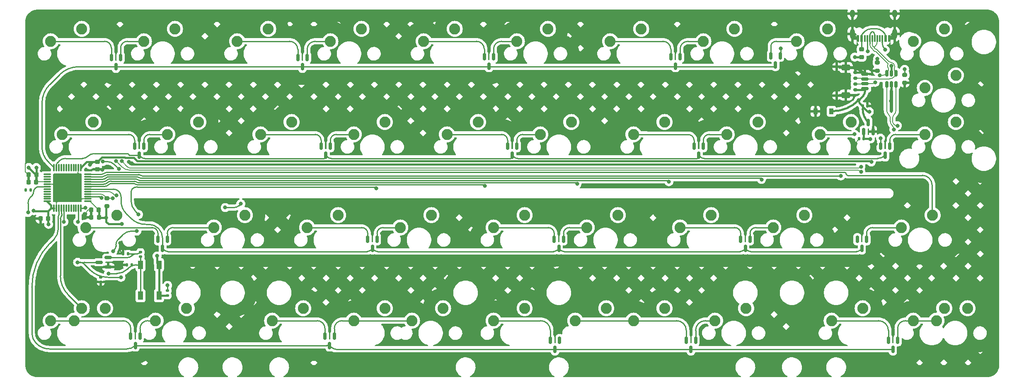
<source format=gbr>
%TF.GenerationSoftware,KiCad,Pcbnew,(6.0.10-0)*%
%TF.CreationDate,2023-01-05T17:16:11+09:00*%
%TF.ProjectId,Tiny Dimply Qazy,54696e79-2044-4696-9d70-6c792051617a,rev?*%
%TF.SameCoordinates,Original*%
%TF.FileFunction,Copper,L2,Bot*%
%TF.FilePolarity,Positive*%
%FSLAX46Y46*%
G04 Gerber Fmt 4.6, Leading zero omitted, Abs format (unit mm)*
G04 Created by KiCad (PCBNEW (6.0.10-0)) date 2023-01-05 17:16:11*
%MOMM*%
%LPD*%
G01*
G04 APERTURE LIST*
G04 Aperture macros list*
%AMRoundRect*
0 Rectangle with rounded corners*
0 $1 Rounding radius*
0 $2 $3 $4 $5 $6 $7 $8 $9 X,Y pos of 4 corners*
0 Add a 4 corners polygon primitive as box body*
4,1,4,$2,$3,$4,$5,$6,$7,$8,$9,$2,$3,0*
0 Add four circle primitives for the rounded corners*
1,1,$1+$1,$2,$3*
1,1,$1+$1,$4,$5*
1,1,$1+$1,$6,$7*
1,1,$1+$1,$8,$9*
0 Add four rect primitives between the rounded corners*
20,1,$1+$1,$2,$3,$4,$5,0*
20,1,$1+$1,$4,$5,$6,$7,0*
20,1,$1+$1,$6,$7,$8,$9,0*
20,1,$1+$1,$8,$9,$2,$3,0*%
G04 Aperture macros list end*
%TA.AperFunction,ComponentPad*%
%ADD10C,2.250000*%
%TD*%
%TA.AperFunction,SMDPad,CuDef*%
%ADD11RoundRect,0.225000X0.225000X0.250000X-0.225000X0.250000X-0.225000X-0.250000X0.225000X-0.250000X0*%
%TD*%
%TA.AperFunction,SMDPad,CuDef*%
%ADD12RoundRect,0.150000X-0.150000X0.587500X-0.150000X-0.587500X0.150000X-0.587500X0.150000X0.587500X0*%
%TD*%
%TA.AperFunction,SMDPad,CuDef*%
%ADD13RoundRect,0.150000X0.625000X-0.150000X0.625000X0.150000X-0.625000X0.150000X-0.625000X-0.150000X0*%
%TD*%
%TA.AperFunction,SMDPad,CuDef*%
%ADD14RoundRect,0.250000X0.650000X-0.350000X0.650000X0.350000X-0.650000X0.350000X-0.650000X-0.350000X0*%
%TD*%
%TA.AperFunction,SMDPad,CuDef*%
%ADD15RoundRect,0.135000X0.135000X0.185000X-0.135000X0.185000X-0.135000X-0.185000X0.135000X-0.185000X0*%
%TD*%
%TA.AperFunction,SMDPad,CuDef*%
%ADD16RoundRect,0.150000X0.150000X-0.512500X0.150000X0.512500X-0.150000X0.512500X-0.150000X-0.512500X0*%
%TD*%
%TA.AperFunction,SMDPad,CuDef*%
%ADD17RoundRect,0.200000X0.275000X-0.200000X0.275000X0.200000X-0.275000X0.200000X-0.275000X-0.200000X0*%
%TD*%
%TA.AperFunction,SMDPad,CuDef*%
%ADD18RoundRect,0.140000X0.140000X0.170000X-0.140000X0.170000X-0.140000X-0.170000X0.140000X-0.170000X0*%
%TD*%
%TA.AperFunction,SMDPad,CuDef*%
%ADD19RoundRect,0.200000X-0.275000X0.200000X-0.275000X-0.200000X0.275000X-0.200000X0.275000X0.200000X0*%
%TD*%
%TA.AperFunction,SMDPad,CuDef*%
%ADD20RoundRect,0.150000X0.275000X-0.150000X0.275000X0.150000X-0.275000X0.150000X-0.275000X-0.150000X0*%
%TD*%
%TA.AperFunction,SMDPad,CuDef*%
%ADD21RoundRect,0.175000X0.225000X-0.175000X0.225000X0.175000X-0.225000X0.175000X-0.225000X-0.175000X0*%
%TD*%
%TA.AperFunction,SMDPad,CuDef*%
%ADD22RoundRect,0.225000X-0.250000X0.225000X-0.250000X-0.225000X0.250000X-0.225000X0.250000X0.225000X0*%
%TD*%
%TA.AperFunction,SMDPad,CuDef*%
%ADD23RoundRect,0.150000X0.150000X-0.587500X0.150000X0.587500X-0.150000X0.587500X-0.150000X-0.587500X0*%
%TD*%
%TA.AperFunction,SMDPad,CuDef*%
%ADD24R,1.000000X1.700000*%
%TD*%
%TA.AperFunction,SMDPad,CuDef*%
%ADD25RoundRect,0.150000X0.587500X0.150000X-0.587500X0.150000X-0.587500X-0.150000X0.587500X-0.150000X0*%
%TD*%
%TA.AperFunction,SMDPad,CuDef*%
%ADD26RoundRect,0.218750X0.256250X-0.218750X0.256250X0.218750X-0.256250X0.218750X-0.256250X-0.218750X0*%
%TD*%
%TA.AperFunction,SMDPad,CuDef*%
%ADD27RoundRect,0.135000X0.185000X-0.135000X0.185000X0.135000X-0.185000X0.135000X-0.185000X-0.135000X0*%
%TD*%
%TA.AperFunction,SMDPad,CuDef*%
%ADD28RoundRect,0.140000X0.170000X-0.140000X0.170000X0.140000X-0.170000X0.140000X-0.170000X-0.140000X0*%
%TD*%
%TA.AperFunction,SMDPad,CuDef*%
%ADD29RoundRect,0.075000X-0.662500X-0.075000X0.662500X-0.075000X0.662500X0.075000X-0.662500X0.075000X0*%
%TD*%
%TA.AperFunction,SMDPad,CuDef*%
%ADD30RoundRect,0.075000X-0.075000X-0.662500X0.075000X-0.662500X0.075000X0.662500X-0.075000X0.662500X0*%
%TD*%
%TA.AperFunction,SMDPad,CuDef*%
%ADD31R,0.600000X1.450000*%
%TD*%
%TA.AperFunction,SMDPad,CuDef*%
%ADD32R,0.300000X1.450000*%
%TD*%
%TA.AperFunction,ComponentPad*%
%ADD33O,1.000000X2.100000*%
%TD*%
%TA.AperFunction,ComponentPad*%
%ADD34O,1.000000X1.600000*%
%TD*%
%TA.AperFunction,SMDPad,CuDef*%
%ADD35RoundRect,0.140000X-0.170000X0.140000X-0.170000X-0.140000X0.170000X-0.140000X0.170000X0.140000X0*%
%TD*%
%TA.AperFunction,SMDPad,CuDef*%
%ADD36RoundRect,0.140000X-0.140000X-0.170000X0.140000X-0.170000X0.140000X0.170000X-0.140000X0.170000X0*%
%TD*%
%TA.AperFunction,SMDPad,CuDef*%
%ADD37R,0.900000X1.200000*%
%TD*%
%TA.AperFunction,ViaPad*%
%ADD38C,0.800000*%
%TD*%
%TA.AperFunction,Conductor*%
%ADD39C,0.500000*%
%TD*%
%TA.AperFunction,Conductor*%
%ADD40C,0.200000*%
%TD*%
%TA.AperFunction,Conductor*%
%ADD41C,0.381000*%
%TD*%
%TA.AperFunction,Conductor*%
%ADD42C,0.250000*%
%TD*%
%TA.AperFunction,Conductor*%
%ADD43C,0.300000*%
%TD*%
G04 APERTURE END LIST*
D10*
%TO.P,MX22,1,COL*%
%TO.N,Net-(D11-Pad1)*%
X126365000Y-81597500D03*
%TO.P,MX22,2,ROW*%
%TO.N,A9*%
X132715000Y-79057500D03*
%TD*%
%TO.P,MX39,1,COL*%
%TO.N,Net-(D17-Pad2)*%
X221615000Y-119697500D03*
%TO.P,MX39,2,ROW*%
%TO.N,B13*%
X227965000Y-117157500D03*
%TD*%
%TO.P,MX33,1,COL*%
%TO.N,Net-(D14-Pad2)*%
X178752500Y-62547500D03*
%TO.P,MX33,2,ROW*%
%TO.N,B14*%
X185102500Y-60007500D03*
%TD*%
%TO.P,MX20,1,COL*%
%TO.N,Net-(D9-Pad1)*%
X135890000Y-119697500D03*
%TO.P,MX20,2,ROW*%
%TO.N,A9*%
X142240000Y-117157500D03*
%TD*%
%TO.P,MX29,1,COL*%
%TO.N,Net-(D14-Pad1)*%
X159702500Y-62547500D03*
%TO.P,MX29,2,ROW*%
%TO.N,B15*%
X166052500Y-60007500D03*
%TD*%
%TO.P,MX25,1,COL*%
%TO.N,Net-(D13-Pad1)*%
X152558750Y-119697500D03*
%TO.P,MX25,2,ROW*%
%TO.N,A8*%
X158908750Y-117157500D03*
%TD*%
%TO.P,MX23,1,COL*%
%TO.N,Net-(D12-Pad1)*%
X135890000Y-100647500D03*
%TO.P,MX23,2,ROW*%
%TO.N,A9*%
X142240000Y-98107500D03*
%TD*%
%TO.P,MX43,1,COL*%
%TO.N,Net-(D19-Pad2)*%
X223996250Y-81597500D03*
%TO.P,MX43,2,ROW*%
%TO.N,B12*%
X230346250Y-79057500D03*
%TD*%
%TO.P,MX1,1,COL*%
%TO.N,Net-(D4-Pad1)*%
X50165000Y-119697500D03*
%TO.P,MX1,2,ROW*%
%TO.N,B8*%
X56515000Y-117157500D03*
%TD*%
%TO.P,MX6,1,COL*%
%TO.N,Net-(D1-Pad2)*%
X64452500Y-62547500D03*
%TO.P,MX6,2,ROW*%
%TO.N,A14*%
X70802500Y-60007500D03*
%TD*%
%TO.P,MX3,1,COL*%
%TO.N,Net-(D1-Pad1)*%
X45402500Y-62547500D03*
%TO.P,MX3,2,ROW*%
%TO.N,B8*%
X51752500Y-60007500D03*
%TD*%
%TO.P,MX31,1,COL*%
%TO.N,Net-(D16-Pad1)*%
X173990000Y-100647500D03*
%TO.P,MX31,2,ROW*%
%TO.N,B15*%
X180340000Y-98107500D03*
%TD*%
%TO.P,MX14,1,COL*%
%TO.N,Net-(D8-Pad2)*%
X107315000Y-119697500D03*
%TO.P,MX14,2,ROW*%
%TO.N,A13*%
X113665000Y-117157500D03*
%TD*%
%TO.P,MX40,1,COL*%
%TO.N,Net-(D17-Pad2)*%
X226377500Y-119697500D03*
%TO.P,MX40,2,ROW*%
%TO.N,B13*%
X232727500Y-117157500D03*
%TD*%
%TO.P,MX5,1,COL*%
%TO.N,Net-(D3-Pad1)*%
X52546250Y-100647500D03*
%TO.P,MX5,2,ROW*%
%TO.N,B8*%
X58896250Y-98107500D03*
%TD*%
%TO.P,MX24,1,COL*%
%TO.N,Net-(D13-Pad1)*%
X164465000Y-119697500D03*
%TO.P,MX24,2,ROW*%
%TO.N,A8*%
X170815000Y-117157500D03*
%TD*%
%TO.P,MX9,1,COL*%
%TO.N,Net-(D4-Pad2)*%
X66833750Y-119697500D03*
%TO.P,MX9,2,ROW*%
%TO.N,A14*%
X73183750Y-117157500D03*
%TD*%
%TO.P,MX37,1,COL*%
%TO.N,Net-(D18-Pad1)*%
X197802500Y-62547500D03*
%TO.P,MX37,2,ROW*%
%TO.N,B13*%
X204152500Y-60007500D03*
%TD*%
%TO.P,MX19,1,COL*%
%TO.N,Net-(D9-Pad1)*%
X135890000Y-119697500D03*
%TO.P,MX19,2,ROW*%
%TO.N,A9*%
X142240000Y-117157500D03*
%TD*%
%TO.P,MX16,1,COL*%
%TO.N,Net-(D5-Pad2)*%
X102552500Y-62547500D03*
%TO.P,MX16,2,ROW*%
%TO.N,A13*%
X108902500Y-60007500D03*
%TD*%
%TO.P,MX38,1,COL*%
%TO.N,Net-(D19-Pad1)*%
X202565000Y-81597500D03*
%TO.P,MX38,2,ROW*%
%TO.N,B13*%
X208915000Y-79057500D03*
%TD*%
%TO.P,MX17,1,COL*%
%TO.N,Net-(D6-Pad2)*%
X107315000Y-81597500D03*
%TO.P,MX17,2,ROW*%
%TO.N,A13*%
X113665000Y-79057500D03*
%TD*%
%TO.P,MX12,1,COL*%
%TO.N,Net-(D7-Pad1)*%
X97790000Y-100647500D03*
%TO.P,MX12,2,ROW*%
%TO.N,A15*%
X104140000Y-98107500D03*
%TD*%
%TO.P,MX34,1,COL*%
%TO.N,Net-(D15-Pad2)*%
X183515000Y-81597500D03*
%TO.P,MX34,2,ROW*%
%TO.N,B14*%
X189865000Y-79057500D03*
%TD*%
%TO.P,MX36,1,COL*%
%TO.N,Net-(D17-Pad1)*%
X204946250Y-119697500D03*
%TO.P,MX36,2,ROW*%
%TO.N,B14*%
X211296250Y-117157500D03*
%TD*%
%TO.P,MX30,1,COL*%
%TO.N,Net-(D15-Pad1)*%
X164465000Y-81597500D03*
%TO.P,MX30,2,ROW*%
%TO.N,B15*%
X170815000Y-79057500D03*
%TD*%
%TO.P,MX41,1,COL*%
%TO.N,Net-(D18-Pad2)*%
X221615000Y-62547500D03*
%TO.P,MX41,2,ROW*%
%TO.N,B12*%
X227965000Y-60007500D03*
%TD*%
%TO.P,MX11,1,COL*%
%TO.N,Net-(D6-Pad1)*%
X88265000Y-81597500D03*
%TO.P,MX11,2,ROW*%
%TO.N,A15*%
X94615000Y-79057500D03*
%TD*%
%TO.P,MX13,1,COL*%
%TO.N,Net-(D8-Pad1)*%
X90646250Y-119697500D03*
%TO.P,MX13,2,ROW*%
%TO.N,A15*%
X96996250Y-117157500D03*
%TD*%
%TO.P,MX15,1,COL*%
%TO.N,Net-(D8-Pad2)*%
X119221250Y-119697500D03*
%TO.P,MX15,2,ROW*%
%TO.N,A13*%
X125571250Y-117157500D03*
%TD*%
%TO.P,MX28,1,COL*%
%TO.N,Net-(D12-Pad2)*%
X154940000Y-100647500D03*
%TO.P,MX28,2,ROW*%
%TO.N,A8*%
X161290000Y-98107500D03*
%TD*%
%TO.P,MX21,1,COL*%
%TO.N,Net-(D10-Pad1)*%
X121602500Y-62547500D03*
%TO.P,MX21,2,ROW*%
%TO.N,A9*%
X127952500Y-60007500D03*
%TD*%
%TO.P,MX35,1,COL*%
%TO.N,Net-(D16-Pad2)*%
X193040000Y-100647500D03*
%TO.P,MX35,2,ROW*%
%TO.N,B14*%
X199390000Y-98107500D03*
%TD*%
%TO.P,MX2,1,COL*%
%TO.N,Net-(D4-Pad1)*%
X45402500Y-119697500D03*
%TO.P,MX2,2,ROW*%
%TO.N,B8*%
X51752500Y-117157500D03*
%TD*%
%TO.P,MX7,1,COL*%
%TO.N,Net-(D2-Pad2)*%
X69215000Y-81597500D03*
%TO.P,MX7,2,ROW*%
%TO.N,A14*%
X75565000Y-79057500D03*
%TD*%
%TO.P,MX44,1,COL*%
%TO.N,Net-(D20-Pad2)*%
X219233750Y-100647500D03*
%TO.P,MX44,2,ROW*%
%TO.N,B12*%
X225583750Y-98107500D03*
%TD*%
%TO.P,MX42,1,COL*%
%TO.N,Net-(D18-Pad2)*%
X223996250Y-72072500D03*
%TO.P,MX42,2,ROW*%
%TO.N,B12*%
X230346250Y-69532500D03*
%TD*%
%TO.P,MX32,1,COL*%
%TO.N,Net-(D13-Pad2)*%
X181133750Y-119697500D03*
%TO.P,MX32,2,ROW*%
%TO.N,B15*%
X187483750Y-117157500D03*
%TD*%
%TO.P,MX18,1,COL*%
%TO.N,Net-(D7-Pad2)*%
X116840000Y-100647500D03*
%TO.P,MX18,2,ROW*%
%TO.N,A13*%
X123190000Y-98107500D03*
%TD*%
%TO.P,MX10,1,COL*%
%TO.N,Net-(D5-Pad1)*%
X83502500Y-62547500D03*
%TO.P,MX10,2,ROW*%
%TO.N,A15*%
X89852500Y-60007500D03*
%TD*%
%TO.P,MX8,1,COL*%
%TO.N,Net-(D3-Pad2)*%
X78740000Y-100647500D03*
%TO.P,MX8,2,ROW*%
%TO.N,A14*%
X85090000Y-98107500D03*
%TD*%
%TO.P,MX4,1,COL*%
%TO.N,Net-(D2-Pad1)*%
X47783750Y-81597500D03*
%TO.P,MX4,2,ROW*%
%TO.N,B8*%
X54133750Y-79057500D03*
%TD*%
%TO.P,MX26,1,COL*%
%TO.N,Net-(D10-Pad2)*%
X140652500Y-62547500D03*
%TO.P,MX26,2,ROW*%
%TO.N,A8*%
X147002500Y-60007500D03*
%TD*%
%TO.P,MX27,1,COL*%
%TO.N,Net-(D11-Pad2)*%
X145415000Y-81597500D03*
%TO.P,MX27,2,ROW*%
%TO.N,A8*%
X151765000Y-79057500D03*
%TD*%
D11*
%TO.P,C_VDDIO1,1*%
%TO.N,+3V3*%
X55235000Y-97070000D03*
%TO.P,C_VDDIO1,2*%
%TO.N,GND*%
X53685000Y-97070000D03*
%TD*%
D12*
%TO.P,D13,1,A*%
%TO.N,Net-(D13-Pad1)*%
X175262500Y-123681250D03*
%TO.P,D13,2,A*%
%TO.N,Net-(D13-Pad2)*%
X177162500Y-123681250D03*
%TO.P,D13,3,K*%
%TO.N,B9*%
X176212500Y-125556250D03*
%TD*%
D13*
%TO.P,J1,1,Pin_1*%
%TO.N,+5V*%
X211763500Y-72236500D03*
%TO.P,J1,2,Pin_2*%
%TO.N,DBUS-*%
X211763500Y-71236500D03*
%TO.P,J1,3,Pin_3*%
%TO.N,DBUS+*%
X211763500Y-70236500D03*
%TO.P,J1,4,Pin_4*%
%TO.N,GND*%
X211763500Y-69236500D03*
D14*
%TO.P,J1,MP,MountPin*%
X207888500Y-67936500D03*
X207888500Y-73536500D03*
%TD*%
D12*
%TO.P,D7,1,A*%
%TO.N,Net-(D7-Pad1)*%
X110175000Y-103043750D03*
%TO.P,D7,2,A*%
%TO.N,Net-(D7-Pad2)*%
X112075000Y-103043750D03*
%TO.P,D7,3,K*%
%TO.N,A10*%
X111125000Y-104918750D03*
%TD*%
%TO.P,D3,1,A*%
%TO.N,Net-(D3-Pad1)*%
X67312500Y-103043750D03*
%TO.P,D3,2,A*%
%TO.N,Net-(D3-Pad2)*%
X69212500Y-103043750D03*
%TO.P,D3,3,K*%
%TO.N,A10*%
X68262500Y-104918750D03*
%TD*%
D15*
%TO.P,R2,1*%
%TO.N,Net-(C1-Pad1)*%
X61190000Y-106030000D03*
%TO.P,R2,2*%
%TO.N,GND*%
X60170000Y-106030000D03*
%TD*%
D16*
%TO.P,U3,1,I/O1*%
%TO.N,D_P*%
X218100000Y-71362500D03*
%TO.P,U3,2,GND*%
%TO.N,GND*%
X217150000Y-71362500D03*
%TO.P,U3,3,I/O2*%
%TO.N,D_N*%
X216200000Y-71362500D03*
%TO.P,U3,4,I/O2*%
%TO.N,DBUS-*%
X216200000Y-69087500D03*
%TO.P,U3,5,VBUS*%
%TO.N,+5V*%
X217150000Y-69087500D03*
%TO.P,U3,6,I/O1*%
%TO.N,DBUS+*%
X218100000Y-69087500D03*
%TD*%
D11*
%TO.P,C_VDDA1,1*%
%TO.N,+3V3*%
X42465000Y-89860000D03*
%TO.P,C_VDDA1,2*%
%TO.N,GND*%
X40915000Y-89860000D03*
%TD*%
D17*
%TO.P,R_USB1,1*%
%TO.N,+3V3*%
X56890000Y-96305000D03*
%TO.P,R_USB1,2*%
%TO.N,D_P*%
X56890000Y-94655000D03*
%TD*%
D12*
%TO.P,D16,1,A*%
%TO.N,Net-(D16-Pad1)*%
X186375000Y-103043750D03*
%TO.P,D16,2,A*%
%TO.N,Net-(D16-Pad2)*%
X188275000Y-103043750D03*
%TO.P,D16,3,K*%
%TO.N,A10*%
X187325000Y-104918750D03*
%TD*%
%TO.P,D9,1,A*%
%TO.N,Net-(D9-Pad1)*%
X147481250Y-123681250D03*
%TO.P,D9,2,A*%
%TO.N,unconnected-(D9-Pad2)*%
X149381250Y-123681250D03*
%TO.P,D9,3,K*%
%TO.N,B9*%
X148431250Y-125556250D03*
%TD*%
D18*
%TO.P,C3,1*%
%TO.N,GND*%
X212255000Y-75800000D03*
%TO.P,C3,2*%
%TO.N,+5V*%
X211295000Y-75800000D03*
%TD*%
D11*
%TO.P,C_VDDA2,1*%
%TO.N,+3V3*%
X42450000Y-91370000D03*
%TO.P,C_VDDA2,2*%
%TO.N,GND*%
X40900000Y-91370000D03*
%TD*%
%TO.P,C_VDDIO2,1*%
%TO.N,+3V3*%
X55240000Y-98560000D03*
%TO.P,C_VDDIO2,2*%
%TO.N,GND*%
X53690000Y-98560000D03*
%TD*%
D12*
%TO.P,D1,1,A*%
%TO.N,Net-(D1-Pad1)*%
X57787500Y-65881250D03*
%TO.P,D1,2,A*%
%TO.N,Net-(D1-Pad2)*%
X59687500Y-65881250D03*
%TO.P,D1,3,K*%
%TO.N,A3*%
X58737500Y-67756250D03*
%TD*%
%TO.P,D8,1,A*%
%TO.N,Net-(D8-Pad1)*%
X101443750Y-122887500D03*
%TO.P,D8,2,A*%
%TO.N,Net-(D8-Pad2)*%
X103343750Y-122887500D03*
%TO.P,D8,3,K*%
%TO.N,B9*%
X102393750Y-124762500D03*
%TD*%
%TO.P,D2,1,A*%
%TO.N,Net-(D2-Pad1)*%
X62550000Y-83993750D03*
%TO.P,D2,2,A*%
%TO.N,Net-(D2-Pad2)*%
X64450000Y-83993750D03*
%TO.P,D2,3,K*%
%TO.N,A4*%
X63500000Y-85868750D03*
%TD*%
D19*
%TO.P,R5,1*%
%TO.N,/GND_R2*%
X219868750Y-69400000D03*
%TO.P,R5,2*%
%TO.N,GND*%
X219868750Y-71050000D03*
%TD*%
D18*
%TO.P,C2,1*%
%TO.N,NSRT*%
X41270000Y-92940000D03*
%TO.P,C2,2*%
%TO.N,Net-(C2-Pad2)*%
X40310000Y-92940000D03*
%TD*%
D12*
%TO.P,D6,1,A*%
%TO.N,Net-(D6-Pad1)*%
X100650000Y-83993750D03*
%TO.P,D6,2,A*%
%TO.N,Net-(D6-Pad2)*%
X102550000Y-83993750D03*
%TO.P,D6,3,K*%
%TO.N,A4*%
X101600000Y-85868750D03*
%TD*%
%TO.P,D10,1,A*%
%TO.N,Net-(D10-Pad1)*%
X133987500Y-65737500D03*
%TO.P,D10,2,A*%
%TO.N,Net-(D10-Pad2)*%
X135887500Y-65737500D03*
%TO.P,D10,3,K*%
%TO.N,A3*%
X134937500Y-67612500D03*
%TD*%
%TO.P,D5,1,A*%
%TO.N,Net-(D5-Pad1)*%
X95887500Y-65881250D03*
%TO.P,D5,2,A*%
%TO.N,Net-(D5-Pad2)*%
X97787500Y-65881250D03*
%TO.P,D5,3,K*%
%TO.N,A3*%
X96837500Y-67756250D03*
%TD*%
D20*
%TO.P,J3,1,Pin_1*%
%TO.N,+5V*%
X209775000Y-72500000D03*
%TO.P,J3,2,Pin_2*%
%TO.N,DBUS-*%
X209775000Y-71300000D03*
%TO.P,J3,3,Pin_3*%
%TO.N,DBUS+*%
X209775000Y-70100000D03*
%TO.P,J3,4,Pin_4*%
%TO.N,GND*%
X209775000Y-68900000D03*
D21*
%TO.P,J3,MP,MountPin*%
X206000000Y-73650000D03*
X206000000Y-67750000D03*
%TD*%
D12*
%TO.P,D18,1,A*%
%TO.N,Net-(D18-Pad1)*%
X192540000Y-65502500D03*
%TO.P,D18,2,A*%
%TO.N,Net-(D18-Pad2)*%
X194440000Y-65502500D03*
%TO.P,D18,3,K*%
%TO.N,A3*%
X193490000Y-67377500D03*
%TD*%
D22*
%TO.P,C_VDD1,1*%
%TO.N,+3V3*%
X54910000Y-87185000D03*
%TO.P,C_VDD1,2*%
%TO.N,GND*%
X54910000Y-88735000D03*
%TD*%
D23*
%TO.P,U2,1,GND*%
%TO.N,GND*%
X213400000Y-81012500D03*
%TO.P,U2,2,VO*%
%TO.N,+3V3*%
X211500000Y-81012500D03*
%TO.P,U2,3,VI*%
%TO.N,+5V*%
X212450000Y-79137500D03*
%TD*%
D24*
%TO.P,SW1,1,1*%
%TO.N,+3V3*%
X67530000Y-108270000D03*
X67530000Y-114570000D03*
%TO.P,SW1,2,2*%
%TO.N,BOOT0*%
X63730000Y-114570000D03*
X63730000Y-108270000D03*
%TD*%
D12*
%TO.P,D19,1,A*%
%TO.N,Net-(D19-Pad1)*%
X214950000Y-83993750D03*
%TO.P,D19,2,A*%
%TO.N,Net-(D19-Pad2)*%
X216850000Y-83993750D03*
%TO.P,D19,3,K*%
%TO.N,A4*%
X215900000Y-85868750D03*
%TD*%
D11*
%TO.P,C_VDD2,1*%
%TO.N,+3V3*%
X44860000Y-98810000D03*
%TO.P,C_VDD2,2*%
%TO.N,GND*%
X43310000Y-98810000D03*
%TD*%
D12*
%TO.P,D4,1,A*%
%TO.N,Net-(D4-Pad1)*%
X61756250Y-122887500D03*
%TO.P,D4,2,A*%
%TO.N,Net-(D4-Pad2)*%
X63656250Y-122887500D03*
%TO.P,D4,3,K*%
%TO.N,B9*%
X62706250Y-124762500D03*
%TD*%
D25*
%TO.P,Q1,1,G*%
%TO.N,Net-(C1-Pad1)*%
X57185000Y-106790000D03*
%TO.P,Q1,2,S*%
%TO.N,GND*%
X57185000Y-108690000D03*
%TO.P,Q1,3,D*%
%TO.N,NRST*%
X55310000Y-107740000D03*
%TD*%
D12*
%TO.P,D12,1,A*%
%TO.N,Net-(D12-Pad1)*%
X148275000Y-103043750D03*
%TO.P,D12,2,A*%
%TO.N,Net-(D12-Pad2)*%
X150175000Y-103043750D03*
%TO.P,D12,3,K*%
%TO.N,A10*%
X149225000Y-104918750D03*
%TD*%
D19*
%TO.P,R4,1*%
%TO.N,/GND_R1*%
X214325000Y-66890000D03*
%TO.P,R4,2*%
%TO.N,GND*%
X214325000Y-68540000D03*
%TD*%
D26*
%TO.P,F1,1*%
%TO.N,+5V*%
X211075000Y-65762500D03*
%TO.P,F1,2*%
%TO.N,VCC*%
X211075000Y-64187500D03*
%TD*%
D12*
%TO.P,D14,1,A*%
%TO.N,Net-(D14-Pad1)*%
X172087500Y-65737500D03*
%TO.P,D14,2,A*%
%TO.N,Net-(D14-Pad2)*%
X173987500Y-65737500D03*
%TO.P,D14,3,K*%
%TO.N,A3*%
X173037500Y-67612500D03*
%TD*%
D27*
%TO.P,R3,1*%
%TO.N,+3V3*%
X69240000Y-114570000D03*
%TO.P,R3,2*%
%TO.N,NRST*%
X69240000Y-113550000D03*
%TD*%
D12*
%TO.P,D15,1,A*%
%TO.N,Net-(D15-Pad1)*%
X176850000Y-83993750D03*
%TO.P,D15,2,A*%
%TO.N,Net-(D15-Pad2)*%
X178750000Y-83993750D03*
%TO.P,D15,3,K*%
%TO.N,A4*%
X177800000Y-85868750D03*
%TD*%
D28*
%TO.P,C2,1*%
%TO.N,GND*%
X55650000Y-111770000D03*
%TO.P,C2,2*%
%TO.N,NRST*%
X55650000Y-110810000D03*
%TD*%
D12*
%TO.P,D11,1,A*%
%TO.N,Net-(D11-Pad1)*%
X138750000Y-83993750D03*
%TO.P,D11,2,A*%
%TO.N,Net-(D11-Pad2)*%
X140650000Y-83993750D03*
%TO.P,D11,3,K*%
%TO.N,A4*%
X139700000Y-85868750D03*
%TD*%
D15*
%TO.P,R1,1*%
%TO.N,BOOT0*%
X61960000Y-108270000D03*
%TO.P,R1,2*%
%TO.N,GND*%
X60940000Y-108270000D03*
%TD*%
D29*
%TO.P,U1,1,VBAT*%
%TO.N,+3V3*%
X44667500Y-95280000D03*
%TO.P,U1,2,PC13*%
%TO.N,C13*%
X44667500Y-94780000D03*
%TO.P,U1,3,PC14*%
%TO.N,C14*%
X44667500Y-94280000D03*
%TO.P,U1,4,PC15*%
%TO.N,C15*%
X44667500Y-93780000D03*
%TO.P,U1,5,PF0*%
%TO.N,XTAL_IN*%
X44667500Y-93280000D03*
%TO.P,U1,6,PF1*%
%TO.N,XTAL_OUT*%
X44667500Y-92780000D03*
%TO.P,U1,7,NRST*%
%TO.N,NRST*%
X44667500Y-92280000D03*
%TO.P,U1,8,VSSA*%
%TO.N,GND*%
X44667500Y-91780000D03*
%TO.P,U1,9,VDDA*%
%TO.N,+3V3*%
X44667500Y-91280000D03*
%TO.P,U1,10,PA0*%
%TO.N,A0*%
X44667500Y-90780000D03*
%TO.P,U1,11,PA1*%
%TO.N,A1*%
X44667500Y-90280000D03*
%TO.P,U1,12,PA2*%
%TO.N,A2*%
X44667500Y-89780000D03*
D30*
%TO.P,U1,13,PA3*%
%TO.N,A3*%
X46080000Y-88367500D03*
%TO.P,U1,14,PA4*%
%TO.N,A4*%
X46580000Y-88367500D03*
%TO.P,U1,15,PA5*%
%TO.N,unconnected-(U1-Pad15)*%
X47080000Y-88367500D03*
%TO.P,U1,16,PA6*%
%TO.N,A6*%
X47580000Y-88367500D03*
%TO.P,U1,17,PA7*%
%TO.N,A7*%
X48080000Y-88367500D03*
%TO.P,U1,18,PB0*%
%TO.N,B0*%
X48580000Y-88367500D03*
%TO.P,U1,19,PB1*%
%TO.N,B1*%
X49080000Y-88367500D03*
%TO.P,U1,20,PB2*%
%TO.N,B2*%
X49580000Y-88367500D03*
%TO.P,U1,21,PB10*%
%TO.N,B10*%
X50080000Y-88367500D03*
%TO.P,U1,22,PB11*%
%TO.N,B11*%
X50580000Y-88367500D03*
%TO.P,U1,23,VSS*%
%TO.N,GND*%
X51080000Y-88367500D03*
%TO.P,U1,24,VDD*%
%TO.N,+3V3*%
X51580000Y-88367500D03*
D29*
%TO.P,U1,25,PB12*%
%TO.N,B12*%
X52992500Y-89780000D03*
%TO.P,U1,26,PB13*%
%TO.N,B13*%
X52992500Y-90280000D03*
%TO.P,U1,27,PB14*%
%TO.N,B14*%
X52992500Y-90780000D03*
%TO.P,U1,28,PB15*%
%TO.N,B15*%
X52992500Y-91280000D03*
%TO.P,U1,29,PA8*%
%TO.N,A8*%
X52992500Y-91780000D03*
%TO.P,U1,30,PA9*%
%TO.N,A9*%
X52992500Y-92280000D03*
%TO.P,U1,31,PA10*%
%TO.N,A10*%
X52992500Y-92780000D03*
%TO.P,U1,32,PA11*%
%TO.N,D_N*%
X52992500Y-93280000D03*
%TO.P,U1,33,PA12*%
%TO.N,D_P*%
X52992500Y-93780000D03*
%TO.P,U1,34,PA13*%
%TO.N,A13*%
X52992500Y-94280000D03*
%TO.P,U1,35,VSS*%
%TO.N,GND*%
X52992500Y-94780000D03*
%TO.P,U1,36,VDDIO2*%
%TO.N,+3V3*%
X52992500Y-95280000D03*
D30*
%TO.P,U1,37,PA14*%
%TO.N,A14*%
X51580000Y-96692500D03*
%TO.P,U1,38,PA15*%
%TO.N,A15*%
X51080000Y-96692500D03*
%TO.P,U1,39,PB3*%
%TO.N,B3*%
X50580000Y-96692500D03*
%TO.P,U1,40,PB4*%
%TO.N,B4*%
X50080000Y-96692500D03*
%TO.P,U1,41,PB5*%
%TO.N,B5*%
X49580000Y-96692500D03*
%TO.P,U1,42,PB6*%
%TO.N,B6*%
X49080000Y-96692500D03*
%TO.P,U1,43,PB7*%
%TO.N,B7*%
X48580000Y-96692500D03*
%TO.P,U1,44,BOOT0*%
%TO.N,BOOT0*%
X48080000Y-96692500D03*
%TO.P,U1,45,PB8*%
%TO.N,B8*%
X47580000Y-96692500D03*
%TO.P,U1,46,PB9*%
%TO.N,B9*%
X47080000Y-96692500D03*
%TO.P,U1,47,VSS*%
%TO.N,GND*%
X46580000Y-96692500D03*
%TO.P,U1,48,VDD*%
%TO.N,+3V3*%
X46080000Y-96692500D03*
%TD*%
D31*
%TO.P,J2,A1,GND*%
%TO.N,GND*%
X210268750Y-61988750D03*
%TO.P,J2,A4,VBUS*%
%TO.N,VCC*%
X211068750Y-61988750D03*
D32*
%TO.P,J2,A5,CC1*%
%TO.N,/GND_R1*%
X212268750Y-61988750D03*
%TO.P,J2,A6,D+*%
%TO.N,DBUS+*%
X213268750Y-61988750D03*
%TO.P,J2,A7,D-*%
%TO.N,DBUS-*%
X213768750Y-61988750D03*
%TO.P,J2,A8,SBU1*%
%TO.N,unconnected-(J2-PadA8)*%
X214768750Y-61988750D03*
D31*
%TO.P,J2,A9,VBUS*%
%TO.N,VCC*%
X215968750Y-61988750D03*
%TO.P,J2,A12,GND*%
%TO.N,GND*%
X216768750Y-61988750D03*
%TO.P,J2,B1,GND*%
X216768750Y-61988750D03*
%TO.P,J2,B4,VBUS*%
%TO.N,VCC*%
X215968750Y-61988750D03*
D32*
%TO.P,J2,B5,CC2*%
%TO.N,/GND_R2*%
X215268750Y-61988750D03*
%TO.P,J2,B6,D+*%
%TO.N,DBUS+*%
X214268750Y-61988750D03*
%TO.P,J2,B7,D-*%
%TO.N,DBUS-*%
X212768750Y-61988750D03*
%TO.P,J2,B8,SBU2*%
%TO.N,unconnected-(J2-PadB8)*%
X211768750Y-61988750D03*
D31*
%TO.P,J2,B9,VBUS*%
%TO.N,VCC*%
X211068750Y-61988750D03*
%TO.P,J2,B12,GND*%
%TO.N,GND*%
X210268750Y-61988750D03*
D33*
%TO.P,J2,S1,SHIELD*%
X217838750Y-61073750D03*
D34*
X209198750Y-56893750D03*
D33*
X209198750Y-61073750D03*
D34*
X217838750Y-56893750D03*
%TD*%
D12*
%TO.P,D17,1,A*%
%TO.N,Net-(D17-Pad1)*%
X216537500Y-123681250D03*
%TO.P,D17,2,A*%
%TO.N,Net-(D17-Pad2)*%
X218437500Y-123681250D03*
%TO.P,D17,3,K*%
%TO.N,B9*%
X217487500Y-125556250D03*
%TD*%
D35*
%TO.P,C1,1*%
%TO.N,Net-(C1-Pad1)*%
X63740000Y-105670000D03*
%TO.P,C1,2*%
%TO.N,BOOT0*%
X63740000Y-106630000D03*
%TD*%
D36*
%TO.P,C4,1*%
%TO.N,GND*%
X210540000Y-82500000D03*
%TO.P,C4,2*%
%TO.N,+3V3*%
X211500000Y-82500000D03*
%TD*%
D12*
%TO.P,D20,1,A*%
%TO.N,unconnected-(D20-Pad1)*%
X210187500Y-103043750D03*
%TO.P,D20,2,A*%
%TO.N,Net-(D20-Pad2)*%
X212087500Y-103043750D03*
%TO.P,D20,3,K*%
%TO.N,A10*%
X211137500Y-104918750D03*
%TD*%
D37*
%TO.P,D_PWR1,1,A1*%
%TO.N,+5V*%
X204930000Y-76850000D03*
%TO.P,D_PWR1,2,A2*%
%TO.N,GND*%
X201630000Y-76850000D03*
%TD*%
D38*
%TO.N,GND*%
X41130000Y-86570000D03*
X45380000Y-115650000D03*
X52350000Y-97840000D03*
X209680000Y-83440000D03*
X48795000Y-92235000D03*
X217120000Y-74790000D03*
X59700000Y-108300000D03*
X215410000Y-80000000D03*
X59620750Y-103800000D03*
X61390000Y-87190000D03*
X55980000Y-88810000D03*
X213930000Y-83540000D03*
%TO.N,+3V3*%
X40910000Y-88350000D03*
X213060000Y-87230421D03*
X44970000Y-99980000D03*
X212870000Y-82510000D03*
X41880000Y-97210000D03*
X42470000Y-88370000D03*
X67130000Y-106460000D03*
X56730000Y-98630000D03*
X53409250Y-87810000D03*
X59930000Y-99923000D03*
%TO.N,+5V*%
X212650000Y-76950000D03*
X217125000Y-67600000D03*
X210450000Y-74625000D03*
X209675000Y-65775000D03*
%TO.N,Net-(D19-Pad1)*%
X209639500Y-81560000D03*
X214950000Y-82350000D03*
%TO.N,BOOT0*%
X48100000Y-99460000D03*
X57230000Y-110050000D03*
%TO.N,/GND_R1*%
X212300000Y-64600000D03*
X214321278Y-66153722D03*
%TO.N,DBUS-*%
X213850000Y-70936000D03*
X214825000Y-69537000D03*
%TO.N,/GND_R2*%
X219868750Y-68262500D03*
X215900000Y-64293750D03*
%TO.N,B13*%
X206817009Y-90084021D03*
%TO.N,D_P*%
X58080000Y-94670000D03*
X210950000Y-89235000D03*
X218401232Y-79818768D03*
X58750000Y-87044500D03*
%TO.N,D_N*%
X58868960Y-94056365D03*
X217658768Y-80561232D03*
X59906385Y-87044500D03*
X210950000Y-88185000D03*
%TO.N,Net-(D18-Pad2)*%
X194530000Y-64010000D03*
%TO.N,NRST*%
X40770000Y-97570000D03*
X50900000Y-107740000D03*
X59760000Y-110820000D03*
X69290000Y-112470000D03*
%TO.N,B14*%
X190630000Y-90808521D03*
%TO.N,B15*%
X171702500Y-91258041D03*
%TO.N,A8*%
X152950000Y-91707561D03*
%TO.N,A9*%
X134140000Y-92157081D03*
%TO.N,A13*%
X55815500Y-94592122D03*
X111950000Y-92606601D03*
X63360000Y-97970000D03*
%TO.N,A14*%
X56067915Y-87150000D03*
X59310000Y-88635021D03*
X52530000Y-96620000D03*
%TO.N,A15*%
X84240000Y-95764020D03*
X81060000Y-96550000D03*
X58120000Y-105470000D03*
X63000000Y-101372000D03*
X50960000Y-99450000D03*
%TD*%
D39*
%TO.N,GND*%
X207888500Y-73536500D02*
X207888500Y-67936500D01*
D40*
X210540000Y-82500000D02*
X210540000Y-82580000D01*
X44667500Y-91780000D02*
X45742500Y-91780000D01*
X40900000Y-89875000D02*
X40915000Y-89860000D01*
D41*
X217150000Y-71362500D02*
X217150000Y-74760000D01*
D40*
X40915000Y-89860000D02*
X40760000Y-89860000D01*
D41*
X206000000Y-67750000D02*
X207702000Y-67750000D01*
X60910000Y-108300000D02*
X60940000Y-108270000D01*
D40*
X40180000Y-89280000D02*
X40180000Y-87520000D01*
X54910000Y-88735000D02*
X55905000Y-88735000D01*
X47126498Y-91780000D02*
X46119057Y-91780000D01*
X51123517Y-94433518D02*
X49420000Y-92730000D01*
X46580000Y-96692500D02*
X46580000Y-95460000D01*
X53120000Y-97070000D02*
X52350000Y-97840000D01*
X45742500Y-91780000D02*
X46170000Y-91780000D01*
D41*
X207702000Y-67750000D02*
X207888500Y-67936500D01*
X217150000Y-74760000D02*
X217120000Y-74790000D01*
D40*
X40180000Y-87520000D02*
X41130000Y-86570000D01*
X52992500Y-94780000D02*
X51960000Y-94780000D01*
D41*
X59600000Y-103820750D02*
X59620750Y-103800000D01*
D42*
X60170000Y-106030000D02*
X59600000Y-105460000D01*
D39*
X210004148Y-61879148D02*
X209601449Y-61476449D01*
D41*
X61890000Y-87690000D02*
X61390000Y-87190000D01*
D39*
X217838750Y-60504247D02*
X217838750Y-56893750D01*
D41*
X207775000Y-73650000D02*
X207888500Y-73536500D01*
D39*
X209198750Y-60504247D02*
X209198750Y-56893750D01*
D42*
X59700000Y-108300000D02*
X60910000Y-108300000D01*
D40*
X51080000Y-88535787D02*
X51080000Y-88367500D01*
X210540000Y-82580000D02*
X209680000Y-83440000D01*
X53685000Y-97070000D02*
X53120000Y-97070000D01*
X40760000Y-89860000D02*
X40180000Y-89280000D01*
X47294178Y-93735822D02*
X48795000Y-92235000D01*
X48795000Y-92235000D02*
X50080000Y-90950000D01*
D39*
X217033351Y-61879148D02*
X217436050Y-61476449D01*
D41*
X209750000Y-87690000D02*
X61890000Y-87690000D01*
D40*
X46119057Y-91780000D02*
X45742500Y-91780000D01*
D41*
X213400000Y-81012500D02*
X214227500Y-81012500D01*
X206000000Y-73650000D02*
X207775000Y-73650000D01*
D40*
X55905000Y-88735000D02*
X55980000Y-88810000D01*
D42*
X59600000Y-105460000D02*
X59600000Y-103820750D01*
D41*
X211427000Y-68900000D02*
X211763500Y-69236500D01*
D40*
X40900000Y-91370000D02*
X40900000Y-89875000D01*
D41*
X209775000Y-68900000D02*
X211427000Y-68900000D01*
D40*
X47126498Y-91780002D02*
G75*
G02*
X49419999Y-92730001I2J-3243498D01*
G01*
D39*
X216768750Y-61988770D02*
G75*
G03*
X217033350Y-61879147I-50J374270D01*
G01*
X217436037Y-61476436D02*
G75*
G03*
X217838750Y-60504247I-972237J972236D01*
G01*
D40*
X51079994Y-88535787D02*
G75*
G02*
X50080000Y-90950000I-3414194J-13D01*
G01*
X46580009Y-95460000D02*
G75*
G02*
X47280036Y-93769964I2390091J0D01*
G01*
X47294200Y-93735844D02*
G75*
G03*
X47280036Y-93769964I34100J-34156D01*
G01*
D39*
X211763493Y-69236507D02*
G75*
G03*
X208625023Y-67936500I-3138493J-3138493D01*
G01*
X210268750Y-61988771D02*
G75*
G02*
X210004148Y-61879148I50J374271D01*
G01*
D40*
X51123510Y-94433525D02*
G75*
G03*
X51960000Y-94780000I836490J836525D01*
G01*
D39*
X209198731Y-60504247D02*
G75*
G03*
X209601449Y-61476449I1374969J47D01*
G01*
D41*
%TO.N,+3V3*%
X55840500Y-86254500D02*
X54910000Y-87185000D01*
X42450000Y-89890000D02*
X40910000Y-88350000D01*
X56548579Y-86254500D02*
X55840500Y-86254500D01*
X44860000Y-99870000D02*
X44970000Y-99980000D01*
X44855000Y-97290000D02*
X41960000Y-97290000D01*
X67130000Y-106460000D02*
X67130000Y-107870000D01*
X55240000Y-98560000D02*
X55240000Y-97075000D01*
X69240000Y-114570000D02*
X67530000Y-114570000D01*
X42470000Y-88370000D02*
X42470000Y-89855000D01*
X60645000Y-86395000D02*
X60504489Y-86254489D01*
X211500000Y-82500000D02*
X212845858Y-82500000D01*
X42470000Y-89855000D02*
X42465000Y-89860000D01*
X56730000Y-98630000D02*
X56730000Y-99460000D01*
X213060000Y-87230421D02*
X212850520Y-87020941D01*
X44855000Y-97290000D02*
X44855000Y-98795858D01*
X44860000Y-98810000D02*
X44860000Y-99870000D01*
X45452500Y-96692500D02*
X46039980Y-96692500D01*
X52762500Y-87185000D02*
X51620020Y-88327480D01*
X56548590Y-86254489D02*
X56548579Y-86254500D01*
X212850520Y-87020941D02*
X63030941Y-87020941D01*
X54910000Y-87185000D02*
X52762500Y-87185000D01*
X57193000Y-99923000D02*
X59930000Y-99923000D01*
X62393770Y-86383770D02*
X60656230Y-86383770D01*
X55310000Y-98630000D02*
X55240000Y-98560000D01*
D40*
X53445000Y-95280000D02*
X55235000Y-97070000D01*
D41*
X56730000Y-99460000D02*
X57193000Y-99923000D01*
X42450000Y-91370000D02*
X42450000Y-89890000D01*
D40*
X52992500Y-95280000D02*
X53445000Y-95280000D01*
D41*
X44707520Y-95320020D02*
X44667500Y-95320020D01*
X67130000Y-107870000D02*
X67530000Y-108270000D01*
X54910000Y-87185000D02*
X54034250Y-87185000D01*
X56730000Y-98630000D02*
X55310000Y-98630000D01*
X211500000Y-82411389D02*
X211500000Y-81012500D01*
X56730000Y-98630000D02*
X56730000Y-96515000D01*
X44855000Y-97290000D02*
X45452500Y-96692500D01*
D40*
X42540000Y-91280000D02*
X42450000Y-91370000D01*
D41*
X63030941Y-87020941D02*
X62393770Y-86383770D01*
X60656230Y-86383770D02*
X60645000Y-86395000D01*
X51620020Y-88327480D02*
X51620020Y-88367500D01*
X45452500Y-96065000D02*
X44707520Y-95320020D01*
X54034250Y-87185000D02*
X53409250Y-87810000D01*
X41960000Y-97290000D02*
X41880000Y-97210000D01*
X60504489Y-86254489D02*
X56548590Y-86254489D01*
X67530000Y-114570000D02*
X67530000Y-108270000D01*
X45452500Y-96692500D02*
X45452500Y-96065000D01*
D40*
X44667500Y-91280000D02*
X42540000Y-91280000D01*
D41*
X42465000Y-89860000D02*
X42465000Y-91333787D01*
X42450004Y-91370004D02*
G75*
G03*
X42465000Y-91333787I-36204J36204D01*
G01*
X44845012Y-98820012D02*
G75*
G03*
X44855000Y-98795858I-24112J24112D01*
G01*
X212870012Y-82509988D02*
G75*
G03*
X212845858Y-82500000I-24112J-24112D01*
G01*
X211588611Y-82500000D02*
G75*
G02*
X211500000Y-82411389I-11J88600D01*
G01*
%TO.N,+5V*%
X211763500Y-72774000D02*
X211763500Y-72236500D01*
X211295000Y-76349084D02*
X211295000Y-75849780D01*
X211259799Y-75764799D02*
X210683345Y-75188345D01*
X217150000Y-67642677D02*
X217150000Y-69087500D01*
X212497719Y-76950000D02*
X212650000Y-76950000D01*
X209775000Y-72500000D02*
X211500000Y-72500000D01*
X211383430Y-73691569D02*
X210450000Y-74625000D01*
X205078375Y-76850000D02*
X204930000Y-76850000D01*
X211330200Y-75934761D02*
X212237760Y-76842321D01*
X209705177Y-65762500D02*
X211075000Y-65762500D01*
X211500000Y-72500000D02*
X211763500Y-72236500D01*
X217125000Y-67600000D02*
X217137500Y-67612500D01*
X211295000Y-75849780D02*
G75*
G02*
X211295000Y-75849780I0J0D01*
G01*
X211295020Y-75849780D02*
G75*
G03*
X211330200Y-75934761I120180J-20D01*
G01*
X211295008Y-75849780D02*
G75*
G03*
X211259799Y-75764799I-120208J-20D01*
G01*
X217150009Y-67642677D02*
G75*
G03*
X217137500Y-67612500I-42709J-23D01*
G01*
X212237758Y-76842323D02*
G75*
G03*
X212497719Y-76950000I259942J259923D01*
G01*
X205078375Y-76849989D02*
G75*
G03*
X210450000Y-74625000I25J7596589D01*
G01*
X210683343Y-75188347D02*
G75*
G02*
X210450000Y-74625000I563357J563347D01*
G01*
D43*
X209705177Y-65762491D02*
G75*
G03*
X209675000Y-65775000I23J-42709D01*
G01*
D41*
X212449995Y-79137505D02*
G75*
G02*
X211295000Y-76349084I2788405J2788405D01*
G01*
X211383422Y-73691561D02*
G75*
G03*
X211763500Y-72774000I-917522J917561D01*
G01*
X211295008Y-75849780D02*
G75*
G03*
X211259799Y-75764799I-120208J-20D01*
G01*
D42*
%TO.N,Net-(D1-Pad1)*%
X57787500Y-63917500D02*
X57787500Y-65287500D01*
X56417500Y-62547500D02*
X45402500Y-62547500D01*
X57787500Y-63917500D02*
G75*
G03*
X56417500Y-62547500I-1370000J0D01*
G01*
%TO.N,Net-(D1-Pad2)*%
X61057500Y-62547500D02*
X64452500Y-62547500D01*
X59687500Y-63917500D02*
X59687500Y-65287500D01*
X61057500Y-62547500D02*
G75*
G03*
X59687500Y-63917500I0J-1370000D01*
G01*
%TO.N,Net-(D2-Pad1)*%
X61351875Y-81597500D02*
X47783750Y-81597500D01*
X62550000Y-82795625D02*
X62550000Y-83993750D01*
X61351875Y-81597500D02*
G75*
G02*
X62550000Y-82795625I25J-1198100D01*
G01*
%TO.N,Net-(D5-Pad1)*%
X94220625Y-62547500D02*
X83502500Y-62547500D01*
X95887500Y-64214375D02*
X95887500Y-65881250D01*
X94220625Y-62547500D02*
G75*
G02*
X95887500Y-64214375I-25J-1666900D01*
G01*
%TO.N,Net-(D3-Pad1)*%
X66114375Y-100647500D02*
X52546250Y-100647500D01*
X67312500Y-101845625D02*
X67312500Y-103043750D01*
X67312500Y-101845625D02*
G75*
G03*
X66114375Y-100647500I-1198100J25D01*
G01*
%TO.N,Net-(D3-Pad2)*%
X69212500Y-101845625D02*
X69212500Y-103043750D01*
X70410625Y-100647500D02*
X78740000Y-100647500D01*
X69212500Y-101845625D02*
G75*
G02*
X70410625Y-100647500I1198100J25D01*
G01*
%TO.N,Net-(D4-Pad1)*%
X51780674Y-119697500D02*
X51459202Y-119697500D01*
X54284554Y-119697500D02*
X52508143Y-119697500D01*
X56868360Y-119697500D02*
X54553686Y-119697500D01*
X47936174Y-119697500D02*
X47859962Y-119697500D01*
X47859962Y-119697500D02*
X47783750Y-119697500D01*
X59419545Y-119697500D02*
X57936136Y-119697500D01*
X46460968Y-119697500D02*
X46158548Y-119697500D01*
X56868360Y-119697500D02*
X57936136Y-119697500D01*
X60161250Y-119697500D02*
X59419545Y-119697500D01*
X48464801Y-119697500D02*
X47936174Y-119697500D01*
X46763388Y-119697500D02*
X47783750Y-119697500D01*
X51459202Y-119697500D02*
X51137730Y-119697500D01*
X61756250Y-121292500D02*
X61756250Y-122887500D01*
X46763388Y-119697500D02*
X46460968Y-119697500D01*
X54553686Y-119697500D02*
X54284554Y-119697500D01*
X50731733Y-119697500D02*
X49598267Y-119697500D01*
X46158548Y-119697500D02*
X45856128Y-119697500D01*
X45553709Y-119697500D02*
X45402500Y-119697500D01*
X52508143Y-119697500D02*
X51780674Y-119697500D01*
X45856128Y-119697500D02*
X45553709Y-119697500D01*
X51137730Y-119697500D02*
X50731733Y-119697500D01*
X49598267Y-119697500D02*
X48464801Y-119697500D01*
X60161250Y-119697550D02*
G75*
G02*
X61756250Y-121292500I50J-1594950D01*
G01*
%TO.N,Net-(D6-Pad1)*%
X99451875Y-81597500D02*
X88265000Y-81597500D01*
X100650000Y-82795625D02*
X100650000Y-83993750D01*
X99451875Y-81597500D02*
G75*
G02*
X100650000Y-82795625I25J-1198100D01*
G01*
%TO.N,Net-(D8-Pad1)*%
X101443750Y-121292500D02*
X101443750Y-122887500D01*
X99848750Y-119697500D02*
X90646250Y-119697500D01*
X99848750Y-119697550D02*
G75*
G02*
X101443750Y-121292500I50J-1594950D01*
G01*
%TO.N,Net-(D12-Pad1)*%
X147076875Y-100647500D02*
X135890000Y-100647500D01*
X148275000Y-101845625D02*
X148275000Y-103043750D01*
X148275000Y-101845625D02*
G75*
G03*
X147076875Y-100647500I-1198100J25D01*
G01*
%TO.N,Net-(D6-Pad2)*%
X103748125Y-81597500D02*
X107315000Y-81597500D01*
X102550000Y-82795625D02*
X102550000Y-83993750D01*
X102550000Y-82795625D02*
G75*
G02*
X103748125Y-81597500I1198100J25D01*
G01*
%TO.N,Net-(D7-Pad1)*%
X108976875Y-100647500D02*
X97790000Y-100647500D01*
X110175000Y-101845625D02*
X110175000Y-103043750D01*
X110175000Y-101845625D02*
G75*
G03*
X108976875Y-100647500I-1198100J25D01*
G01*
%TO.N,Net-(D7-Pad2)*%
X112075000Y-101845625D02*
X112075000Y-103043750D01*
X113273125Y-100647500D02*
X116840000Y-100647500D01*
X112075000Y-101845625D02*
G75*
G02*
X113273125Y-100647500I1198100J25D01*
G01*
%TO.N,Net-(D8-Pad2)*%
X110391093Y-119697500D02*
X109300624Y-119697500D01*
X112006445Y-119697500D02*
X110566054Y-119697500D01*
X105231718Y-119697500D02*
X105134062Y-119697500D01*
X105329374Y-119697500D02*
X105231718Y-119697500D01*
X109300624Y-119697500D02*
X108210155Y-119697500D01*
X117239375Y-119697500D02*
X119221250Y-119697500D01*
X105451444Y-119697500D02*
X105427030Y-119697500D01*
X105992616Y-119697500D02*
X105838006Y-119697500D01*
X107119687Y-119697500D02*
X106419843Y-119697500D01*
X112006445Y-119697500D02*
X113275625Y-119697500D01*
X108112499Y-119697500D02*
X108210155Y-119697500D01*
X104963164Y-119697500D02*
X104938750Y-119697500D01*
X105134062Y-119697500D02*
X105036406Y-119697500D01*
X107217343Y-119697500D02*
X107119687Y-119697500D01*
X106147226Y-119697500D02*
X105992616Y-119697500D01*
X110391093Y-119697500D02*
X110566054Y-119697500D01*
X117239375Y-119697500D02*
X113275625Y-119697500D01*
X105597928Y-119697500D02*
X105451444Y-119697500D01*
X105036406Y-119697500D02*
X105011992Y-119697500D01*
X105597928Y-119697500D02*
X105838006Y-119697500D01*
X105011992Y-119697500D02*
X104963164Y-119697500D01*
X106419843Y-119697500D02*
X106147226Y-119697500D01*
X105427030Y-119697500D02*
X105329374Y-119697500D01*
X103343750Y-121292500D02*
X103343750Y-122887500D01*
X108112499Y-119697500D02*
X107217343Y-119697500D01*
X104938750Y-119697550D02*
G75*
G03*
X103343750Y-121292500I-50J-1594950D01*
G01*
%TO.N,Net-(D9-Pad1)*%
X145489375Y-119697500D02*
X135890000Y-119697500D01*
X147481250Y-121689375D02*
X147481250Y-123681250D01*
X145489375Y-119697550D02*
G75*
G02*
X147481250Y-121689375I25J-1991850D01*
G01*
%TO.N,Net-(D18-Pad1)*%
X193663436Y-62547500D02*
X197802500Y-62547500D01*
X192540000Y-63412842D02*
X192540000Y-65502500D01*
X192540018Y-63412842D02*
G75*
G02*
X192740000Y-62930000I682782J42D01*
G01*
X193663436Y-62547516D02*
G75*
G03*
X192740001Y-62930001I-36J-1305884D01*
G01*
%TO.N,Net-(D10-Pad1)*%
X133987500Y-64142500D02*
X133987500Y-65737500D01*
X132392500Y-62547500D02*
X121602500Y-62547500D01*
X132392500Y-62547500D02*
G75*
G02*
X133987500Y-64142500I0J-1595000D01*
G01*
%TO.N,Net-(D19-Pad1)*%
X209575483Y-81597500D02*
X202565000Y-81597500D01*
X209639500Y-81560000D02*
X209620750Y-81578750D01*
X214950000Y-82350000D02*
X214950000Y-83993750D01*
X209575483Y-81597493D02*
G75*
G03*
X209620750Y-81578750I17J63993D01*
G01*
%TO.N,Net-(D11-Pad1)*%
X138750000Y-82795625D02*
X138750000Y-83993750D01*
X137551875Y-81597500D02*
X126365000Y-81597500D01*
X137551875Y-81597500D02*
G75*
G02*
X138750000Y-82795625I25J-1198100D01*
G01*
%TO.N,Net-(D11-Pad2)*%
X141848125Y-81597500D02*
X145415000Y-81597500D01*
X140650000Y-82795625D02*
X140650000Y-83993750D01*
X140650000Y-82795625D02*
G75*
G02*
X141848125Y-81597500I1198100J25D01*
G01*
%TO.N,Net-(D14-Pad2)*%
X173987500Y-64142500D02*
X173987500Y-65737500D01*
X175582500Y-62547500D02*
X178752500Y-62547500D01*
X175582500Y-62547500D02*
G75*
G03*
X173987500Y-64142500I0J-1595000D01*
G01*
%TO.N,Net-(D13-Pad1)*%
X156359261Y-119697500D02*
X153825587Y-119697500D01*
X171210955Y-119697500D02*
X171725872Y-119697500D01*
X169151286Y-119697500D02*
X167375093Y-119697500D01*
X173270625Y-119697500D02*
X172755707Y-119697500D01*
X175262500Y-121689375D02*
X175262500Y-123681250D01*
X163364297Y-119697500D02*
X162121856Y-119697500D01*
X171210955Y-119697500D02*
X169151286Y-119697500D01*
X165565703Y-119697500D02*
X166524668Y-119697500D01*
X165565703Y-119697500D02*
X163364297Y-119697500D01*
X162121856Y-119697500D02*
X157435568Y-119697500D01*
X166808143Y-119697500D02*
X166524668Y-119697500D01*
X156359261Y-119697500D02*
X157435568Y-119697500D01*
X167091618Y-119697500D02*
X166808143Y-119697500D01*
X167375093Y-119697500D02*
X167091618Y-119697500D01*
X172755707Y-119697500D02*
X171725872Y-119697500D01*
X153825587Y-119697500D02*
X152558750Y-119697500D01*
X173270625Y-119697500D02*
G75*
G02*
X175262500Y-121689375I-25J-1991900D01*
G01*
%TO.N,Net-(D16-Pad2)*%
X189473125Y-100647500D02*
X193040000Y-100647500D01*
X188275000Y-101845625D02*
X188275000Y-103043750D01*
X188275000Y-101845625D02*
G75*
G02*
X189473125Y-100647500I1198100J25D01*
G01*
%TO.N,Net-(D15-Pad1)*%
X167101786Y-81597500D02*
X164465000Y-81597500D01*
X176850000Y-82810192D02*
X176850000Y-83993750D01*
X175666442Y-81626635D02*
X167172124Y-81626635D01*
X167136954Y-81612068D02*
G75*
G03*
X167101786Y-81597500I-35154J-35132D01*
G01*
X176849965Y-82810192D02*
G75*
G03*
X175666442Y-81626635I-1183565J-8D01*
G01*
X167136943Y-81612079D02*
G75*
G03*
X167172124Y-81626635I35157J35179D01*
G01*
%TO.N,Net-(D15-Pad2)*%
X179948125Y-81597500D02*
X183515000Y-81597500D01*
X178750000Y-82795625D02*
X178750000Y-83993750D01*
X178750000Y-82795625D02*
G75*
G02*
X179948125Y-81597500I1198100J25D01*
G01*
%TO.N,Net-(D16-Pad1)*%
X185176875Y-100647500D02*
X173990000Y-100647500D01*
X186375000Y-101845625D02*
X186375000Y-103043750D01*
X186375000Y-101845625D02*
G75*
G03*
X185176875Y-100647500I-1198100J25D01*
G01*
%TO.N,Net-(D20-Pad2)*%
X212087500Y-101845625D02*
X212087500Y-103043750D01*
X213285625Y-100647500D02*
X219233750Y-100647500D01*
X213285625Y-100647500D02*
G75*
G03*
X212087500Y-101845625I-25J-1198100D01*
G01*
%TO.N,Net-(D17-Pad1)*%
X214545625Y-119697500D02*
X204946250Y-119697500D01*
X216537500Y-121689375D02*
X216537500Y-123681250D01*
X214545625Y-119697500D02*
G75*
G02*
X216537500Y-121689375I-25J-1991900D01*
G01*
%TO.N,Net-(D17-Pad2)*%
X225782421Y-119697500D02*
X225386171Y-119697500D01*
X220622734Y-119697500D02*
X220225078Y-119697500D01*
X221018983Y-119697500D02*
X220622734Y-119697500D01*
X226179140Y-119697500D02*
X225782421Y-119697500D01*
X226179140Y-119697500D02*
X226377500Y-119697500D01*
X224590859Y-119697500D02*
X223997187Y-119697500D01*
X221819921Y-119697500D02*
X222412187Y-119697500D01*
X225386171Y-119697500D02*
X224988515Y-119697500D01*
X223997187Y-119697500D02*
X222412187Y-119697500D01*
X221419452Y-119697500D02*
X221018983Y-119697500D01*
X221819921Y-119697500D02*
X221419452Y-119697500D01*
X220026250Y-119697500D02*
X220225078Y-119697500D01*
X218437500Y-121286250D02*
X218437500Y-123681250D01*
X224988515Y-119697500D02*
X224590859Y-119697500D01*
X218437500Y-121286250D02*
G75*
G02*
X220026250Y-119697500I1588700J50D01*
G01*
%TO.N,BOOT0*%
X48090000Y-99450000D02*
X48100000Y-99460000D01*
X63730000Y-108277071D02*
X63730000Y-114570000D01*
X61334210Y-108895789D02*
X61070000Y-109160000D01*
X63740000Y-108252928D02*
X63740000Y-106630000D01*
X48080000Y-99425857D02*
X48080000Y-96692500D01*
X57230000Y-110050000D02*
X58921349Y-110050000D01*
X62845000Y-108270000D02*
X63722928Y-108270000D01*
X63722928Y-108270000D02*
G75*
G02*
X63730000Y-108277071I-28J-7100D01*
G01*
X63729989Y-108277071D02*
G75*
G02*
X63735001Y-108265001I17111J-29D01*
G01*
X58921349Y-110050020D02*
G75*
G03*
X61070000Y-109160000I-49J3038720D01*
G01*
X48089988Y-99450012D02*
G75*
G02*
X48080000Y-99425857I24112J24112D01*
G01*
X63734992Y-108264992D02*
G75*
G02*
X63722928Y-108270000I-12092J12092D01*
G01*
X63734992Y-108264992D02*
G75*
G03*
X63740000Y-108252928I-12092J12092D01*
G01*
X61334206Y-108895785D02*
G75*
G02*
X62845000Y-108270000I1510794J-1510815D01*
G01*
%TO.N,Net-(D19-Pad2)*%
X216850000Y-82795625D02*
X216850000Y-83993750D01*
X218048125Y-81597500D02*
X223996250Y-81597500D01*
X216850000Y-82795625D02*
G75*
G02*
X218048125Y-81597500I1198100J25D01*
G01*
%TO.N,VCC*%
X211068750Y-61602489D02*
X211068750Y-61653990D01*
X213099742Y-59975000D02*
X214060165Y-59975000D01*
X211068750Y-63168130D02*
X211068750Y-63569839D01*
X211068750Y-61602489D02*
X211068750Y-61576739D01*
X211068750Y-62091752D02*
X211068750Y-62297758D01*
X211068750Y-61756992D02*
X211068750Y-61808493D01*
X211068750Y-62632517D02*
X211068750Y-62684018D01*
X211360085Y-60873392D02*
X211663614Y-60569864D01*
X211068750Y-62581016D02*
X211068750Y-62632517D01*
X211068750Y-61885745D02*
X211068750Y-62091752D01*
X211068750Y-63168130D02*
X211068750Y-63121780D01*
X215968750Y-61540886D02*
X215968750Y-61988750D01*
X215652062Y-60776335D02*
X215409738Y-60534011D01*
D41*
X211068750Y-64038507D02*
X211068750Y-64172412D01*
D42*
X211068750Y-62812772D02*
X211068750Y-63121780D01*
X211068750Y-63569839D02*
X211068750Y-63770698D01*
X211068750Y-61705491D02*
X211068750Y-61653990D01*
X211068750Y-62297758D02*
X211068750Y-62503764D01*
X211068750Y-62812772D02*
X211068750Y-62684018D01*
X211068750Y-62503764D02*
X211068750Y-62581016D01*
X211068750Y-61705491D02*
X211068750Y-61756992D01*
X211068750Y-63770698D02*
X211068750Y-64038507D01*
X211068750Y-61808493D02*
X211068750Y-61885745D01*
X211075003Y-64187497D02*
G75*
G02*
X211068750Y-64172412I15097J15097D01*
G01*
X215409759Y-60533990D02*
G75*
G03*
X214060165Y-59975000I-1349559J-1349610D01*
G01*
X211663591Y-60569841D02*
G75*
G02*
X213099742Y-59975000I1436109J-1436159D01*
G01*
X211068768Y-61576739D02*
G75*
G02*
X211360085Y-60873392I994632J39D01*
G01*
X215968756Y-61540886D02*
G75*
G03*
X215652062Y-60776335I-1081256J-14D01*
G01*
%TO.N,/GND_R1*%
X214323139Y-67203139D02*
X214325000Y-67205000D01*
X214321278Y-66153722D02*
X214321278Y-67198646D01*
X212268750Y-64546652D02*
X212268750Y-61988750D01*
X212300000Y-64600000D02*
X212284375Y-64584375D01*
X212284351Y-64584399D02*
G75*
G02*
X212268750Y-64546652I37749J37699D01*
G01*
X214321236Y-67198646D02*
G75*
G03*
X214323139Y-67203139I6364J46D01*
G01*
D40*
%TO.N,DBUS+*%
X217976886Y-69558830D02*
X217699608Y-69836108D01*
X217824511Y-67599998D02*
X217824511Y-67836721D01*
X213773025Y-63626975D02*
X213932675Y-63467325D01*
X209775000Y-70100000D02*
X211627000Y-70100000D01*
X213367245Y-63574045D02*
X213420175Y-63626975D01*
X213773025Y-63979825D02*
X213420175Y-63626975D01*
X213268750Y-63058573D02*
X213268750Y-61988750D01*
X213903601Y-64110401D02*
X213773025Y-63979825D01*
X216732977Y-70236500D02*
X211763500Y-70236500D01*
X217976886Y-68964386D02*
X217924760Y-68912260D01*
X217619629Y-67105370D02*
X217607809Y-67093550D01*
X216675627Y-66707427D02*
X214202344Y-64234144D01*
X217749520Y-68017765D02*
X217749520Y-68489193D01*
X213243750Y-63275900D02*
X213243750Y-63118928D01*
X214268750Y-62655968D02*
X214268750Y-61988750D01*
X211627000Y-70100000D02*
X211763500Y-70236500D01*
X214202354Y-64234134D02*
G75*
G03*
X214052973Y-64172273I-149354J-149366D01*
G01*
X217619628Y-67105371D02*
G75*
G02*
X217824511Y-67599998I-494628J-494629D01*
G01*
X217607791Y-67093568D02*
G75*
G03*
X217141718Y-66900489I-466091J-466032D01*
G01*
X216675610Y-66707444D02*
G75*
G03*
X217141718Y-66900489I466090J466144D01*
G01*
X217699615Y-69836115D02*
G75*
G02*
X216732977Y-70236500I-966615J966615D01*
G01*
X213420175Y-63626975D02*
G75*
G03*
X213773025Y-63626975I176425J176427D01*
G01*
X217924762Y-68912258D02*
G75*
G02*
X217749520Y-68489193I423038J423058D01*
G01*
X213367243Y-63574047D02*
G75*
G02*
X213243750Y-63275900I298157J298147D01*
G01*
X217824527Y-67836721D02*
G75*
G02*
X217787015Y-67927243I-128027J21D01*
G01*
X213773025Y-63979825D02*
G75*
G02*
X213773025Y-63626975I176375J176425D01*
G01*
X213256241Y-63088742D02*
G75*
G03*
X213243750Y-63118928I30159J-30158D01*
G01*
X217787040Y-67927268D02*
G75*
G03*
X217749520Y-68017765I90460J-90532D01*
G01*
X218100004Y-69261608D02*
G75*
G03*
X217976886Y-68964386I-420304J8D01*
G01*
X213932695Y-63467345D02*
G75*
G03*
X214268750Y-62655968I-811395J811345D01*
G01*
X213256258Y-63088759D02*
G75*
G03*
X213268750Y-63058573I-30158J30159D01*
G01*
X214052973Y-64172283D02*
G75*
G02*
X213903601Y-64110401I27J211283D01*
G01*
X218100015Y-69261608D02*
G75*
G02*
X217976886Y-69558830I-420315J8D01*
G01*
%TO.N,DBUS-*%
X216066533Y-69220964D02*
X216051061Y-69236435D01*
X215979891Y-69307607D02*
X215976797Y-69310702D01*
D42*
X212768750Y-61277249D02*
X212768750Y-61292026D01*
X212768750Y-61262472D02*
X212768750Y-61277249D01*
D40*
X213337014Y-71236500D02*
X211763500Y-71236500D01*
D42*
X212768750Y-62078437D02*
X212768750Y-62267017D01*
X212768750Y-62901687D02*
X212768750Y-62849392D01*
X212768750Y-61328969D02*
X212768750Y-61388077D01*
D40*
X213699750Y-71086250D02*
X213850000Y-70936000D01*
D42*
X212768750Y-61292026D02*
X212768750Y-61306803D01*
D40*
X215975250Y-69312250D02*
X215976797Y-69310702D01*
D42*
X213768750Y-61240307D02*
X213768750Y-61988750D01*
X212768750Y-63006277D02*
X212768750Y-62971413D01*
X212768750Y-61527627D02*
X212768750Y-61544067D01*
D40*
X216082004Y-69205493D02*
X216066533Y-69220964D01*
D42*
X212768750Y-63006277D02*
X212768750Y-63041141D01*
D40*
X216030945Y-69256549D02*
X216018569Y-69268927D01*
X214825000Y-69537000D02*
X215432655Y-69537000D01*
D42*
X212768750Y-62078437D02*
X212768750Y-62057838D01*
D40*
X216425489Y-67801366D02*
X216425489Y-67386818D01*
X216041777Y-69245718D02*
X216051061Y-69236435D01*
D42*
X212768750Y-61247695D02*
X212768750Y-61262472D01*
X212768750Y-61609828D02*
X212768750Y-61560507D01*
D40*
X213717201Y-64560401D02*
X212983148Y-63826348D01*
X216006191Y-69281305D02*
X215993814Y-69293683D01*
D42*
X212768750Y-61544067D02*
X212768750Y-61560507D01*
X212768750Y-61678723D02*
X212768750Y-61747618D01*
X212768750Y-61506293D02*
X212768750Y-61527627D01*
D40*
X211700000Y-71300000D02*
X211763500Y-71236500D01*
X216038682Y-69248813D02*
X216035587Y-69251908D01*
D42*
X212768750Y-62709939D02*
X212768750Y-62849392D01*
X212768750Y-61828060D02*
X212768750Y-61747618D01*
D40*
X216082004Y-69205493D02*
X216099024Y-69188473D01*
D42*
X212768750Y-62291580D02*
X212768750Y-62431033D01*
X212768750Y-61306803D02*
X212768750Y-61328969D01*
D40*
X215989172Y-69298324D02*
X215986079Y-69301419D01*
D42*
X212768750Y-62267017D02*
X212768750Y-62291580D01*
D40*
X212768750Y-63058573D02*
X212768750Y-63041141D01*
X214015944Y-64684144D02*
X216479629Y-67147829D01*
D42*
X212768750Y-62901687D02*
X212768750Y-62936550D01*
X212768750Y-61247695D02*
X212768750Y-61240307D01*
X212768750Y-61447185D02*
X212768750Y-61506293D01*
D40*
X209775000Y-71300000D02*
X211700000Y-71300000D01*
X216018569Y-69268927D02*
X216006191Y-69281305D01*
X212793750Y-63369100D02*
X212793750Y-63118928D01*
X216148535Y-69138962D02*
X216099024Y-69188473D01*
D42*
X213456996Y-60652974D02*
X213573886Y-60769864D01*
D40*
X216375240Y-68912260D02*
X216148535Y-69138962D01*
X215986079Y-69301419D02*
X215982985Y-69304513D01*
D42*
X212768750Y-62936550D02*
X212768750Y-62971413D01*
D40*
X216550480Y-68489193D02*
X216550480Y-68103120D01*
D42*
X212963614Y-60769864D02*
X213080503Y-60652974D01*
X212768750Y-61828060D02*
X212768750Y-62057838D01*
D40*
X216041777Y-69245718D02*
X216038682Y-69248813D01*
X216030945Y-69256549D02*
X216035587Y-69251908D01*
X215989172Y-69298324D02*
X215993814Y-69293683D01*
X215979891Y-69307607D02*
X215982985Y-69304513D01*
D42*
X212768750Y-61609828D02*
X212768750Y-61678723D01*
X212768750Y-62431033D02*
X212768750Y-62570486D01*
X212768750Y-61388077D02*
X212768750Y-61447185D01*
X212768750Y-62570486D02*
X212768750Y-62709939D01*
D40*
X212768761Y-63058573D02*
G75*
G03*
X212781250Y-63088751I42639J-27D01*
G01*
X212793737Y-63118928D02*
G75*
G03*
X212781249Y-63088752I-42637J28D01*
G01*
X216479599Y-67147859D02*
G75*
G02*
X216479629Y-67256111I-54099J-54141D01*
G01*
X214015954Y-64684134D02*
G75*
G03*
X213866573Y-64622273I-149354J-149366D01*
G01*
X212983147Y-63826349D02*
G75*
G02*
X212793750Y-63369100I457253J457249D01*
G01*
X216487996Y-67952231D02*
G75*
G02*
X216550480Y-68103120I-150896J-150869D01*
G01*
X215432655Y-69536952D02*
G75*
G03*
X215975250Y-69312250I45J767352D01*
G01*
D42*
X213268750Y-60575030D02*
G75*
G02*
X213456996Y-60652974I50J-266170D01*
G01*
X212768768Y-61240307D02*
G75*
G02*
X212963614Y-60769864I665332J7D01*
G01*
X213573898Y-60769852D02*
G75*
G02*
X213768750Y-61240307I-470498J-470448D01*
G01*
D40*
X216487959Y-67952268D02*
G75*
G02*
X216425489Y-67801366I150941J150868D01*
G01*
X216425491Y-67386818D02*
G75*
G02*
X216479629Y-67256111I184809J18D01*
G01*
X216375238Y-68912258D02*
G75*
G03*
X216550480Y-68489193I-423038J423058D01*
G01*
X213337014Y-71236505D02*
G75*
G03*
X213699749Y-71086249I-14J513005D01*
G01*
X213717208Y-64560394D02*
G75*
G03*
X213866573Y-64622273I149392J149394D01*
G01*
D42*
X213080483Y-60652954D02*
G75*
G02*
X213268750Y-60575000I188217J-188246D01*
G01*
%TO.N,/GND_R2*%
X215268750Y-62769778D02*
X215268750Y-61988750D01*
X219868750Y-68262500D02*
X219868750Y-69715000D01*
X215899983Y-64293767D02*
G75*
G02*
X215268750Y-62769778I1524017J1523967D01*
G01*
%TO.N,B13*%
X55946981Y-90280000D02*
X52992500Y-90280000D01*
X64093188Y-90084021D02*
X206817009Y-90084021D01*
X57083977Y-89809041D02*
X63429327Y-89809041D01*
X56515495Y-90044536D02*
G75*
G02*
X57083977Y-89809041I568505J-568464D01*
G01*
X63429327Y-89809033D02*
G75*
G02*
X63761258Y-89946531I-27J-469467D01*
G01*
X55946981Y-90279979D02*
G75*
G03*
X56515479Y-90044520I19J803979D01*
G01*
X204152490Y-60007490D02*
G75*
G03*
X204150000Y-60013535I6010J-6010D01*
G01*
X64093188Y-90084029D02*
G75*
G02*
X63761258Y-89946531I12J469429D01*
G01*
D40*
%TO.N,D_P*%
X210437869Y-88935001D02*
X63669748Y-88935001D01*
X218100000Y-76678047D02*
X218100000Y-71362500D01*
X56452500Y-94217500D02*
X56882500Y-94647500D01*
X56882500Y-94647500D02*
X56897500Y-94662500D01*
X58080000Y-94670000D02*
X56915606Y-94670000D01*
X210950000Y-89235000D02*
X210800000Y-89085000D01*
X218189099Y-79818768D02*
X218401232Y-79818768D01*
X52992500Y-93780000D02*
X55396281Y-93780000D01*
X217401634Y-78836613D02*
X217401634Y-78364052D01*
X58750000Y-87044500D02*
X59926500Y-88221000D01*
X63669748Y-88935001D02*
X61650250Y-88935001D01*
X217826966Y-79668767D02*
X217689300Y-79531101D01*
X53004571Y-93774989D02*
G75*
G03*
X52992501Y-93780001I29J-17111D01*
G01*
X217401666Y-78364052D02*
G75*
G02*
X217750817Y-77521050I1192134J52D01*
G01*
X218189099Y-79818758D02*
G75*
G02*
X217826966Y-79668767I1J512158D01*
G01*
X55396281Y-93780008D02*
G75*
G02*
X56452500Y-94217500I19J-1493692D01*
G01*
X217689304Y-79531097D02*
G75*
G02*
X217401634Y-78836613I694496J694497D01*
G01*
X210437869Y-88935014D02*
G75*
G02*
X210799999Y-89085001I31J-512086D01*
G01*
X61650250Y-88935021D02*
G75*
G02*
X59926500Y-88221000I50J2437821D01*
G01*
X217750796Y-77521029D02*
G75*
G03*
X218100000Y-76678047I-842996J843029D01*
G01*
X56915606Y-94669997D02*
G75*
G02*
X56897500Y-94662500I-6J25597D01*
G01*
D42*
%TO.N,Net-(C1-Pad1)*%
X61062598Y-106790000D02*
X57185000Y-106790000D01*
X63125441Y-106030000D02*
X62870000Y-106030000D01*
X61850000Y-106030000D02*
X62870000Y-106030000D01*
X61979999Y-106409999D02*
X61999375Y-106390624D01*
X63560000Y-105850000D02*
X63740000Y-105670000D01*
X61850000Y-106030000D02*
X61190000Y-106030000D01*
X61999386Y-106390635D02*
G75*
G02*
X62870000Y-106030000I870614J-870565D01*
G01*
X63125441Y-106030017D02*
G75*
G03*
X63560000Y-105850000I-41J614617D01*
G01*
X61850000Y-106029918D02*
G75*
G02*
X61999374Y-106390623I0J-211282D01*
G01*
X61062598Y-106789998D02*
G75*
G03*
X61979999Y-106409999I2J1297398D01*
G01*
D40*
%TO.N,D_N*%
X57143789Y-93280000D02*
X52992500Y-93280000D01*
X217508767Y-79986966D02*
X217305200Y-79783399D01*
X62751510Y-88484999D02*
X62338480Y-88484999D01*
X61739424Y-88484999D02*
X61925450Y-88484999D01*
X62338480Y-88484999D02*
X61925450Y-88484999D01*
X216200000Y-76587116D02*
X216200000Y-71362500D01*
X217658768Y-80349099D02*
X217658768Y-80561232D01*
X210437869Y-88484999D02*
X62751510Y-88484999D01*
X58080944Y-93668182D02*
X58327764Y-93915002D01*
X210800000Y-88334999D02*
X210950000Y-88185000D01*
X216951632Y-78929810D02*
X216951632Y-78401717D01*
X58868960Y-94056365D02*
X58669043Y-94056365D01*
X61069315Y-88207430D02*
X59906385Y-87044500D01*
X58669043Y-94056327D02*
G75*
G02*
X58327764Y-93915002I-43J482627D01*
G01*
X217658758Y-80349099D02*
G75*
G03*
X217508767Y-79986966I-512158J-1D01*
G01*
X216575828Y-77494405D02*
G75*
G02*
X216200000Y-76587116I907272J907305D01*
G01*
X210437869Y-88484986D02*
G75*
G03*
X210800000Y-88334999I31J512086D01*
G01*
X57143789Y-93279997D02*
G75*
G02*
X58080944Y-93668182I11J-1325303D01*
G01*
X217305203Y-79783396D02*
G75*
G02*
X216951632Y-78929810I853597J853596D01*
G01*
X61739424Y-88484975D02*
G75*
G02*
X61069315Y-88207430I-24J947675D01*
G01*
X216951615Y-78401717D02*
G75*
G03*
X216575816Y-77494417I-1283115J17D01*
G01*
D42*
%TO.N,Net-(D14-Pad1)*%
X172087500Y-64142500D02*
X172087500Y-65737500D01*
X170492500Y-62547500D02*
X159702500Y-62547500D01*
X170492500Y-62547500D02*
G75*
G02*
X172087500Y-64142500I0J-1595000D01*
G01*
%TO.N,Net-(D18-Pad2)*%
X194530000Y-65285221D02*
X194530000Y-64010000D01*
X194439994Y-65502494D02*
G75*
G03*
X194530000Y-65285221I-217294J217294D01*
G01*
%TO.N,A4*%
X51884703Y-86505921D02*
X48387950Y-86505921D01*
X101918585Y-86187335D02*
X101825273Y-86094023D01*
X64587718Y-86505921D02*
X101281414Y-86505921D01*
X46863728Y-87281265D02*
X47109536Y-87035457D01*
X61361249Y-85699375D02*
X61361249Y-85868751D01*
X140018585Y-86187335D02*
X139925273Y-86094023D01*
X46580000Y-87966247D02*
X46580000Y-88367500D01*
X178025273Y-86094023D02*
X178118585Y-86187335D01*
X140787718Y-86505921D02*
X177481414Y-86505921D01*
X214361734Y-86505921D02*
X178887718Y-86505921D01*
X61191873Y-85530000D02*
X54240781Y-85530000D01*
X63818585Y-86187335D02*
X63659292Y-86028042D01*
X63274726Y-85868750D02*
X61361249Y-85868750D01*
X102687718Y-86505921D02*
X139381414Y-86505921D01*
X139925336Y-86093960D02*
G75*
G03*
X139700000Y-86187335I-93336J-93340D01*
G01*
X215899980Y-85868730D02*
G75*
G02*
X214361734Y-86505921I-1538280J1538230D01*
G01*
X64587718Y-86505907D02*
G75*
G02*
X63818585Y-86187335I-18J1087707D01*
G01*
X178887718Y-86505907D02*
G75*
G02*
X178118585Y-86187335I-18J1087707D01*
G01*
X177481414Y-86505900D02*
G75*
G03*
X177800000Y-86187335I-14J318600D01*
G01*
X101281414Y-86505900D02*
G75*
G03*
X101600000Y-86187335I-14J318600D01*
G01*
X53062751Y-86017969D02*
G75*
G02*
X54240781Y-85530000I1178049J-1178031D01*
G01*
X178025336Y-86093960D02*
G75*
G03*
X177800000Y-86187335I-93336J-93340D01*
G01*
X46580030Y-87966247D02*
G75*
G02*
X46863728Y-87281265I968670J47D01*
G01*
X139381414Y-86505900D02*
G75*
G03*
X139700000Y-86187335I-14J318600D01*
G01*
X47109505Y-87035426D02*
G75*
G02*
X48387950Y-86505921I1278395J-1278474D01*
G01*
X51884703Y-86505915D02*
G75*
G03*
X53062742Y-86017960I-3J1666015D01*
G01*
X140787718Y-86505907D02*
G75*
G02*
X140018585Y-86187335I-18J1087707D01*
G01*
X101825336Y-86093960D02*
G75*
G03*
X101600000Y-86187335I-93336J-93340D01*
G01*
X63274726Y-85868729D02*
G75*
G02*
X63659292Y-86028042I-26J-543871D01*
G01*
X61191873Y-85530051D02*
G75*
G02*
X61361249Y-85699375I27J-169349D01*
G01*
X102687718Y-86505907D02*
G75*
G02*
X101918585Y-86187335I-18J1087707D01*
G01*
%TO.N,NRST*%
X40770000Y-97570000D02*
X40770000Y-95703172D01*
X42202842Y-92657157D02*
X42250000Y-92610000D01*
X52199411Y-108079411D02*
X53400000Y-109280000D01*
X69265000Y-112495000D02*
X69290000Y-112470000D01*
X52340000Y-107740000D02*
X55310000Y-107740000D01*
X43046690Y-92280000D02*
X44667500Y-92280000D01*
X41344999Y-94314999D02*
X41637157Y-94022842D01*
X59760000Y-110820000D02*
X57117888Y-110820000D01*
X51380000Y-107740000D02*
X52340000Y-107740000D01*
X51380000Y-107740000D02*
X50900000Y-107740000D01*
X69240000Y-112555355D02*
X69240000Y-113550000D01*
X51380000Y-107739994D02*
G75*
G02*
X52199411Y-108079411I0J-1158806D01*
G01*
X42250003Y-92610003D02*
G75*
G02*
X43046690Y-92280000I796697J-796697D01*
G01*
X52199438Y-108079384D02*
G75*
G02*
X52340000Y-107740000I140562J140584D01*
G01*
X41920004Y-93340000D02*
G75*
G02*
X42202842Y-92657157I965696J0D01*
G01*
X57117888Y-110820004D02*
G75*
G02*
X53400000Y-109280000I12J5257904D01*
G01*
X41637161Y-94022846D02*
G75*
G03*
X41920000Y-93340000I-682861J682846D01*
G01*
X40769988Y-95703172D02*
G75*
G02*
X41344999Y-94314999I1963212J-28D01*
G01*
X69239982Y-112555355D02*
G75*
G02*
X69265000Y-112495000I85418J-45D01*
G01*
%TO.N,A3*%
X61080644Y-67756250D02*
X56394356Y-67756250D01*
X61080644Y-67756250D02*
X193386250Y-67756250D01*
X45223792Y-71376206D02*
X47249957Y-69350042D01*
X43630000Y-75223963D02*
X43630000Y-84185088D01*
X44855000Y-87142500D02*
X46080000Y-88367500D01*
X56394356Y-67756250D02*
X51097713Y-67756250D01*
X43629988Y-75223963D02*
G75*
G02*
X45223792Y-71376206I5441612J-37D01*
G01*
X47249951Y-69350036D02*
G75*
G02*
X51097713Y-67756250I3847749J-3847764D01*
G01*
X44854997Y-87142503D02*
G75*
G02*
X43630000Y-84185088I2957403J2957403D01*
G01*
%TO.N,B12*%
X207610005Y-89359521D02*
X56817802Y-89359521D01*
X223480490Y-89959511D02*
X208209995Y-89959511D01*
X55802676Y-89780000D02*
X52992500Y-89780000D01*
X225480489Y-91959509D02*
X225480489Y-98055869D01*
X225532119Y-98107500D02*
X225583750Y-98107500D01*
X225532119Y-98107511D02*
G75*
G02*
X225480489Y-98055869I-19J51611D01*
G01*
X55802676Y-89779983D02*
G75*
G03*
X56310239Y-89569760I24J717783D01*
G01*
X223480490Y-89959511D02*
G75*
G02*
X225480489Y-91959509I10J-1999989D01*
G01*
X56310243Y-89569764D02*
G75*
G02*
X56817802Y-89359521I507557J-507536D01*
G01*
X208209995Y-89959500D02*
G75*
G02*
X207910000Y-89659516I5J300000D01*
G01*
X207610005Y-89359500D02*
G75*
G02*
X207910000Y-89659516I-5J-300000D01*
G01*
%TO.N,B14*%
X56047004Y-90780000D02*
X52992500Y-90780000D01*
X190630000Y-90671031D02*
X190630000Y-90808521D01*
X63739420Y-90533541D02*
X190492510Y-90533541D01*
X63075559Y-90258561D02*
X57305870Y-90258561D01*
X190492510Y-90533500D02*
G75*
G02*
X190630000Y-90671031I-10J-137500D01*
G01*
X63075559Y-90258595D02*
G75*
G02*
X63407490Y-90396051I41J-469405D01*
G01*
X63739420Y-90533520D02*
G75*
G02*
X63407490Y-90396051I-20J469420D01*
G01*
X56676455Y-90519298D02*
G75*
G02*
X57305870Y-90258561I629445J-629402D01*
G01*
X56047004Y-90779988D02*
G75*
G03*
X56676436Y-90519279I-4J890188D01*
G01*
%TO.N,B15*%
X56147026Y-91280000D02*
X52992500Y-91280000D01*
X62815559Y-90708081D02*
X57527763Y-90708081D01*
X63479420Y-90983061D02*
X171565010Y-90983061D01*
X171702500Y-91258041D02*
X171702500Y-91120551D01*
X56147026Y-91280027D02*
G75*
G03*
X56837395Y-90994040I-26J976327D01*
G01*
X63479420Y-90983034D02*
G75*
G02*
X63147491Y-90845570I-20J469434D01*
G01*
X56837416Y-90994061D02*
G75*
G02*
X57527763Y-90708081I690384J-690339D01*
G01*
X171565010Y-90983000D02*
G75*
G02*
X171702500Y-91120551I-10J-137500D01*
G01*
X62815559Y-90708110D02*
G75*
G02*
X63147489Y-90845572I41J-469390D01*
G01*
%TO.N,Net-(D5-Pad2)*%
X99454375Y-62547500D02*
X102552500Y-62547500D01*
X97787500Y-64214375D02*
X97787500Y-65881250D01*
X97787500Y-64214375D02*
G75*
G02*
X99454375Y-62547500I1666900J-25D01*
G01*
%TO.N,Net-(D4-Pad2)*%
X63656250Y-121286250D02*
X63656250Y-122887500D01*
X65245000Y-119697500D02*
X66833750Y-119697500D01*
X65245000Y-119697450D02*
G75*
G03*
X63656250Y-121286250I0J-1588750D01*
G01*
%TO.N,Net-(D2-Pad2)*%
X64450000Y-82795625D02*
X64450000Y-83993750D01*
X65648125Y-81597500D02*
X69215000Y-81597500D01*
X64450000Y-82795625D02*
G75*
G02*
X65648125Y-81597500I1198100J25D01*
G01*
%TO.N,Net-(D13-Pad2)*%
X179148125Y-119697500D02*
X181133750Y-119697500D01*
X177162500Y-121683125D02*
X177162500Y-123681250D01*
X179148125Y-119697500D02*
G75*
G03*
X177162500Y-121683125I-25J-1985600D01*
G01*
%TO.N,Net-(D12-Pad2)*%
X150175000Y-101845625D02*
X150175000Y-103043750D01*
X151373125Y-100647500D02*
X154940000Y-100647500D01*
X150175000Y-101845625D02*
G75*
G02*
X151373125Y-100647500I1198100J25D01*
G01*
%TO.N,Net-(D10-Pad2)*%
X135887500Y-64142500D02*
X135887500Y-65737500D01*
X137482500Y-62547500D02*
X140652500Y-62547500D01*
X137482500Y-62547500D02*
G75*
G03*
X135887500Y-64142500I0J-1595000D01*
G01*
%TO.N,A8*%
X56247049Y-91780000D02*
X52992500Y-91780000D01*
X57749653Y-91157601D02*
X62523160Y-91157601D01*
X152950000Y-91570071D02*
X152950000Y-91707561D01*
X63187021Y-91432581D02*
X152812510Y-91432581D01*
X152812510Y-91432600D02*
G75*
G02*
X152950000Y-91570071I-10J-137500D01*
G01*
X63187021Y-91432577D02*
G75*
G02*
X62855091Y-91295091I-21J469377D01*
G01*
X56998325Y-91468774D02*
G75*
G02*
X57749653Y-91157601I751275J-751326D01*
G01*
X56247049Y-91780034D02*
G75*
G03*
X56998350Y-91468799I-49J1062534D01*
G01*
X62523160Y-91157623D02*
G75*
G02*
X62855091Y-91295091I40J-469377D01*
G01*
%TO.N,A9*%
X63000824Y-91882101D02*
X134002510Y-91882101D01*
X57935851Y-91607121D02*
X62336963Y-91607121D01*
X134140000Y-92019591D02*
X134140000Y-92157081D01*
X56433247Y-92229520D02*
X53835694Y-92229520D01*
X53713825Y-92280000D02*
X52992500Y-92280000D01*
X57184528Y-91918299D02*
G75*
G02*
X57935851Y-91607121I751272J-751301D01*
G01*
X56433247Y-92229547D02*
G75*
G03*
X57184549Y-91918320I-47J1062547D01*
G01*
X53713825Y-92280010D02*
G75*
G03*
X53774760Y-92254760I-25J86210D01*
G01*
X53774762Y-92254762D02*
G75*
G02*
X53835694Y-92229520I60938J-60938D01*
G01*
X134002510Y-91882100D02*
G75*
G02*
X134140000Y-92019591I-10J-137500D01*
G01*
X62336963Y-91607135D02*
G75*
G02*
X62668894Y-91744611I37J-469365D01*
G01*
X63000824Y-91882089D02*
G75*
G02*
X62668894Y-91744611I-24J469389D01*
G01*
%TO.N,A10*%
X65445251Y-100000000D02*
X64821097Y-100000000D01*
X186237281Y-105555921D02*
X150312718Y-105555921D01*
X110037281Y-105555921D02*
X69350218Y-105555921D01*
X60864802Y-97834802D02*
X61763503Y-98733503D01*
X59790000Y-94384680D02*
X59790000Y-95240000D01*
X210049781Y-105555921D02*
X188412718Y-105555921D01*
X58185319Y-92780000D02*
X52992500Y-92780000D01*
X112212718Y-105555921D02*
X148137281Y-105555921D01*
X210818914Y-105237335D02*
X211137500Y-104918750D01*
X68421792Y-105078042D02*
X68581085Y-105237335D01*
X68262500Y-104693476D02*
X68262500Y-102817248D01*
X60864803Y-97834801D02*
G75*
G02*
X59790000Y-95240000I2594797J2594801D01*
G01*
X188412718Y-105555907D02*
G75*
G02*
X187643585Y-105237335I-18J1087707D01*
G01*
X68262521Y-102817248D02*
G75*
G03*
X67437347Y-100825153I-2817321J-52D01*
G01*
X149543585Y-105237335D02*
G75*
G03*
X148906414Y-105237335I-318585J-318584D01*
G01*
X111443585Y-105237335D02*
G75*
G03*
X110806414Y-105237335I-318585J-318584D01*
G01*
X59790008Y-94384680D02*
G75*
G03*
X59320000Y-93250000I-1604708J-20D01*
G01*
X148137281Y-105555906D02*
G75*
G03*
X148906414Y-105237335I19J1087706D01*
G01*
X187643585Y-105237335D02*
G75*
G03*
X187006414Y-105237335I-318585J-318584D01*
G01*
X186237281Y-105555906D02*
G75*
G03*
X187006414Y-105237335I19J1087706D01*
G01*
X110037281Y-105555906D02*
G75*
G03*
X110806414Y-105237335I19J1087706D01*
G01*
X68421772Y-105078062D02*
G75*
G02*
X68262500Y-104693476I384628J384562D01*
G01*
X210818924Y-105237345D02*
G75*
G02*
X210049781Y-105555921I-769124J769145D01*
G01*
X64821097Y-99999999D02*
G75*
G02*
X61763503Y-98733503I3J4324099D01*
G01*
X58185319Y-92779992D02*
G75*
G02*
X59320000Y-93250000I-19J-1604708D01*
G01*
X150312718Y-105555907D02*
G75*
G02*
X149543585Y-105237335I-18J1087707D01*
G01*
X69350218Y-105555907D02*
G75*
G02*
X68581085Y-105237335I-18J1087707D01*
G01*
X111443575Y-105237345D02*
G75*
G03*
X112212718Y-105555921I769125J769145D01*
G01*
X65445251Y-100000021D02*
G75*
G02*
X67437346Y-100825154I49J-2817179D01*
G01*
%TO.N,A13*%
X55659439Y-94436061D02*
X55815500Y-94592122D01*
X63894127Y-92331621D02*
X63142777Y-92331621D01*
X111950000Y-92606601D02*
X111950000Y-92469111D01*
X62725240Y-97335240D02*
X63360000Y-97970000D01*
X66181484Y-92331621D02*
X111812510Y-92331621D01*
X64158516Y-92331621D02*
X63894127Y-92331621D01*
X55282674Y-94280000D02*
X52992500Y-94280000D01*
X61800000Y-93339411D02*
X61800000Y-95101514D01*
X66181484Y-92331621D02*
X64158516Y-92331621D01*
X63142777Y-92331621D02*
X63074198Y-92331621D01*
X61800005Y-93339411D02*
G75*
G02*
X62040000Y-92760000I819395J11D01*
G01*
X111812510Y-92331600D02*
G75*
G02*
X111950000Y-92469111I-10J-137500D01*
G01*
X62040000Y-92760000D02*
G75*
G02*
X63074198Y-92331621I1034200J-1034200D01*
G01*
X62725240Y-97335240D02*
G75*
G02*
X61800000Y-95101514I2233760J2233740D01*
G01*
X55282674Y-94280011D02*
G75*
G02*
X55659439Y-94436061I26J-532789D01*
G01*
%TO.N,A14*%
X56067915Y-87150000D02*
X56946447Y-87150000D01*
X58446194Y-87771215D02*
X59310000Y-88635021D01*
X52406234Y-96692500D02*
X51580000Y-96692500D01*
X52530000Y-96620000D02*
X52493750Y-96656250D01*
X56946447Y-87149978D02*
G75*
G02*
X58446194Y-87771215I-47J-2121022D01*
G01*
X52406234Y-96692514D02*
G75*
G03*
X52493750Y-96656250I-34J123814D01*
G01*
%TO.N,A15*%
X59198432Y-103051567D02*
X60127759Y-102122240D01*
X58724671Y-104195329D02*
X58724671Y-104437762D01*
X84240000Y-95764020D02*
X83847010Y-96157010D01*
X51080000Y-99245147D02*
X51080000Y-96692500D01*
X81060000Y-96550000D02*
X82898248Y-96550000D01*
X50960000Y-99450000D02*
X51020000Y-99390000D01*
X58422335Y-105167664D02*
X58120000Y-105470000D01*
X61939000Y-101372000D02*
X63000000Y-101372000D01*
X58724693Y-104195329D02*
G75*
G02*
X59198432Y-103051567I1617507J29D01*
G01*
X82898248Y-96550019D02*
G75*
G03*
X83847009Y-96157009I-48J1341819D01*
G01*
X51019986Y-99389986D02*
G75*
G03*
X51080000Y-99245147I-144886J144886D01*
G01*
X60127755Y-102122236D02*
G75*
G02*
X61939000Y-101372000I1811245J-1811264D01*
G01*
X58422361Y-105167690D02*
G75*
G03*
X58724671Y-104437762I-729961J729890D01*
G01*
%TO.N,B8*%
X48969281Y-114374281D02*
X51752500Y-117157500D01*
X47375489Y-98805296D02*
X47375489Y-110526525D01*
X47630480Y-97795694D02*
X47630480Y-98189694D01*
X47580000Y-97673825D02*
X47580000Y-96692500D01*
X47630482Y-97795694D02*
G75*
G03*
X47605240Y-97734760I-86182J-6D01*
G01*
X47502984Y-98497495D02*
G75*
G03*
X47630480Y-98189694I-307784J307795D01*
G01*
X47375491Y-98805296D02*
G75*
G02*
X47502985Y-98497496I435309J-4D01*
G01*
X47605247Y-97734753D02*
G75*
G02*
X47580000Y-97673825I60953J60953D01*
G01*
X48969302Y-114374260D02*
G75*
G02*
X47375489Y-110526525I3847698J3847760D01*
G01*
%TO.N,B9*%
X60974052Y-125480000D02*
X45140000Y-125480000D01*
X45290000Y-103810000D02*
X46107984Y-102992015D01*
X47080000Y-98061083D02*
X47080000Y-96692500D01*
X42400000Y-124280000D02*
X42511055Y-124391056D01*
X46925969Y-98432947D02*
X46925969Y-101017226D01*
X103748766Y-125556250D02*
X217487500Y-125556250D01*
X41560000Y-112815016D02*
X41560000Y-122252061D01*
X62706250Y-124762500D02*
X101832483Y-124762500D01*
X45290003Y-103810003D02*
G75*
G03*
X41560000Y-112815016I9005007J-9005017D01*
G01*
X42399988Y-124280012D02*
G75*
G02*
X41560000Y-122252061I2027912J2027912D01*
G01*
X101832483Y-124762507D02*
G75*
G02*
X102790625Y-125159375I17J-1354993D01*
G01*
X47003004Y-98247035D02*
G75*
G03*
X47080000Y-98061083I-186004J185935D01*
G01*
X103748766Y-125556264D02*
G75*
G02*
X102790625Y-125159375I34J1355064D01*
G01*
X60974052Y-125479965D02*
G75*
G03*
X62706250Y-124762500I48J2449665D01*
G01*
X45140000Y-125479997D02*
G75*
G02*
X42511055Y-124391056I0J3717897D01*
G01*
X46107970Y-102992001D02*
G75*
G03*
X46925969Y-101017226I-1974770J1974801D01*
G01*
X46925997Y-98432947D02*
G75*
G02*
X47002984Y-98247015I262903J47D01*
G01*
%TD*%
%TA.AperFunction,Conductor*%
%TO.N,GND*%
G36*
X208202994Y-56091002D02*
G01*
X208249487Y-56144658D01*
X208259591Y-56214932D01*
X208254975Y-56235098D01*
X208209870Y-56377288D01*
X208207320Y-56389282D01*
X208191143Y-56533511D01*
X208190750Y-56540535D01*
X208190750Y-56621635D01*
X208195225Y-56636874D01*
X208196615Y-56638079D01*
X208204298Y-56639750D01*
X210188635Y-56639750D01*
X210203874Y-56635275D01*
X210205079Y-56633885D01*
X210206750Y-56626202D01*
X210206750Y-56547093D01*
X210206449Y-56540945D01*
X210192938Y-56403147D01*
X210190555Y-56391112D01*
X210142944Y-56233418D01*
X210142403Y-56162424D01*
X210180330Y-56102407D01*
X210244685Y-56072423D01*
X210263566Y-56071000D01*
X216774873Y-56071000D01*
X216842994Y-56091002D01*
X216889487Y-56144658D01*
X216899591Y-56214932D01*
X216894975Y-56235098D01*
X216849870Y-56377288D01*
X216847320Y-56389282D01*
X216831143Y-56533511D01*
X216830750Y-56540535D01*
X216830750Y-56621635D01*
X216835225Y-56636874D01*
X216836615Y-56638079D01*
X216844298Y-56639750D01*
X218828635Y-56639750D01*
X218843874Y-56635275D01*
X218845079Y-56633885D01*
X218846750Y-56626202D01*
X218846750Y-56547093D01*
X218846449Y-56540945D01*
X218832938Y-56403147D01*
X218830555Y-56391112D01*
X218782944Y-56233418D01*
X218782403Y-56162424D01*
X218820330Y-56102407D01*
X218884685Y-56072423D01*
X218903566Y-56071000D01*
X236663133Y-56071000D01*
X236682518Y-56072500D01*
X236697351Y-56074810D01*
X236697355Y-56074810D01*
X236706224Y-56076191D01*
X236723423Y-56073942D01*
X236747363Y-56073109D01*
X237005210Y-56088706D01*
X237020314Y-56090540D01*
X237085072Y-56102407D01*
X237301260Y-56142025D01*
X237316026Y-56145664D01*
X237588731Y-56230642D01*
X237602945Y-56236034D01*
X237820723Y-56334047D01*
X237863406Y-56353257D01*
X237876879Y-56360328D01*
X238121313Y-56508095D01*
X238133834Y-56516738D01*
X238358671Y-56692885D01*
X238370060Y-56702975D01*
X238572025Y-56904940D01*
X238582115Y-56916329D01*
X238758262Y-57141166D01*
X238766905Y-57153687D01*
X238914672Y-57398121D01*
X238921742Y-57411592D01*
X239038966Y-57672055D01*
X239044358Y-57686269D01*
X239114918Y-57912704D01*
X239129336Y-57958973D01*
X239132977Y-57973746D01*
X239184460Y-58254686D01*
X239186294Y-58269790D01*
X239201453Y-58520404D01*
X239200192Y-58547216D01*
X239200190Y-58547352D01*
X239198809Y-58556224D01*
X239199973Y-58565126D01*
X239199973Y-58565128D01*
X239202936Y-58587783D01*
X239204000Y-58604121D01*
X239204000Y-128713133D01*
X239202500Y-128732518D01*
X239200190Y-128747351D01*
X239200190Y-128747355D01*
X239198809Y-128756224D01*
X239201058Y-128773419D01*
X239201891Y-128797363D01*
X239186294Y-129055210D01*
X239184460Y-129070314D01*
X239142741Y-129297975D01*
X239132977Y-129351254D01*
X239129336Y-129366026D01*
X239062481Y-129580573D01*
X239044359Y-129638727D01*
X239038966Y-129652945D01*
X238947492Y-129856193D01*
X238921743Y-129913406D01*
X238914672Y-129926879D01*
X238766905Y-130171313D01*
X238758262Y-130183834D01*
X238582115Y-130408671D01*
X238572025Y-130420060D01*
X238370060Y-130622025D01*
X238358671Y-130632115D01*
X238133834Y-130808262D01*
X238121313Y-130816905D01*
X238028234Y-130873174D01*
X237897130Y-130952430D01*
X237876879Y-130964672D01*
X237863408Y-130971742D01*
X237602945Y-131088966D01*
X237588731Y-131094358D01*
X237451602Y-131137089D01*
X237316027Y-131179336D01*
X237301260Y-131182975D01*
X237124105Y-131215440D01*
X237020314Y-131234460D01*
X237005210Y-131236294D01*
X236754596Y-131251453D01*
X236727784Y-131250192D01*
X236727648Y-131250190D01*
X236718776Y-131248809D01*
X236709874Y-131249973D01*
X236709872Y-131249973D01*
X236695207Y-131251891D01*
X236687214Y-131252936D01*
X236670879Y-131254000D01*
X206888997Y-131254000D01*
X206820876Y-131233998D01*
X206774383Y-131180342D01*
X206764279Y-131110068D01*
X206793773Y-131045488D01*
X206829840Y-131016751D01*
X206954691Y-130950367D01*
X206958251Y-130947781D01*
X206958255Y-130947778D01*
X207181093Y-130785876D01*
X207181096Y-130785874D01*
X207184656Y-130783287D01*
X207187823Y-130780229D01*
X207385968Y-130588883D01*
X207385971Y-130588879D01*
X207389130Y-130585829D01*
X207564133Y-130361835D01*
X207639904Y-130230597D01*
X207704055Y-130119485D01*
X207704058Y-130119480D01*
X207706260Y-130115665D01*
X207707910Y-130111581D01*
X207707913Y-130111575D01*
X207811093Y-129856193D01*
X207811094Y-129856190D01*
X207812742Y-129852111D01*
X207881509Y-129576302D01*
X207895016Y-129447800D01*
X207910763Y-129297975D01*
X207910763Y-129297972D01*
X207911222Y-129293606D01*
X207911069Y-129289212D01*
X207901456Y-129013924D01*
X207901455Y-129013917D01*
X207901302Y-129009527D01*
X207851942Y-128729593D01*
X207850587Y-128725422D01*
X207850585Y-128725415D01*
X207765464Y-128463442D01*
X207764103Y-128459253D01*
X207691664Y-128310732D01*
X222215684Y-128310732D01*
X222660952Y-128756000D01*
X223187460Y-128756000D01*
X223632728Y-128310732D01*
X227165431Y-128310732D01*
X227610699Y-128756000D01*
X228137207Y-128756000D01*
X228582475Y-128310732D01*
X232115179Y-128310732D01*
X232560447Y-128756000D01*
X233086954Y-128756000D01*
X233532221Y-128310732D01*
X232823700Y-127602211D01*
X232115179Y-128310732D01*
X228582475Y-128310732D01*
X227873953Y-127602210D01*
X227165431Y-128310732D01*
X223632728Y-128310732D01*
X222924206Y-127602210D01*
X222215684Y-128310732D01*
X207691664Y-128310732D01*
X207639495Y-128203769D01*
X207637040Y-128200130D01*
X207637037Y-128200124D01*
X207483003Y-127971759D01*
X207482998Y-127971752D01*
X207480543Y-127968113D01*
X207413812Y-127894000D01*
X207293289Y-127760146D01*
X207293288Y-127760145D01*
X207290341Y-127756872D01*
X207072591Y-127574158D01*
X206831531Y-127423527D01*
X206571853Y-127307911D01*
X206298612Y-127229560D01*
X206294262Y-127228949D01*
X206294259Y-127228948D01*
X206189783Y-127214265D01*
X206017126Y-127190000D01*
X205804024Y-127190000D01*
X205801839Y-127190153D01*
X205801833Y-127190153D01*
X205595825Y-127204558D01*
X205595820Y-127204559D01*
X205591440Y-127204865D01*
X205313399Y-127263965D01*
X205309268Y-127265469D01*
X205309263Y-127265470D01*
X205195988Y-127306699D01*
X205046289Y-127361185D01*
X205042402Y-127363252D01*
X204799201Y-127492563D01*
X204799195Y-127492567D01*
X204795309Y-127494633D01*
X204791749Y-127497219D01*
X204791745Y-127497222D01*
X204647241Y-127602211D01*
X204565344Y-127661713D01*
X204562180Y-127664769D01*
X204562177Y-127664771D01*
X204364032Y-127856117D01*
X204364029Y-127856121D01*
X204360870Y-127859171D01*
X204185867Y-128083165D01*
X204043740Y-128329335D01*
X204042090Y-128333419D01*
X204042087Y-128333425D01*
X203938907Y-128588807D01*
X203937258Y-128592889D01*
X203868491Y-128868698D01*
X203838778Y-129151394D01*
X203838931Y-129155782D01*
X203838931Y-129155788D01*
X203843897Y-129297975D01*
X203848698Y-129435473D01*
X203849460Y-129439796D01*
X203849461Y-129439803D01*
X203872759Y-129571928D01*
X203898058Y-129715407D01*
X203899413Y-129719578D01*
X203899415Y-129719585D01*
X203941088Y-129847840D01*
X203985897Y-129985747D01*
X204110505Y-130241231D01*
X204112960Y-130244870D01*
X204112963Y-130244876D01*
X204266997Y-130473241D01*
X204267002Y-130473248D01*
X204269457Y-130476887D01*
X204272401Y-130480156D01*
X204272402Y-130480158D01*
X204400140Y-130622025D01*
X204459659Y-130688128D01*
X204677409Y-130870842D01*
X204910908Y-131016748D01*
X204917946Y-131021146D01*
X204965116Y-131074207D01*
X204976111Y-131144347D01*
X204947440Y-131209297D01*
X204888206Y-131248436D01*
X204851176Y-131254000D01*
X197863997Y-131254000D01*
X197795876Y-131233998D01*
X197749383Y-131180342D01*
X197739279Y-131110068D01*
X197768773Y-131045488D01*
X197804840Y-131016751D01*
X197929691Y-130950367D01*
X197933251Y-130947781D01*
X197933255Y-130947778D01*
X198156093Y-130785876D01*
X198156096Y-130785874D01*
X198159656Y-130783287D01*
X198162823Y-130780229D01*
X198360968Y-130588883D01*
X198360971Y-130588879D01*
X198364130Y-130585829D01*
X198539133Y-130361835D01*
X198614904Y-130230597D01*
X198679055Y-130119485D01*
X198679058Y-130119480D01*
X198681260Y-130115665D01*
X198682910Y-130111581D01*
X198682913Y-130111575D01*
X198786093Y-129856193D01*
X198786094Y-129856190D01*
X198787742Y-129852111D01*
X198856509Y-129576302D01*
X198870016Y-129447800D01*
X198885763Y-129297975D01*
X198885763Y-129297972D01*
X198886222Y-129293606D01*
X198886069Y-129289212D01*
X198876456Y-129013924D01*
X198876455Y-129013917D01*
X198876302Y-129009527D01*
X198826942Y-128729593D01*
X198825587Y-128725422D01*
X198825585Y-128725415D01*
X198740464Y-128463442D01*
X198739103Y-128459253D01*
X198614495Y-128203769D01*
X198612040Y-128200130D01*
X198612037Y-128200124D01*
X198458003Y-127971759D01*
X198457998Y-127971752D01*
X198455543Y-127968113D01*
X198388812Y-127894000D01*
X198268289Y-127760146D01*
X198268288Y-127760145D01*
X198265341Y-127756872D01*
X198047591Y-127574158D01*
X197806531Y-127423527D01*
X197546853Y-127307911D01*
X197273612Y-127229560D01*
X197269262Y-127228949D01*
X197269259Y-127228948D01*
X197164783Y-127214265D01*
X196992126Y-127190000D01*
X196779024Y-127190000D01*
X196776839Y-127190153D01*
X196776833Y-127190153D01*
X196570825Y-127204558D01*
X196570820Y-127204559D01*
X196566440Y-127204865D01*
X196288399Y-127263965D01*
X196284268Y-127265469D01*
X196284263Y-127265470D01*
X196170988Y-127306699D01*
X196021289Y-127361185D01*
X196017402Y-127363252D01*
X195774201Y-127492563D01*
X195774195Y-127492567D01*
X195770309Y-127494633D01*
X195766749Y-127497219D01*
X195766745Y-127497222D01*
X195622241Y-127602211D01*
X195540344Y-127661713D01*
X195537180Y-127664769D01*
X195537177Y-127664771D01*
X195339032Y-127856117D01*
X195339029Y-127856121D01*
X195335870Y-127859171D01*
X195160867Y-128083165D01*
X195018740Y-128329335D01*
X195017090Y-128333419D01*
X195017087Y-128333425D01*
X194913907Y-128588807D01*
X194912258Y-128592889D01*
X194843491Y-128868698D01*
X194813778Y-129151394D01*
X194813931Y-129155782D01*
X194813931Y-129155788D01*
X194818897Y-129297975D01*
X194823698Y-129435473D01*
X194824460Y-129439796D01*
X194824461Y-129439803D01*
X194847759Y-129571928D01*
X194873058Y-129715407D01*
X194874413Y-129719578D01*
X194874415Y-129719585D01*
X194916088Y-129847840D01*
X194960897Y-129985747D01*
X195085505Y-130241231D01*
X195087960Y-130244870D01*
X195087963Y-130244876D01*
X195241997Y-130473241D01*
X195242002Y-130473248D01*
X195244457Y-130476887D01*
X195247401Y-130480156D01*
X195247402Y-130480158D01*
X195375140Y-130622025D01*
X195434659Y-130688128D01*
X195652409Y-130870842D01*
X195885908Y-131016748D01*
X195892946Y-131021146D01*
X195940116Y-131074207D01*
X195951111Y-131144347D01*
X195922440Y-131209297D01*
X195863206Y-131248436D01*
X195826176Y-131254000D01*
X188338997Y-131254000D01*
X188270876Y-131233998D01*
X188224383Y-131180342D01*
X188214279Y-131110068D01*
X188243773Y-131045488D01*
X188279840Y-131016751D01*
X188404691Y-130950367D01*
X188408251Y-130947781D01*
X188408255Y-130947778D01*
X188631093Y-130785876D01*
X188631096Y-130785874D01*
X188634656Y-130783287D01*
X188637823Y-130780229D01*
X188835968Y-130588883D01*
X188835971Y-130588879D01*
X188839130Y-130585829D01*
X189014133Y-130361835D01*
X189089904Y-130230597D01*
X189154055Y-130119485D01*
X189154058Y-130119480D01*
X189156260Y-130115665D01*
X189157910Y-130111581D01*
X189157913Y-130111575D01*
X189261093Y-129856193D01*
X189261094Y-129856190D01*
X189262742Y-129852111D01*
X189331509Y-129576302D01*
X189345016Y-129447800D01*
X189360763Y-129297975D01*
X189360763Y-129297972D01*
X189361222Y-129293606D01*
X189361069Y-129289212D01*
X189351456Y-129013924D01*
X189351455Y-129013917D01*
X189351302Y-129009527D01*
X189301942Y-128729593D01*
X189300587Y-128725422D01*
X189300585Y-128725415D01*
X189215464Y-128463442D01*
X189214103Y-128459253D01*
X189089495Y-128203769D01*
X189087040Y-128200130D01*
X189087037Y-128200124D01*
X188933003Y-127971759D01*
X188932998Y-127971752D01*
X188930543Y-127968113D01*
X188863812Y-127894000D01*
X188743289Y-127760146D01*
X188743288Y-127760145D01*
X188740341Y-127756872D01*
X188522591Y-127574158D01*
X188281531Y-127423527D01*
X188021853Y-127307911D01*
X187748612Y-127229560D01*
X187744262Y-127228949D01*
X187744259Y-127228948D01*
X187639783Y-127214265D01*
X187467126Y-127190000D01*
X187254024Y-127190000D01*
X187251839Y-127190153D01*
X187251833Y-127190153D01*
X187045825Y-127204558D01*
X187045820Y-127204559D01*
X187041440Y-127204865D01*
X186763399Y-127263965D01*
X186759268Y-127265469D01*
X186759263Y-127265470D01*
X186645988Y-127306699D01*
X186496289Y-127361185D01*
X186492402Y-127363252D01*
X186249201Y-127492563D01*
X186249195Y-127492567D01*
X186245309Y-127494633D01*
X186241749Y-127497219D01*
X186241745Y-127497222D01*
X186097241Y-127602211D01*
X186015344Y-127661713D01*
X186012180Y-127664769D01*
X186012177Y-127664771D01*
X185814032Y-127856117D01*
X185814029Y-127856121D01*
X185810870Y-127859171D01*
X185635867Y-128083165D01*
X185493740Y-128329335D01*
X185492090Y-128333419D01*
X185492087Y-128333425D01*
X185388907Y-128588807D01*
X185387258Y-128592889D01*
X185318491Y-128868698D01*
X185288778Y-129151394D01*
X185288931Y-129155782D01*
X185288931Y-129155788D01*
X185293897Y-129297975D01*
X185298698Y-129435473D01*
X185299460Y-129439796D01*
X185299461Y-129439803D01*
X185322759Y-129571928D01*
X185348058Y-129715407D01*
X185349413Y-129719578D01*
X185349415Y-129719585D01*
X185391088Y-129847840D01*
X185435897Y-129985747D01*
X185560505Y-130241231D01*
X185562960Y-130244870D01*
X185562963Y-130244876D01*
X185716997Y-130473241D01*
X185717002Y-130473248D01*
X185719457Y-130476887D01*
X185722401Y-130480156D01*
X185722402Y-130480158D01*
X185850140Y-130622025D01*
X185909659Y-130688128D01*
X186127409Y-130870842D01*
X186360908Y-131016748D01*
X186367946Y-131021146D01*
X186415116Y-131074207D01*
X186426111Y-131144347D01*
X186397440Y-131209297D01*
X186338206Y-131248436D01*
X186301176Y-131254000D01*
X150238997Y-131254000D01*
X150170876Y-131233998D01*
X150124383Y-131180342D01*
X150114279Y-131110068D01*
X150143773Y-131045488D01*
X150179840Y-131016751D01*
X150304691Y-130950367D01*
X150308251Y-130947781D01*
X150308255Y-130947778D01*
X150531093Y-130785876D01*
X150531096Y-130785874D01*
X150534656Y-130783287D01*
X150537823Y-130780229D01*
X150735968Y-130588883D01*
X150735971Y-130588879D01*
X150739130Y-130585829D01*
X150914133Y-130361835D01*
X150989904Y-130230597D01*
X151054055Y-130119485D01*
X151054058Y-130119480D01*
X151056260Y-130115665D01*
X151057910Y-130111581D01*
X151057913Y-130111575D01*
X151161093Y-129856193D01*
X151161094Y-129856190D01*
X151162742Y-129852111D01*
X151231509Y-129576302D01*
X151245016Y-129447800D01*
X151260763Y-129297975D01*
X151260763Y-129297972D01*
X151261222Y-129293606D01*
X151261069Y-129289212D01*
X151251456Y-129013924D01*
X151251455Y-129013917D01*
X151251302Y-129009527D01*
X151201942Y-128729593D01*
X151200587Y-128725422D01*
X151200585Y-128725415D01*
X151115464Y-128463442D01*
X151114103Y-128459253D01*
X150989495Y-128203769D01*
X150987040Y-128200130D01*
X150987037Y-128200124D01*
X150833003Y-127971759D01*
X150832998Y-127971752D01*
X150830543Y-127968113D01*
X150763812Y-127894000D01*
X150643289Y-127760146D01*
X150643288Y-127760145D01*
X150640341Y-127756872D01*
X150422591Y-127574158D01*
X150181531Y-127423527D01*
X149921853Y-127307911D01*
X149648612Y-127229560D01*
X149644262Y-127228949D01*
X149644259Y-127228948D01*
X149539783Y-127214265D01*
X149367126Y-127190000D01*
X149154024Y-127190000D01*
X149151839Y-127190153D01*
X149151833Y-127190153D01*
X148945825Y-127204558D01*
X148945820Y-127204559D01*
X148941440Y-127204865D01*
X148663399Y-127263965D01*
X148659268Y-127265469D01*
X148659263Y-127265470D01*
X148545988Y-127306699D01*
X148396289Y-127361185D01*
X148392402Y-127363252D01*
X148149201Y-127492563D01*
X148149195Y-127492567D01*
X148145309Y-127494633D01*
X148141749Y-127497219D01*
X148141745Y-127497222D01*
X147997241Y-127602211D01*
X147915344Y-127661713D01*
X147912180Y-127664769D01*
X147912177Y-127664771D01*
X147714032Y-127856117D01*
X147714029Y-127856121D01*
X147710870Y-127859171D01*
X147535867Y-128083165D01*
X147393740Y-128329335D01*
X147392090Y-128333419D01*
X147392087Y-128333425D01*
X147288907Y-128588807D01*
X147287258Y-128592889D01*
X147218491Y-128868698D01*
X147188778Y-129151394D01*
X147188931Y-129155782D01*
X147188931Y-129155788D01*
X147193897Y-129297975D01*
X147198698Y-129435473D01*
X147199460Y-129439796D01*
X147199461Y-129439803D01*
X147222759Y-129571928D01*
X147248058Y-129715407D01*
X147249413Y-129719578D01*
X147249415Y-129719585D01*
X147291088Y-129847840D01*
X147335897Y-129985747D01*
X147460505Y-130241231D01*
X147462960Y-130244870D01*
X147462963Y-130244876D01*
X147616997Y-130473241D01*
X147617002Y-130473248D01*
X147619457Y-130476887D01*
X147622401Y-130480156D01*
X147622402Y-130480158D01*
X147750140Y-130622025D01*
X147809659Y-130688128D01*
X148027409Y-130870842D01*
X148260908Y-131016748D01*
X148267946Y-131021146D01*
X148315116Y-131074207D01*
X148326111Y-131144347D01*
X148297440Y-131209297D01*
X148238206Y-131248436D01*
X148201176Y-131254000D01*
X131188997Y-131254000D01*
X131120876Y-131233998D01*
X131074383Y-131180342D01*
X131064279Y-131110068D01*
X131093773Y-131045488D01*
X131129840Y-131016751D01*
X131254691Y-130950367D01*
X131258251Y-130947781D01*
X131258255Y-130947778D01*
X131481093Y-130785876D01*
X131481096Y-130785874D01*
X131484656Y-130783287D01*
X131487823Y-130780229D01*
X131685968Y-130588883D01*
X131685971Y-130588879D01*
X131689130Y-130585829D01*
X131864133Y-130361835D01*
X131939904Y-130230597D01*
X132004055Y-130119485D01*
X132004058Y-130119480D01*
X132006260Y-130115665D01*
X132007910Y-130111581D01*
X132007913Y-130111575D01*
X132111093Y-129856193D01*
X132111094Y-129856190D01*
X132112742Y-129852111D01*
X132181509Y-129576302D01*
X132195016Y-129447800D01*
X132210763Y-129297975D01*
X132210763Y-129297972D01*
X132211222Y-129293606D01*
X132211069Y-129289212D01*
X132201456Y-129013924D01*
X132201455Y-129013917D01*
X132201302Y-129009527D01*
X132151942Y-128729593D01*
X132150587Y-128725422D01*
X132150585Y-128725415D01*
X132065464Y-128463442D01*
X132064103Y-128459253D01*
X131939495Y-128203769D01*
X131937040Y-128200130D01*
X131937037Y-128200124D01*
X131783003Y-127971759D01*
X131782998Y-127971752D01*
X131780543Y-127968113D01*
X131713812Y-127894000D01*
X131593289Y-127760146D01*
X131593288Y-127760145D01*
X131590341Y-127756872D01*
X131372591Y-127574158D01*
X131131531Y-127423527D01*
X130871853Y-127307911D01*
X130598612Y-127229560D01*
X130594262Y-127228949D01*
X130594259Y-127228948D01*
X130489783Y-127214265D01*
X130317126Y-127190000D01*
X130104024Y-127190000D01*
X130101839Y-127190153D01*
X130101833Y-127190153D01*
X129895825Y-127204558D01*
X129895820Y-127204559D01*
X129891440Y-127204865D01*
X129613399Y-127263965D01*
X129609268Y-127265469D01*
X129609263Y-127265470D01*
X129495988Y-127306699D01*
X129346289Y-127361185D01*
X129342402Y-127363252D01*
X129099201Y-127492563D01*
X129099195Y-127492567D01*
X129095309Y-127494633D01*
X129091749Y-127497219D01*
X129091745Y-127497222D01*
X128947241Y-127602211D01*
X128865344Y-127661713D01*
X128862180Y-127664769D01*
X128862177Y-127664771D01*
X128664032Y-127856117D01*
X128664029Y-127856121D01*
X128660870Y-127859171D01*
X128485867Y-128083165D01*
X128343740Y-128329335D01*
X128342090Y-128333419D01*
X128342087Y-128333425D01*
X128238907Y-128588807D01*
X128237258Y-128592889D01*
X128168491Y-128868698D01*
X128138778Y-129151394D01*
X128138931Y-129155782D01*
X128138931Y-129155788D01*
X128143897Y-129297975D01*
X128148698Y-129435473D01*
X128149460Y-129439796D01*
X128149461Y-129439803D01*
X128172759Y-129571928D01*
X128198058Y-129715407D01*
X128199413Y-129719578D01*
X128199415Y-129719585D01*
X128241088Y-129847840D01*
X128285897Y-129985747D01*
X128410505Y-130241231D01*
X128412960Y-130244870D01*
X128412963Y-130244876D01*
X128566997Y-130473241D01*
X128567002Y-130473248D01*
X128569457Y-130476887D01*
X128572401Y-130480156D01*
X128572402Y-130480158D01*
X128700140Y-130622025D01*
X128759659Y-130688128D01*
X128977409Y-130870842D01*
X129210908Y-131016748D01*
X129217946Y-131021146D01*
X129265116Y-131074207D01*
X129276111Y-131144347D01*
X129247440Y-131209297D01*
X129188206Y-131248436D01*
X129151176Y-131254000D01*
X93088997Y-131254000D01*
X93020876Y-131233998D01*
X92974383Y-131180342D01*
X92964279Y-131110068D01*
X92993773Y-131045488D01*
X93029840Y-131016751D01*
X93154691Y-130950367D01*
X93158251Y-130947781D01*
X93158255Y-130947778D01*
X93381093Y-130785876D01*
X93381096Y-130785874D01*
X93384656Y-130783287D01*
X93387823Y-130780229D01*
X93585968Y-130588883D01*
X93585971Y-130588879D01*
X93589130Y-130585829D01*
X93764133Y-130361835D01*
X93839904Y-130230597D01*
X93904055Y-130119485D01*
X93904058Y-130119480D01*
X93906260Y-130115665D01*
X93907910Y-130111581D01*
X93907913Y-130111575D01*
X94011093Y-129856193D01*
X94011094Y-129856190D01*
X94012742Y-129852111D01*
X94081509Y-129576302D01*
X94095016Y-129447800D01*
X94110763Y-129297975D01*
X94110763Y-129297972D01*
X94111222Y-129293606D01*
X94111069Y-129289212D01*
X94101456Y-129013924D01*
X94101455Y-129013917D01*
X94101302Y-129009527D01*
X94051942Y-128729593D01*
X94050587Y-128725422D01*
X94050585Y-128725415D01*
X93965464Y-128463442D01*
X93964103Y-128459253D01*
X93891664Y-128310732D01*
X98471997Y-128310732D01*
X98917265Y-128756000D01*
X99443773Y-128756000D01*
X99889041Y-128310732D01*
X99472309Y-127894000D01*
X98888729Y-127894000D01*
X98471997Y-128310732D01*
X93891664Y-128310732D01*
X93839495Y-128203769D01*
X93837040Y-128200130D01*
X93837037Y-128200124D01*
X93683003Y-127971759D01*
X93682998Y-127971752D01*
X93680543Y-127968113D01*
X93613812Y-127894000D01*
X93493289Y-127760146D01*
X93493288Y-127760145D01*
X93490341Y-127756872D01*
X93272591Y-127574158D01*
X93031531Y-127423527D01*
X92771853Y-127307911D01*
X92498612Y-127229560D01*
X92494262Y-127228949D01*
X92494259Y-127228948D01*
X92389783Y-127214265D01*
X92217126Y-127190000D01*
X92004024Y-127190000D01*
X92001839Y-127190153D01*
X92001833Y-127190153D01*
X91795825Y-127204558D01*
X91795820Y-127204559D01*
X91791440Y-127204865D01*
X91513399Y-127263965D01*
X91509268Y-127265469D01*
X91509263Y-127265470D01*
X91395988Y-127306699D01*
X91246289Y-127361185D01*
X91242402Y-127363252D01*
X90999201Y-127492563D01*
X90999195Y-127492567D01*
X90995309Y-127494633D01*
X90991749Y-127497219D01*
X90991745Y-127497222D01*
X90847241Y-127602211D01*
X90765344Y-127661713D01*
X90762180Y-127664769D01*
X90762177Y-127664771D01*
X90564032Y-127856117D01*
X90564029Y-127856121D01*
X90560870Y-127859171D01*
X90385867Y-128083165D01*
X90243740Y-128329335D01*
X90242090Y-128333419D01*
X90242087Y-128333425D01*
X90138907Y-128588807D01*
X90137258Y-128592889D01*
X90068491Y-128868698D01*
X90038778Y-129151394D01*
X90038931Y-129155782D01*
X90038931Y-129155788D01*
X90043897Y-129297975D01*
X90048698Y-129435473D01*
X90049460Y-129439796D01*
X90049461Y-129439803D01*
X90072759Y-129571928D01*
X90098058Y-129715407D01*
X90099413Y-129719578D01*
X90099415Y-129719585D01*
X90141088Y-129847840D01*
X90185897Y-129985747D01*
X90310505Y-130241231D01*
X90312960Y-130244870D01*
X90312963Y-130244876D01*
X90466997Y-130473241D01*
X90467002Y-130473248D01*
X90469457Y-130476887D01*
X90472401Y-130480156D01*
X90472402Y-130480158D01*
X90600140Y-130622025D01*
X90659659Y-130688128D01*
X90877409Y-130870842D01*
X91110908Y-131016748D01*
X91117946Y-131021146D01*
X91165116Y-131074207D01*
X91176111Y-131144347D01*
X91147440Y-131209297D01*
X91088206Y-131248436D01*
X91051176Y-131254000D01*
X83563997Y-131254000D01*
X83495876Y-131233998D01*
X83449383Y-131180342D01*
X83439279Y-131110068D01*
X83468773Y-131045488D01*
X83504840Y-131016751D01*
X83629691Y-130950367D01*
X83633251Y-130947781D01*
X83633255Y-130947778D01*
X83856093Y-130785876D01*
X83856096Y-130785874D01*
X83859656Y-130783287D01*
X83862823Y-130780229D01*
X84060968Y-130588883D01*
X84060971Y-130588879D01*
X84064130Y-130585829D01*
X84239133Y-130361835D01*
X84314904Y-130230597D01*
X84379055Y-130119485D01*
X84379058Y-130119480D01*
X84381260Y-130115665D01*
X84382910Y-130111581D01*
X84382913Y-130111575D01*
X84486093Y-129856193D01*
X84486094Y-129856190D01*
X84487742Y-129852111D01*
X84556509Y-129576302D01*
X84570016Y-129447800D01*
X84585763Y-129297975D01*
X84585763Y-129297972D01*
X84586222Y-129293606D01*
X84586069Y-129289212D01*
X84576456Y-129013924D01*
X84576455Y-129013917D01*
X84576302Y-129009527D01*
X84526942Y-128729593D01*
X84525587Y-128725422D01*
X84525585Y-128725415D01*
X84440464Y-128463442D01*
X84439103Y-128459253D01*
X84314495Y-128203769D01*
X84312040Y-128200130D01*
X84312037Y-128200124D01*
X84158003Y-127971759D01*
X84157998Y-127971752D01*
X84155543Y-127968113D01*
X84088812Y-127894000D01*
X83968289Y-127760146D01*
X83968288Y-127760145D01*
X83965341Y-127756872D01*
X83747591Y-127574158D01*
X83506531Y-127423527D01*
X83246853Y-127307911D01*
X82973612Y-127229560D01*
X82969262Y-127228949D01*
X82969259Y-127228948D01*
X82864783Y-127214265D01*
X82692126Y-127190000D01*
X82479024Y-127190000D01*
X82476839Y-127190153D01*
X82476833Y-127190153D01*
X82270825Y-127204558D01*
X82270820Y-127204559D01*
X82266440Y-127204865D01*
X81988399Y-127263965D01*
X81984268Y-127265469D01*
X81984263Y-127265470D01*
X81870988Y-127306699D01*
X81721289Y-127361185D01*
X81717402Y-127363252D01*
X81474201Y-127492563D01*
X81474195Y-127492567D01*
X81470309Y-127494633D01*
X81466749Y-127497219D01*
X81466745Y-127497222D01*
X81322241Y-127602211D01*
X81240344Y-127661713D01*
X81237180Y-127664769D01*
X81237177Y-127664771D01*
X81039032Y-127856117D01*
X81039029Y-127856121D01*
X81035870Y-127859171D01*
X80860867Y-128083165D01*
X80718740Y-128329335D01*
X80717090Y-128333419D01*
X80717087Y-128333425D01*
X80613907Y-128588807D01*
X80612258Y-128592889D01*
X80543491Y-128868698D01*
X80513778Y-129151394D01*
X80513931Y-129155782D01*
X80513931Y-129155788D01*
X80518897Y-129297975D01*
X80523698Y-129435473D01*
X80524460Y-129439796D01*
X80524461Y-129439803D01*
X80547759Y-129571928D01*
X80573058Y-129715407D01*
X80574413Y-129719578D01*
X80574415Y-129719585D01*
X80616088Y-129847840D01*
X80660897Y-129985747D01*
X80785505Y-130241231D01*
X80787960Y-130244870D01*
X80787963Y-130244876D01*
X80941997Y-130473241D01*
X80942002Y-130473248D01*
X80944457Y-130476887D01*
X80947401Y-130480156D01*
X80947402Y-130480158D01*
X81075140Y-130622025D01*
X81134659Y-130688128D01*
X81352409Y-130870842D01*
X81585908Y-131016748D01*
X81592946Y-131021146D01*
X81640116Y-131074207D01*
X81651111Y-131144347D01*
X81622440Y-131209297D01*
X81563206Y-131248436D01*
X81526176Y-131254000D01*
X74538997Y-131254000D01*
X74470876Y-131233998D01*
X74424383Y-131180342D01*
X74414279Y-131110068D01*
X74443773Y-131045488D01*
X74479840Y-131016751D01*
X74604691Y-130950367D01*
X74608251Y-130947781D01*
X74608255Y-130947778D01*
X74831093Y-130785876D01*
X74831096Y-130785874D01*
X74834656Y-130783287D01*
X74837823Y-130780229D01*
X75035968Y-130588883D01*
X75035971Y-130588879D01*
X75039130Y-130585829D01*
X75214133Y-130361835D01*
X75289904Y-130230597D01*
X75354055Y-130119485D01*
X75354058Y-130119480D01*
X75356260Y-130115665D01*
X75357910Y-130111581D01*
X75357913Y-130111575D01*
X75461093Y-129856193D01*
X75461094Y-129856190D01*
X75462742Y-129852111D01*
X75531509Y-129576302D01*
X75545016Y-129447800D01*
X75560763Y-129297975D01*
X75560763Y-129297972D01*
X75561222Y-129293606D01*
X75561069Y-129289212D01*
X75551456Y-129013924D01*
X75551455Y-129013917D01*
X75551302Y-129009527D01*
X75501942Y-128729593D01*
X75500587Y-128725422D01*
X75500585Y-128725415D01*
X75415464Y-128463442D01*
X75414103Y-128459253D01*
X75289495Y-128203769D01*
X75287040Y-128200130D01*
X75287037Y-128200124D01*
X75133003Y-127971759D01*
X75132998Y-127971752D01*
X75130543Y-127968113D01*
X75063812Y-127894000D01*
X74943289Y-127760146D01*
X74943288Y-127760145D01*
X74940341Y-127756872D01*
X74722591Y-127574158D01*
X74481531Y-127423527D01*
X74221853Y-127307911D01*
X73948612Y-127229560D01*
X73944262Y-127228949D01*
X73944259Y-127228948D01*
X73839783Y-127214265D01*
X73667126Y-127190000D01*
X73454024Y-127190000D01*
X73451839Y-127190153D01*
X73451833Y-127190153D01*
X73245825Y-127204558D01*
X73245820Y-127204559D01*
X73241440Y-127204865D01*
X72963399Y-127263965D01*
X72959268Y-127265469D01*
X72959263Y-127265470D01*
X72845988Y-127306699D01*
X72696289Y-127361185D01*
X72692402Y-127363252D01*
X72449201Y-127492563D01*
X72449195Y-127492567D01*
X72445309Y-127494633D01*
X72441749Y-127497219D01*
X72441745Y-127497222D01*
X72297241Y-127602211D01*
X72215344Y-127661713D01*
X72212180Y-127664769D01*
X72212177Y-127664771D01*
X72014032Y-127856117D01*
X72014029Y-127856121D01*
X72010870Y-127859171D01*
X71835867Y-128083165D01*
X71693740Y-128329335D01*
X71692090Y-128333419D01*
X71692087Y-128333425D01*
X71588907Y-128588807D01*
X71587258Y-128592889D01*
X71518491Y-128868698D01*
X71488778Y-129151394D01*
X71488931Y-129155782D01*
X71488931Y-129155788D01*
X71493897Y-129297975D01*
X71498698Y-129435473D01*
X71499460Y-129439796D01*
X71499461Y-129439803D01*
X71522759Y-129571928D01*
X71548058Y-129715407D01*
X71549413Y-129719578D01*
X71549415Y-129719585D01*
X71591088Y-129847840D01*
X71635897Y-129985747D01*
X71760505Y-130241231D01*
X71762960Y-130244870D01*
X71762963Y-130244876D01*
X71916997Y-130473241D01*
X71917002Y-130473248D01*
X71919457Y-130476887D01*
X71922401Y-130480156D01*
X71922402Y-130480158D01*
X72050140Y-130622025D01*
X72109659Y-130688128D01*
X72327409Y-130870842D01*
X72560908Y-131016748D01*
X72567946Y-131021146D01*
X72615116Y-131074207D01*
X72626111Y-131144347D01*
X72597440Y-131209297D01*
X72538206Y-131248436D01*
X72501176Y-131254000D01*
X42736867Y-131254000D01*
X42717482Y-131252500D01*
X42702649Y-131250190D01*
X42702645Y-131250190D01*
X42693776Y-131248809D01*
X42676577Y-131251058D01*
X42652637Y-131251891D01*
X42394790Y-131236294D01*
X42379686Y-131234460D01*
X42275895Y-131215440D01*
X42098740Y-131182975D01*
X42083973Y-131179336D01*
X41948398Y-131137089D01*
X41811269Y-131094358D01*
X41797055Y-131088966D01*
X41536592Y-130971742D01*
X41523121Y-130964672D01*
X41502871Y-130952430D01*
X41371766Y-130873174D01*
X41278687Y-130816905D01*
X41266166Y-130808262D01*
X41041329Y-130632115D01*
X41029940Y-130622025D01*
X40827975Y-130420060D01*
X40817885Y-130408671D01*
X40641738Y-130183834D01*
X40633095Y-130171313D01*
X40485328Y-129926879D01*
X40478257Y-129913406D01*
X40452508Y-129856193D01*
X40361034Y-129652945D01*
X40355641Y-129638727D01*
X40337520Y-129580573D01*
X40270664Y-129366026D01*
X40267023Y-129351254D01*
X40257260Y-129297975D01*
X40215540Y-129070314D01*
X40213706Y-129055210D01*
X40198769Y-128808268D01*
X40200020Y-128784716D01*
X40199834Y-128784699D01*
X40200269Y-128779850D01*
X40201076Y-128775052D01*
X40201229Y-128762500D01*
X40197273Y-128734876D01*
X40196000Y-128717014D01*
X40196000Y-128343799D01*
X63856832Y-128343799D01*
X64269033Y-128756000D01*
X64795541Y-128756000D01*
X65240809Y-128310732D01*
X64824077Y-127894000D01*
X64727236Y-127894000D01*
X64541328Y-128020343D01*
X64534644Y-128024584D01*
X64391438Y-128109276D01*
X64384503Y-128113089D01*
X64133226Y-128241124D01*
X64126065Y-128244494D01*
X64097079Y-128257038D01*
X64089718Y-128259953D01*
X63856832Y-128343799D01*
X40196000Y-128343799D01*
X40196000Y-99105438D01*
X42352000Y-99105438D01*
X42352337Y-99111953D01*
X42361894Y-99204057D01*
X42364788Y-99217456D01*
X42414381Y-99366107D01*
X42420555Y-99379286D01*
X42502788Y-99512173D01*
X42511824Y-99523574D01*
X42622429Y-99633986D01*
X42633840Y-99642998D01*
X42766880Y-99725004D01*
X42780061Y-99731151D01*
X42928814Y-99780491D01*
X42942190Y-99783358D01*
X43033097Y-99792672D01*
X43038126Y-99792929D01*
X43053124Y-99788525D01*
X43054329Y-99787135D01*
X43056000Y-99779452D01*
X43056000Y-99082115D01*
X43051525Y-99066876D01*
X43050135Y-99065671D01*
X43042452Y-99064000D01*
X42370115Y-99064000D01*
X42354876Y-99068475D01*
X42353671Y-99069865D01*
X42352000Y-99077548D01*
X42352000Y-99105438D01*
X40196000Y-99105438D01*
X40196000Y-98502939D01*
X40216002Y-98434818D01*
X40269658Y-98388325D01*
X40339932Y-98378221D01*
X40373249Y-98387832D01*
X40478782Y-98434818D01*
X40487712Y-98438794D01*
X40581112Y-98458647D01*
X40668056Y-98477128D01*
X40668061Y-98477128D01*
X40674513Y-98478500D01*
X40865487Y-98478500D01*
X40871939Y-98477128D01*
X40871944Y-98477128D01*
X40958888Y-98458647D01*
X41052288Y-98438794D01*
X41058319Y-98436109D01*
X41220722Y-98363803D01*
X41220724Y-98363802D01*
X41226752Y-98361118D01*
X41381253Y-98248866D01*
X41495883Y-98121556D01*
X41556328Y-98084318D01*
X41615715Y-98082621D01*
X41778056Y-98117128D01*
X41778061Y-98117128D01*
X41784513Y-98118500D01*
X41975487Y-98118500D01*
X41981939Y-98117128D01*
X41981944Y-98117128D01*
X42097016Y-98092668D01*
X42162288Y-98078794D01*
X42283599Y-98024783D01*
X42353966Y-98015349D01*
X42418263Y-98045455D01*
X42456077Y-98105544D01*
X42455401Y-98176538D01*
X42442108Y-98206005D01*
X42419998Y-98241875D01*
X42413849Y-98255061D01*
X42364509Y-98403814D01*
X42361642Y-98417190D01*
X42352328Y-98508097D01*
X42352000Y-98514514D01*
X42352000Y-98537885D01*
X42356475Y-98553124D01*
X42357865Y-98554329D01*
X42365548Y-98556000D01*
X43438000Y-98556000D01*
X43506121Y-98576002D01*
X43552614Y-98629658D01*
X43564000Y-98682000D01*
X43564000Y-99774885D01*
X43568475Y-99790124D01*
X43569865Y-99791329D01*
X43577548Y-99793000D01*
X43580438Y-99793000D01*
X43586953Y-99792663D01*
X43679057Y-99783106D01*
X43692456Y-99780212D01*
X43841107Y-99730619D01*
X43854281Y-99724448D01*
X43880822Y-99708023D01*
X43949274Y-99689185D01*
X44017043Y-99710345D01*
X44062615Y-99764786D01*
X44072436Y-99828337D01*
X44064251Y-99906211D01*
X44056496Y-99980000D01*
X44057186Y-99986565D01*
X44074221Y-100148641D01*
X44076458Y-100169928D01*
X44135473Y-100351556D01*
X44138776Y-100357278D01*
X44138777Y-100357279D01*
X44158877Y-100392093D01*
X44230960Y-100516944D01*
X44235378Y-100521851D01*
X44235379Y-100521852D01*
X44330907Y-100627947D01*
X44358747Y-100658866D01*
X44394855Y-100685100D01*
X44498155Y-100760152D01*
X44513248Y-100771118D01*
X44519276Y-100773802D01*
X44519278Y-100773803D01*
X44681681Y-100846109D01*
X44687712Y-100848794D01*
X44781113Y-100868647D01*
X44868056Y-100887128D01*
X44868061Y-100887128D01*
X44874513Y-100888500D01*
X45065487Y-100888500D01*
X45071939Y-100887128D01*
X45071944Y-100887128D01*
X45158887Y-100868647D01*
X45252288Y-100848794D01*
X45258319Y-100846109D01*
X45420722Y-100773803D01*
X45420724Y-100773802D01*
X45426752Y-100771118D01*
X45441846Y-100760152D01*
X45545145Y-100685100D01*
X45581253Y-100658866D01*
X45609093Y-100627947D01*
X45704621Y-100521852D01*
X45704622Y-100521851D01*
X45709040Y-100516944D01*
X45781123Y-100392093D01*
X45801223Y-100357279D01*
X45801224Y-100357278D01*
X45804527Y-100351556D01*
X45863542Y-100169928D01*
X45865780Y-100148641D01*
X45882814Y-99986565D01*
X45883504Y-99980000D01*
X45875749Y-99906211D01*
X45864232Y-99796635D01*
X45864232Y-99796633D01*
X45863542Y-99790072D01*
X45804527Y-99608444D01*
X45771618Y-99551444D01*
X45747371Y-99509447D01*
X45730633Y-99440452D01*
X45747740Y-99385145D01*
X45747366Y-99384971D01*
X45748637Y-99382244D01*
X45749228Y-99380335D01*
X45750459Y-99378338D01*
X45750464Y-99378327D01*
X45754302Y-99372101D01*
X45808149Y-99209757D01*
X45809711Y-99194517D01*
X45815869Y-99134408D01*
X45818500Y-99108732D01*
X45818500Y-98511268D01*
X45818052Y-98506944D01*
X45813586Y-98463904D01*
X45807887Y-98408981D01*
X45758606Y-98261268D01*
X45756073Y-98253676D01*
X45756072Y-98253674D01*
X45753756Y-98246732D01*
X45739843Y-98224248D01*
X45700040Y-98159928D01*
X45663752Y-98101287D01*
X45661004Y-98098544D01*
X45634898Y-98034045D01*
X45648069Y-97964281D01*
X45696867Y-97912712D01*
X45765798Y-97895712D01*
X45808497Y-97905181D01*
X45852676Y-97923481D01*
X45892850Y-97928770D01*
X45962669Y-97937962D01*
X45962670Y-97937962D01*
X45966756Y-97938500D01*
X46193244Y-97938500D01*
X46220337Y-97934933D01*
X46290485Y-97945872D01*
X46343584Y-97993000D01*
X46362774Y-98061354D01*
X46353198Y-98108058D01*
X46333695Y-98155160D01*
X46332465Y-98160285D01*
X46301980Y-98287351D01*
X46300773Y-98292380D01*
X46300385Y-98297318D01*
X46300385Y-98297319D01*
X46300164Y-98300135D01*
X46299060Y-98314199D01*
X46298439Y-98322103D01*
X46294866Y-98343580D01*
X46292469Y-98352917D01*
X46292469Y-98379023D01*
X46291215Y-98396754D01*
X46287954Y-98419697D01*
X46287816Y-98433061D01*
X46288313Y-98437159D01*
X46291554Y-98463904D01*
X46292469Y-98479064D01*
X46292469Y-100967203D01*
X46291391Y-100983650D01*
X46290237Y-100992418D01*
X46287851Y-101010537D01*
X46290010Y-101030091D01*
X46290573Y-101050985D01*
X46280158Y-101236416D01*
X46279287Y-101251914D01*
X46277704Y-101265955D01*
X46239510Y-101490732D01*
X46236366Y-101504507D01*
X46192547Y-101656605D01*
X46173251Y-101723580D01*
X46168585Y-101736914D01*
X46081332Y-101947555D01*
X46075214Y-101960262D01*
X45964917Y-102159826D01*
X45957399Y-102171789D01*
X45825468Y-102357726D01*
X45816664Y-102368766D01*
X45734617Y-102460576D01*
X45687368Y-102513447D01*
X45670124Y-102529447D01*
X45667525Y-102531441D01*
X45667520Y-102531446D01*
X45661496Y-102536068D01*
X45656750Y-102541992D01*
X45656747Y-102541995D01*
X45639520Y-102563499D01*
X45630281Y-102573814D01*
X44880227Y-103323869D01*
X44866783Y-103335535D01*
X44848307Y-103349407D01*
X44838758Y-103358757D01*
X44838368Y-103358359D01*
X44837654Y-103358802D01*
X44838267Y-103359384D01*
X44585844Y-103625382D01*
X44356870Y-103866669D01*
X44355808Y-103867913D01*
X44355803Y-103867918D01*
X43995524Y-104289750D01*
X43902169Y-104399054D01*
X43901185Y-104400336D01*
X43901178Y-104400345D01*
X43476947Y-104953213D01*
X43476935Y-104953230D01*
X43475954Y-104954508D01*
X43307721Y-105199288D01*
X43087303Y-105519999D01*
X43079394Y-105531506D01*
X42713575Y-106128468D01*
X42712785Y-106129923D01*
X42398372Y-106709000D01*
X42379500Y-106743757D01*
X42078084Y-107375688D01*
X41988283Y-107592487D01*
X41812858Y-108016000D01*
X41810154Y-108022527D01*
X41576444Y-108682502D01*
X41575976Y-108684082D01*
X41575975Y-108684085D01*
X41387063Y-109321842D01*
X41377595Y-109353804D01*
X41325813Y-109569492D01*
X41214532Y-110033008D01*
X41214528Y-110033027D01*
X41214152Y-110034593D01*
X41086563Y-110723003D01*
X41033620Y-111125145D01*
X41011403Y-111293902D01*
X40995177Y-111417147D01*
X40940245Y-112115122D01*
X40924685Y-112709320D01*
X40922354Y-112798332D01*
X40922295Y-112799488D01*
X40921987Y-112801652D01*
X40921847Y-112815016D01*
X40922342Y-112819106D01*
X40922342Y-112819107D01*
X40925587Y-112845920D01*
X40926500Y-112861058D01*
X40926500Y-122198057D01*
X40925243Y-122215813D01*
X40922726Y-122233498D01*
X40921987Y-122238688D01*
X40921847Y-122252052D01*
X40922344Y-122256158D01*
X40922516Y-122259281D01*
X40922791Y-122262520D01*
X40923716Y-122281343D01*
X40934908Y-122509225D01*
X40939153Y-122595670D01*
X40939607Y-122598730D01*
X40939607Y-122598731D01*
X40973933Y-122830149D01*
X40989630Y-122935978D01*
X40990380Y-122938974D01*
X40990381Y-122938977D01*
X41064598Y-123235283D01*
X41073219Y-123269700D01*
X41189118Y-123593622D01*
X41201518Y-123619840D01*
X41328070Y-123887416D01*
X41336208Y-123904623D01*
X41343475Y-123916747D01*
X41508081Y-124191379D01*
X41513074Y-124199710D01*
X41514910Y-124202186D01*
X41514915Y-124202193D01*
X41685783Y-124432582D01*
X41718013Y-124476039D01*
X41923326Y-124702568D01*
X41929445Y-124709319D01*
X41936846Y-124718283D01*
X41939407Y-124721694D01*
X41948758Y-124731242D01*
X41952004Y-124733787D01*
X41952006Y-124733789D01*
X41973257Y-124750453D01*
X41984602Y-124760508D01*
X42024930Y-124800836D01*
X42036587Y-124814271D01*
X42050463Y-124832751D01*
X42053352Y-124835701D01*
X42053353Y-124835702D01*
X42056931Y-124839356D01*
X42056937Y-124839361D01*
X42059814Y-124842299D01*
X42063057Y-124844841D01*
X42065552Y-124847076D01*
X42068582Y-124849646D01*
X42340317Y-125098645D01*
X42342479Y-125100304D01*
X42342485Y-125100309D01*
X42597722Y-125296158D01*
X42641769Y-125329956D01*
X42962234Y-125534114D01*
X43299273Y-125709565D01*
X43650320Y-125854973D01*
X43652940Y-125855799D01*
X43652948Y-125855802D01*
X44010075Y-125968403D01*
X44010080Y-125968404D01*
X44012705Y-125969232D01*
X44383670Y-126051473D01*
X44386389Y-126051831D01*
X44386395Y-126051832D01*
X44527404Y-126070396D01*
X44760390Y-126101069D01*
X44763139Y-126101189D01*
X44763150Y-126101190D01*
X45045101Y-126113500D01*
X45110815Y-126116369D01*
X45121038Y-126117318D01*
X45122569Y-126117434D01*
X45126636Y-126118013D01*
X45132816Y-126118078D01*
X45135880Y-126118110D01*
X45135882Y-126118110D01*
X45140000Y-126118153D01*
X45144090Y-126117658D01*
X45144091Y-126117658D01*
X45154742Y-126116369D01*
X45170907Y-126114413D01*
X45186042Y-126113500D01*
X60920045Y-126113500D01*
X60937801Y-126114757D01*
X60956598Y-126117433D01*
X60956603Y-126117433D01*
X60960675Y-126118013D01*
X60966695Y-126118076D01*
X60969905Y-126118110D01*
X60969910Y-126118110D01*
X60974039Y-126118153D01*
X60978136Y-126117657D01*
X60978138Y-126117657D01*
X60979242Y-126117523D01*
X60983078Y-126117059D01*
X60992023Y-126116299D01*
X61076408Y-126112156D01*
X61273522Y-126102477D01*
X61273530Y-126102476D01*
X61276609Y-126102325D01*
X61279653Y-126101873D01*
X61279658Y-126101873D01*
X61439980Y-126078094D01*
X61576266Y-126057880D01*
X61579242Y-126057134D01*
X61579250Y-126057133D01*
X61867126Y-125985030D01*
X61867133Y-125985028D01*
X61870123Y-125984279D01*
X62104181Y-125900536D01*
X62175056Y-125896420D01*
X62210763Y-125910717D01*
X62292649Y-125959145D01*
X62300260Y-125961356D01*
X62300262Y-125961357D01*
X62352481Y-125976528D01*
X62452419Y-126005562D01*
X62458824Y-126006066D01*
X62458829Y-126006067D01*
X62487292Y-126008307D01*
X62487300Y-126008307D01*
X62489748Y-126008500D01*
X62922752Y-126008500D01*
X62925200Y-126008307D01*
X62925208Y-126008307D01*
X62953671Y-126006067D01*
X62953676Y-126006066D01*
X62960081Y-126005562D01*
X63060019Y-125976528D01*
X63112238Y-125961357D01*
X63112240Y-125961356D01*
X63119851Y-125959145D01*
X63148661Y-125942107D01*
X63256230Y-125878491D01*
X63256233Y-125878489D01*
X63263057Y-125874453D01*
X63380703Y-125756807D01*
X63384739Y-125749983D01*
X63384741Y-125749980D01*
X63461358Y-125620427D01*
X63465395Y-125613601D01*
X63467606Y-125605991D01*
X63467608Y-125605986D01*
X63502220Y-125486848D01*
X63540433Y-125427012D01*
X63604929Y-125397334D01*
X63623217Y-125396000D01*
X101476783Y-125396000D01*
X101544904Y-125416002D01*
X101591397Y-125469658D01*
X101597780Y-125486848D01*
X101632392Y-125605986D01*
X101632394Y-125605991D01*
X101634605Y-125613601D01*
X101638642Y-125620427D01*
X101715259Y-125749980D01*
X101715261Y-125749983D01*
X101719297Y-125756807D01*
X101836943Y-125874453D01*
X101843767Y-125878489D01*
X101843770Y-125878491D01*
X101951339Y-125942107D01*
X101980149Y-125959145D01*
X101987760Y-125961356D01*
X101987762Y-125961357D01*
X102039981Y-125976528D01*
X102139919Y-126005562D01*
X102146324Y-126006066D01*
X102146329Y-126006067D01*
X102174792Y-126008307D01*
X102174800Y-126008307D01*
X102177248Y-126008500D01*
X102610252Y-126008500D01*
X102612700Y-126008307D01*
X102612708Y-126008307D01*
X102641171Y-126006067D01*
X102641176Y-126006066D01*
X102647581Y-126005562D01*
X102653757Y-126003768D01*
X102653761Y-126003767D01*
X102764427Y-125971616D01*
X102835423Y-125971819D01*
X102860528Y-125982335D01*
X102870457Y-125987822D01*
X102884616Y-125995648D01*
X102887892Y-125997005D01*
X103087685Y-126079765D01*
X103087690Y-126079767D01*
X103090957Y-126081120D01*
X103094356Y-126082099D01*
X103094358Y-126082100D01*
X103220233Y-126118366D01*
X103305571Y-126142953D01*
X103309058Y-126143546D01*
X103309060Y-126143546D01*
X103374644Y-126154690D01*
X103525758Y-126180369D01*
X103659433Y-126187879D01*
X103662560Y-126188164D01*
X103668736Y-126189750D01*
X103689192Y-126189750D01*
X103696259Y-126189948D01*
X103705462Y-126190465D01*
X103716152Y-126191525D01*
X103735386Y-126194263D01*
X103742373Y-126194336D01*
X103744623Y-126194360D01*
X103744627Y-126194360D01*
X103748750Y-126194403D01*
X103752838Y-126193908D01*
X103752845Y-126193908D01*
X103779670Y-126190662D01*
X103794804Y-126189750D01*
X147514283Y-126189750D01*
X147582404Y-126209752D01*
X147628897Y-126263408D01*
X147635280Y-126280598D01*
X147669892Y-126399736D01*
X147669893Y-126399738D01*
X147672105Y-126407351D01*
X147676142Y-126414177D01*
X147752759Y-126543730D01*
X147752761Y-126543733D01*
X147756797Y-126550557D01*
X147874443Y-126668203D01*
X147881267Y-126672239D01*
X147881270Y-126672241D01*
X147988839Y-126735857D01*
X148017649Y-126752895D01*
X148025260Y-126755106D01*
X148025262Y-126755107D01*
X148077481Y-126770278D01*
X148177419Y-126799312D01*
X148183824Y-126799816D01*
X148183829Y-126799817D01*
X148212292Y-126802057D01*
X148212300Y-126802057D01*
X148214748Y-126802250D01*
X148647752Y-126802250D01*
X148650200Y-126802057D01*
X148650208Y-126802057D01*
X148678671Y-126799817D01*
X148678676Y-126799816D01*
X148685081Y-126799312D01*
X148785019Y-126770278D01*
X148837238Y-126755107D01*
X148837240Y-126755106D01*
X148844851Y-126752895D01*
X148873661Y-126735857D01*
X148981230Y-126672241D01*
X148981233Y-126672239D01*
X148988057Y-126668203D01*
X149105703Y-126550557D01*
X149109739Y-126543733D01*
X149109741Y-126543730D01*
X149186358Y-126414177D01*
X149190395Y-126407351D01*
X149192607Y-126399738D01*
X149192608Y-126399736D01*
X149227220Y-126280598D01*
X149265433Y-126220762D01*
X149329929Y-126191084D01*
X149348217Y-126189750D01*
X175295533Y-126189750D01*
X175363654Y-126209752D01*
X175410147Y-126263408D01*
X175416530Y-126280598D01*
X175451142Y-126399736D01*
X175451143Y-126399738D01*
X175453355Y-126407351D01*
X175457392Y-126414177D01*
X175534009Y-126543730D01*
X175534011Y-126543733D01*
X175538047Y-126550557D01*
X175655693Y-126668203D01*
X175662517Y-126672239D01*
X175662520Y-126672241D01*
X175770089Y-126735857D01*
X175798899Y-126752895D01*
X175806510Y-126755106D01*
X175806512Y-126755107D01*
X175858731Y-126770278D01*
X175958669Y-126799312D01*
X175965074Y-126799816D01*
X175965079Y-126799817D01*
X175993542Y-126802057D01*
X175993550Y-126802057D01*
X175995998Y-126802250D01*
X176429002Y-126802250D01*
X176431450Y-126802057D01*
X176431458Y-126802057D01*
X176459921Y-126799817D01*
X176459926Y-126799816D01*
X176466331Y-126799312D01*
X176566269Y-126770278D01*
X176618488Y-126755107D01*
X176618490Y-126755106D01*
X176626101Y-126752895D01*
X176654911Y-126735857D01*
X176762480Y-126672241D01*
X176762483Y-126672239D01*
X176769307Y-126668203D01*
X176886953Y-126550557D01*
X176890989Y-126543733D01*
X176890991Y-126543730D01*
X176967608Y-126414177D01*
X176971645Y-126407351D01*
X176973857Y-126399738D01*
X176973858Y-126399736D01*
X177008470Y-126280598D01*
X177046683Y-126220762D01*
X177111179Y-126191084D01*
X177129467Y-126189750D01*
X216570533Y-126189750D01*
X216638654Y-126209752D01*
X216685147Y-126263408D01*
X216691530Y-126280598D01*
X216726142Y-126399736D01*
X216726143Y-126399738D01*
X216728355Y-126407351D01*
X216732392Y-126414177D01*
X216809009Y-126543730D01*
X216809011Y-126543733D01*
X216813047Y-126550557D01*
X216930693Y-126668203D01*
X216937517Y-126672239D01*
X216937520Y-126672241D01*
X217045089Y-126735857D01*
X217073899Y-126752895D01*
X217081510Y-126755106D01*
X217081512Y-126755107D01*
X217133731Y-126770278D01*
X217233669Y-126799312D01*
X217240074Y-126799816D01*
X217240079Y-126799817D01*
X217268542Y-126802057D01*
X217268550Y-126802057D01*
X217270998Y-126802250D01*
X217704002Y-126802250D01*
X217706450Y-126802057D01*
X217706458Y-126802057D01*
X217734921Y-126799817D01*
X217734926Y-126799816D01*
X217741331Y-126799312D01*
X217841269Y-126770278D01*
X217893488Y-126755107D01*
X217893490Y-126755106D01*
X217901101Y-126752895D01*
X217929911Y-126735857D01*
X218037480Y-126672241D01*
X218037483Y-126672239D01*
X218044307Y-126668203D01*
X218161953Y-126550557D01*
X218165989Y-126543733D01*
X218165991Y-126543730D01*
X218242608Y-126414177D01*
X218246645Y-126407351D01*
X218248858Y-126399736D01*
X218264028Y-126347519D01*
X218293062Y-126247581D01*
X218296000Y-126210252D01*
X218296000Y-126101719D01*
X234855913Y-126101719D01*
X235298574Y-126544380D01*
X235752753Y-126090201D01*
X235717953Y-126094644D01*
X235712650Y-126095207D01*
X235537652Y-126110056D01*
X235534992Y-126110253D01*
X235440096Y-126116285D01*
X235437432Y-126116426D01*
X235426779Y-126116877D01*
X235424115Y-126116962D01*
X235329115Y-126118972D01*
X235326450Y-126119000D01*
X235161429Y-126119000D01*
X235159942Y-126118991D01*
X235106976Y-126118366D01*
X235105492Y-126118340D01*
X235099557Y-126118200D01*
X235098076Y-126118156D01*
X235045246Y-126116288D01*
X235043763Y-126116227D01*
X235019164Y-126115067D01*
X235015022Y-126114803D01*
X234867545Y-126102970D01*
X234863413Y-126102570D01*
X234855913Y-126101719D01*
X218296000Y-126101719D01*
X218296000Y-125053250D01*
X218316002Y-124985129D01*
X218369658Y-124938636D01*
X218422000Y-124927250D01*
X218654002Y-124927250D01*
X218656450Y-124927057D01*
X218656458Y-124927057D01*
X218684921Y-124924817D01*
X218684926Y-124924816D01*
X218691331Y-124924312D01*
X218791269Y-124895278D01*
X218843488Y-124880107D01*
X218843490Y-124880106D01*
X218851101Y-124877895D01*
X218907315Y-124844650D01*
X218987480Y-124797241D01*
X218987483Y-124797239D01*
X218994307Y-124793203D01*
X219111953Y-124675557D01*
X219115989Y-124668733D01*
X219115991Y-124668730D01*
X219192608Y-124539177D01*
X219196645Y-124532351D01*
X219243062Y-124372581D01*
X219246000Y-124335252D01*
X219246000Y-123391785D01*
X219266002Y-123323664D01*
X219319658Y-123277171D01*
X219389932Y-123267067D01*
X219451891Y-123294351D01*
X219554416Y-123378417D01*
X219554422Y-123378421D01*
X219558544Y-123381801D01*
X219563180Y-123384440D01*
X219563183Y-123384442D01*
X219674408Y-123447755D01*
X219762590Y-123497951D01*
X219983289Y-123578061D01*
X219988538Y-123579010D01*
X219988541Y-123579011D01*
X220021706Y-123585008D01*
X220214330Y-123619840D01*
X220218469Y-123620035D01*
X220218476Y-123620036D01*
X220237440Y-123620930D01*
X220237449Y-123620930D01*
X220238929Y-123621000D01*
X220403950Y-123621000D01*
X220485299Y-123614097D01*
X220573637Y-123606602D01*
X220573641Y-123606601D01*
X220578948Y-123606151D01*
X220584103Y-123604813D01*
X220584109Y-123604812D01*
X220801035Y-123548509D01*
X220801034Y-123548509D01*
X220806206Y-123547167D01*
X220811072Y-123544975D01*
X220811075Y-123544974D01*
X221015417Y-123452924D01*
X221015420Y-123452923D01*
X221020278Y-123450734D01*
X221032001Y-123442842D01*
X221127693Y-123378418D01*
X221215041Y-123319612D01*
X221226644Y-123308544D01*
X221381070Y-123161228D01*
X221384927Y-123157549D01*
X221525078Y-122969179D01*
X221540434Y-122938977D01*
X221629069Y-122764644D01*
X221629069Y-122764643D01*
X221631487Y-122759888D01*
X221701111Y-122535660D01*
X221718202Y-122406716D01*
X221731261Y-122308190D01*
X221731261Y-122308187D01*
X221731961Y-122302907D01*
X221730712Y-122269627D01*
X221727250Y-122177423D01*
X221723152Y-122068284D01*
X221705358Y-121983478D01*
X221676035Y-121843726D01*
X221676034Y-121843723D01*
X221674938Y-121838499D01*
X221588698Y-121620123D01*
X221585928Y-121615559D01*
X221585926Y-121615554D01*
X221531522Y-121525898D01*
X221513283Y-121457284D01*
X221535035Y-121389702D01*
X221589871Y-121344608D01*
X221629353Y-121334921D01*
X221871326Y-121315878D01*
X221876133Y-121314724D01*
X221876139Y-121314723D01*
X222052100Y-121272478D01*
X222121340Y-121255855D01*
X222129628Y-121252422D01*
X222354313Y-121159355D01*
X222354317Y-121159353D01*
X222358887Y-121157460D01*
X222578116Y-121023116D01*
X222773631Y-120856131D01*
X222940616Y-120660616D01*
X223074960Y-120441387D01*
X223076856Y-120436810D01*
X223076857Y-120436809D01*
X223088465Y-120408783D01*
X223133012Y-120353502D01*
X223204874Y-120331000D01*
X223491358Y-120331000D01*
X223559479Y-120351002D01*
X223605972Y-120404658D01*
X223616076Y-120474932D01*
X223583208Y-120543253D01*
X223493055Y-120639256D01*
X223490728Y-120642458D01*
X223490727Y-120642460D01*
X223469127Y-120672190D01*
X223307976Y-120893996D01*
X223306069Y-120897465D01*
X223306067Y-120897468D01*
X223162251Y-121159069D01*
X223156284Y-121169923D01*
X223040370Y-121462687D01*
X222962064Y-121767670D01*
X222922600Y-122080062D01*
X222922600Y-122394938D01*
X222962064Y-122707330D01*
X223040370Y-123012313D01*
X223156284Y-123305077D01*
X223158186Y-123308536D01*
X223158187Y-123308539D01*
X223290112Y-123548509D01*
X223307976Y-123581004D01*
X223420649Y-123736085D01*
X223482453Y-123821151D01*
X223493055Y-123835744D01*
X223708602Y-124065278D01*
X223951218Y-124265987D01*
X224217076Y-124434706D01*
X224220655Y-124436390D01*
X224220662Y-124436394D01*
X224498394Y-124567084D01*
X224498398Y-124567086D01*
X224501984Y-124568773D01*
X224801448Y-124666075D01*
X225110746Y-124725077D01*
X225204300Y-124730963D01*
X225344358Y-124739775D01*
X225344374Y-124739776D01*
X225346353Y-124739900D01*
X225503647Y-124739900D01*
X225505626Y-124739776D01*
X225505642Y-124739775D01*
X225645700Y-124730963D01*
X225739254Y-124725077D01*
X226048552Y-124666075D01*
X226348016Y-124568773D01*
X226351602Y-124567086D01*
X226351606Y-124567084D01*
X226629338Y-124436394D01*
X226629345Y-124436390D01*
X226632924Y-124434706D01*
X226898782Y-124265987D01*
X227141398Y-124065278D01*
X227356945Y-123835744D01*
X227367548Y-123821151D01*
X227429351Y-123736085D01*
X227542024Y-123581004D01*
X227563741Y-123541502D01*
X227691810Y-123308544D01*
X227693716Y-123305077D01*
X227694245Y-123305368D01*
X227739346Y-123254505D01*
X227807691Y-123235283D01*
X227875578Y-123256063D01*
X227918286Y-123305351D01*
X227918784Y-123305077D01*
X227920690Y-123308544D01*
X228048760Y-123541502D01*
X228070476Y-123581004D01*
X228183149Y-123736085D01*
X228244953Y-123821151D01*
X228255555Y-123835744D01*
X228471102Y-124065278D01*
X228713718Y-124265987D01*
X228979576Y-124434706D01*
X228983155Y-124436390D01*
X228983162Y-124436394D01*
X229260894Y-124567084D01*
X229260898Y-124567086D01*
X229264484Y-124568773D01*
X229563948Y-124666075D01*
X229873246Y-124725077D01*
X229966800Y-124730963D01*
X230106858Y-124739775D01*
X230106874Y-124739776D01*
X230108853Y-124739900D01*
X230266147Y-124739900D01*
X230268126Y-124739776D01*
X230268142Y-124739775D01*
X230408200Y-124730963D01*
X230501754Y-124725077D01*
X230811052Y-124666075D01*
X231110516Y-124568773D01*
X231114102Y-124567086D01*
X231114106Y-124567084D01*
X231391838Y-124436394D01*
X231391845Y-124436390D01*
X231395424Y-124434706D01*
X231661282Y-124265987D01*
X231903898Y-124065278D01*
X232119445Y-123835744D01*
X232130048Y-123821151D01*
X232191851Y-123736085D01*
X232304524Y-123581004D01*
X232322389Y-123548509D01*
X232454313Y-123308539D01*
X232454314Y-123308536D01*
X232456216Y-123305077D01*
X232572130Y-123012313D01*
X232650436Y-122707330D01*
X232689900Y-122394938D01*
X232689900Y-122172093D01*
X233880539Y-122172093D01*
X233880739Y-122177422D01*
X233880739Y-122177423D01*
X233883920Y-122262138D01*
X233889348Y-122406716D01*
X233890443Y-122411934D01*
X233915294Y-122530371D01*
X233937562Y-122636501D01*
X234023802Y-122854877D01*
X234026571Y-122859440D01*
X234128400Y-123027248D01*
X234145604Y-123055600D01*
X234299485Y-123232932D01*
X234303617Y-123236320D01*
X234476916Y-123378417D01*
X234476922Y-123378421D01*
X234481044Y-123381801D01*
X234485680Y-123384440D01*
X234485683Y-123384442D01*
X234596908Y-123447755D01*
X234685090Y-123497951D01*
X234905789Y-123578061D01*
X234911038Y-123579010D01*
X234911041Y-123579011D01*
X234944206Y-123585008D01*
X235136830Y-123619840D01*
X235140969Y-123620035D01*
X235140976Y-123620036D01*
X235159940Y-123620930D01*
X235159949Y-123620930D01*
X235161429Y-123621000D01*
X235326450Y-123621000D01*
X235407799Y-123614097D01*
X235496137Y-123606602D01*
X235496141Y-123606601D01*
X235501448Y-123606151D01*
X235506603Y-123604813D01*
X235506609Y-123604812D01*
X235723535Y-123548509D01*
X235723534Y-123548509D01*
X235728706Y-123547167D01*
X235733572Y-123544975D01*
X235733575Y-123544974D01*
X235937917Y-123452924D01*
X235937920Y-123452923D01*
X235942778Y-123450734D01*
X235954501Y-123442842D01*
X236050193Y-123378418D01*
X236137541Y-123319612D01*
X236149144Y-123308544D01*
X236303570Y-123161228D01*
X236307427Y-123157549D01*
X236447578Y-122969179D01*
X236462934Y-122938977D01*
X236551569Y-122764644D01*
X236551569Y-122764643D01*
X236553987Y-122759888D01*
X236623611Y-122535660D01*
X236640702Y-122406716D01*
X236653761Y-122308190D01*
X236653761Y-122308187D01*
X236654461Y-122302907D01*
X236653212Y-122269627D01*
X236649750Y-122177423D01*
X236645652Y-122068284D01*
X236627858Y-121983478D01*
X236598535Y-121843726D01*
X236598534Y-121843723D01*
X236597438Y-121838499D01*
X236511198Y-121620123D01*
X236430282Y-121486778D01*
X236392164Y-121423961D01*
X236392162Y-121423958D01*
X236389396Y-121419400D01*
X236235515Y-121242068D01*
X236186849Y-121202164D01*
X236058084Y-121096583D01*
X236058078Y-121096579D01*
X236053956Y-121093199D01*
X236049320Y-121090560D01*
X236049317Y-121090558D01*
X235854553Y-120979692D01*
X235849910Y-120977049D01*
X235629211Y-120896939D01*
X235623962Y-120895990D01*
X235623959Y-120895989D01*
X235540072Y-120880820D01*
X235398170Y-120855160D01*
X235394031Y-120854965D01*
X235394024Y-120854964D01*
X235375060Y-120854070D01*
X235375051Y-120854070D01*
X235373571Y-120854000D01*
X235208550Y-120854000D01*
X235127201Y-120860903D01*
X235038863Y-120868398D01*
X235038859Y-120868399D01*
X235033552Y-120868849D01*
X235028397Y-120870187D01*
X235028391Y-120870188D01*
X234915750Y-120899424D01*
X234806294Y-120927833D01*
X234801428Y-120930025D01*
X234801425Y-120930026D01*
X234597083Y-121022076D01*
X234597080Y-121022077D01*
X234592222Y-121024266D01*
X234397459Y-121155388D01*
X234393602Y-121159067D01*
X234393600Y-121159069D01*
X234344173Y-121206220D01*
X234227573Y-121317451D01*
X234087422Y-121505821D01*
X234085006Y-121510572D01*
X234085004Y-121510576D01*
X234001970Y-121673893D01*
X233981013Y-121715112D01*
X233911389Y-121939340D01*
X233910688Y-121944629D01*
X233893592Y-122073616D01*
X233880539Y-122172093D01*
X232689900Y-122172093D01*
X232689900Y-122080062D01*
X232650436Y-121767670D01*
X232572130Y-121462687D01*
X232456216Y-121169923D01*
X232450249Y-121159069D01*
X232306433Y-120897468D01*
X232306431Y-120897465D01*
X232304524Y-120893996D01*
X232143373Y-120672190D01*
X232121773Y-120642460D01*
X232121772Y-120642458D01*
X232119445Y-120639256D01*
X231903898Y-120409722D01*
X231661282Y-120209013D01*
X231410572Y-120049907D01*
X231398771Y-120042418D01*
X231398770Y-120042418D01*
X231395424Y-120040294D01*
X231391845Y-120038610D01*
X231391838Y-120038606D01*
X231114106Y-119907916D01*
X231114102Y-119907914D01*
X231110516Y-119906227D01*
X230811052Y-119808925D01*
X230501754Y-119749923D01*
X230408200Y-119744037D01*
X230268142Y-119735225D01*
X230268126Y-119735224D01*
X230266147Y-119735100D01*
X230108853Y-119735100D01*
X230106874Y-119735224D01*
X230106858Y-119735225D01*
X229966800Y-119744037D01*
X229873246Y-119749923D01*
X229563948Y-119808925D01*
X229264484Y-119906227D01*
X229260898Y-119907914D01*
X229260894Y-119907916D01*
X228983162Y-120038606D01*
X228983155Y-120038610D01*
X228979576Y-120040294D01*
X228976230Y-120042418D01*
X228976229Y-120042418D01*
X228964428Y-120049907D01*
X228713718Y-120209013D01*
X228471102Y-120409722D01*
X228255555Y-120639256D01*
X228253228Y-120642458D01*
X228253227Y-120642460D01*
X228231627Y-120672190D01*
X228070476Y-120893996D01*
X228068569Y-120897465D01*
X228068567Y-120897468D01*
X227946035Y-121120354D01*
X227918784Y-121169923D01*
X227918255Y-121169632D01*
X227873154Y-121220495D01*
X227804809Y-121239717D01*
X227736922Y-121218937D01*
X227694214Y-121169649D01*
X227693716Y-121169923D01*
X227692441Y-121167603D01*
X227692440Y-121167602D01*
X227569004Y-120943072D01*
X227553715Y-120873742D01*
X227578336Y-120807151D01*
X227583608Y-120800542D01*
X227699901Y-120664381D01*
X227699904Y-120664376D01*
X227703116Y-120660616D01*
X227837460Y-120441387D01*
X227839357Y-120436809D01*
X227933961Y-120208413D01*
X227933962Y-120208411D01*
X227935855Y-120203840D01*
X227972811Y-120049907D01*
X227994723Y-119958639D01*
X227994724Y-119958633D01*
X227995878Y-119953826D01*
X228016051Y-119697500D01*
X227995878Y-119441174D01*
X227965565Y-119314909D01*
X227939761Y-119207430D01*
X227935855Y-119191160D01*
X227844198Y-118969880D01*
X227836609Y-118899291D01*
X227868388Y-118835804D01*
X227929446Y-118799577D01*
X227960400Y-118795689D01*
X227965000Y-118796051D01*
X228221326Y-118775878D01*
X228226133Y-118774724D01*
X228226139Y-118774723D01*
X228409843Y-118730619D01*
X228471340Y-118715855D01*
X228475913Y-118713961D01*
X228704313Y-118619355D01*
X228704317Y-118619353D01*
X228708887Y-118617460D01*
X228928116Y-118483116D01*
X229123631Y-118316131D01*
X229290616Y-118120616D01*
X229424960Y-117901387D01*
X229431699Y-117885119D01*
X229521461Y-117668413D01*
X229521462Y-117668411D01*
X229523355Y-117663840D01*
X229583378Y-117413826D01*
X229603551Y-117157500D01*
X231088949Y-117157500D01*
X231109122Y-117413826D01*
X231169145Y-117663840D01*
X231171038Y-117668411D01*
X231171039Y-117668413D01*
X231260802Y-117885119D01*
X231267540Y-117901387D01*
X231401884Y-118120616D01*
X231568869Y-118316131D01*
X231764384Y-118483116D01*
X231983613Y-118617460D01*
X231988183Y-118619353D01*
X231988187Y-118619355D01*
X232216587Y-118713961D01*
X232221160Y-118715855D01*
X232282657Y-118730619D01*
X232466361Y-118774723D01*
X232466367Y-118774724D01*
X232471174Y-118775878D01*
X232727500Y-118796051D01*
X232983826Y-118775878D01*
X232988633Y-118774724D01*
X232988639Y-118774723D01*
X233172343Y-118730619D01*
X233233840Y-118715855D01*
X233238413Y-118713961D01*
X233466813Y-118619355D01*
X233466817Y-118619353D01*
X233471387Y-118617460D01*
X233690616Y-118483116D01*
X233886131Y-118316131D01*
X234053116Y-118120616D01*
X234187460Y-117901387D01*
X234194199Y-117885119D01*
X234283961Y-117668413D01*
X234283962Y-117668411D01*
X234285855Y-117663840D01*
X234345878Y-117413826D01*
X234366051Y-117157500D01*
X234345878Y-116901174D01*
X234285855Y-116651160D01*
X234283256Y-116644885D01*
X234189355Y-116418187D01*
X234189353Y-116418183D01*
X234187460Y-116413613D01*
X234053116Y-116194384D01*
X233886131Y-115998869D01*
X233690616Y-115831884D01*
X233471387Y-115697540D01*
X233466817Y-115695647D01*
X233466813Y-115695645D01*
X233238413Y-115601039D01*
X233238411Y-115601038D01*
X233233840Y-115599145D01*
X233105599Y-115568357D01*
X232988639Y-115540277D01*
X232988633Y-115540276D01*
X232983826Y-115539122D01*
X232727500Y-115518949D01*
X232471174Y-115539122D01*
X232466367Y-115540276D01*
X232466361Y-115540277D01*
X232349401Y-115568357D01*
X232221160Y-115599145D01*
X232216589Y-115601038D01*
X232216587Y-115601039D01*
X231988187Y-115695645D01*
X231988183Y-115695647D01*
X231983613Y-115697540D01*
X231764384Y-115831884D01*
X231568869Y-115998869D01*
X231401884Y-116194384D01*
X231267540Y-116413613D01*
X231265647Y-116418183D01*
X231265645Y-116418187D01*
X231171744Y-116644885D01*
X231169145Y-116651160D01*
X231109122Y-116901174D01*
X231088949Y-117157500D01*
X229603551Y-117157500D01*
X229583378Y-116901174D01*
X229523355Y-116651160D01*
X229520756Y-116644885D01*
X229426855Y-116418187D01*
X229426853Y-116418183D01*
X229424960Y-116413613D01*
X229290616Y-116194384D01*
X229123631Y-115998869D01*
X228928116Y-115831884D01*
X228708887Y-115697540D01*
X228704317Y-115695647D01*
X228704313Y-115695645D01*
X228475913Y-115601039D01*
X228475911Y-115601038D01*
X228471340Y-115599145D01*
X228343099Y-115568357D01*
X228226139Y-115540277D01*
X228226133Y-115540276D01*
X228221326Y-115539122D01*
X227965000Y-115518949D01*
X227708674Y-115539122D01*
X227703867Y-115540276D01*
X227703861Y-115540277D01*
X227586901Y-115568357D01*
X227458660Y-115599145D01*
X227454089Y-115601038D01*
X227454087Y-115601039D01*
X227225687Y-115695645D01*
X227225683Y-115695647D01*
X227221113Y-115697540D01*
X227001884Y-115831884D01*
X226806369Y-115998869D01*
X226639384Y-116194384D01*
X226505040Y-116413613D01*
X226503147Y-116418183D01*
X226503145Y-116418187D01*
X226409244Y-116644885D01*
X226406645Y-116651160D01*
X226346622Y-116901174D01*
X226326449Y-117157500D01*
X226346622Y-117413826D01*
X226406645Y-117663840D01*
X226408538Y-117668411D01*
X226408539Y-117668413D01*
X226498302Y-117885119D01*
X226505891Y-117955709D01*
X226474112Y-118019196D01*
X226413054Y-118055423D01*
X226382100Y-118059311D01*
X226377500Y-118058949D01*
X226121174Y-118079122D01*
X226116367Y-118080276D01*
X226116361Y-118080277D01*
X225965904Y-118116399D01*
X225871160Y-118139145D01*
X225866589Y-118141038D01*
X225866587Y-118141039D01*
X225638187Y-118235645D01*
X225638183Y-118235647D01*
X225633613Y-118237540D01*
X225414384Y-118371884D01*
X225218869Y-118538869D01*
X225051884Y-118734384D01*
X224917540Y-118953613D01*
X224915647Y-118958183D01*
X224915643Y-118958191D01*
X224904035Y-118986217D01*
X224859488Y-119041498D01*
X224787626Y-119064000D01*
X223204874Y-119064000D01*
X223136753Y-119043998D01*
X223088465Y-118986217D01*
X223076857Y-118958191D01*
X223076853Y-118958183D01*
X223074960Y-118953613D01*
X222940616Y-118734384D01*
X222773631Y-118538869D01*
X222578116Y-118371884D01*
X222358887Y-118237540D01*
X222354317Y-118235647D01*
X222354313Y-118235645D01*
X222125913Y-118141039D01*
X222125911Y-118141038D01*
X222121340Y-118139145D01*
X222026596Y-118116399D01*
X221876139Y-118080277D01*
X221876133Y-118080276D01*
X221871326Y-118079122D01*
X221615000Y-118058949D01*
X221358674Y-118079122D01*
X221353867Y-118080276D01*
X221353861Y-118080277D01*
X221203404Y-118116399D01*
X221108660Y-118139145D01*
X221104089Y-118141038D01*
X221104087Y-118141039D01*
X220875687Y-118235645D01*
X220875683Y-118235647D01*
X220871113Y-118237540D01*
X220651884Y-118371884D01*
X220456369Y-118538869D01*
X220289384Y-118734384D01*
X220155040Y-118953613D01*
X220153145Y-118958189D01*
X220153144Y-118958190D01*
X220143445Y-118981604D01*
X220098896Y-119036884D01*
X220033963Y-119059194D01*
X220030398Y-119059390D01*
X220026270Y-119059347D01*
X220020246Y-119060075D01*
X220012740Y-119060756D01*
X219959759Y-119063959D01*
X219761711Y-119075933D01*
X219761705Y-119075934D01*
X219757913Y-119076163D01*
X219493468Y-119124618D01*
X219236792Y-119204595D01*
X218991628Y-119314930D01*
X218761552Y-119454013D01*
X218549919Y-119619815D01*
X218359815Y-119809919D01*
X218194013Y-120021552D01*
X218054930Y-120251628D01*
X217944595Y-120496792D01*
X217864618Y-120753468D01*
X217816163Y-121017913D01*
X217815934Y-121021705D01*
X217815933Y-121021711D01*
X217806750Y-121173596D01*
X217805017Y-121202258D01*
X217803460Y-121202164D01*
X217803952Y-121206220D01*
X217804000Y-121206220D01*
X217804000Y-121215282D01*
X217803770Y-121222888D01*
X217801984Y-121252422D01*
X217800958Y-121262559D01*
X217800178Y-121268046D01*
X217799487Y-121272906D01*
X217799347Y-121286270D01*
X217800602Y-121296634D01*
X217803087Y-121317168D01*
X217804000Y-121332309D01*
X217804000Y-122593800D01*
X217783998Y-122661921D01*
X217773441Y-122675021D01*
X217773511Y-122675075D01*
X217768656Y-122681334D01*
X217763047Y-122686943D01*
X217759011Y-122693767D01*
X217759009Y-122693770D01*
X217695393Y-122801339D01*
X217678355Y-122830149D01*
X217676144Y-122837760D01*
X217676143Y-122837762D01*
X217671171Y-122854877D01*
X217631938Y-122989919D01*
X217631434Y-122996324D01*
X217631433Y-122996329D01*
X217629193Y-123024792D01*
X217629000Y-123027248D01*
X217629000Y-124184250D01*
X217608998Y-124252371D01*
X217555342Y-124298864D01*
X217503000Y-124310250D01*
X217472000Y-124310250D01*
X217403879Y-124290248D01*
X217357386Y-124236592D01*
X217346000Y-124184250D01*
X217346000Y-123027248D01*
X217345807Y-123024792D01*
X217343567Y-122996329D01*
X217343566Y-122996324D01*
X217343062Y-122989919D01*
X217303829Y-122854877D01*
X217298857Y-122837762D01*
X217298856Y-122837760D01*
X217296645Y-122830149D01*
X217279607Y-122801339D01*
X217215991Y-122693770D01*
X217215989Y-122693767D01*
X217211953Y-122686943D01*
X217206344Y-122681334D01*
X217201489Y-122675075D01*
X217202996Y-122673906D01*
X217173879Y-122620583D01*
X217171000Y-122593800D01*
X217171000Y-121743362D01*
X217172257Y-121725609D01*
X217172412Y-121724524D01*
X217175513Y-121702731D01*
X217175653Y-121689367D01*
X217175156Y-121685260D01*
X217175147Y-121685099D01*
X217174463Y-121677366D01*
X217164587Y-121501539D01*
X217158600Y-121394957D01*
X217109204Y-121104250D01*
X217105260Y-121090558D01*
X217028552Y-120824309D01*
X217028551Y-120824307D01*
X217027570Y-120820901D01*
X217026219Y-120817639D01*
X217026216Y-120817631D01*
X216934785Y-120596903D01*
X216914725Y-120548474D01*
X216911840Y-120543253D01*
X216805009Y-120349959D01*
X216772088Y-120290394D01*
X216601452Y-120049907D01*
X216599101Y-120047276D01*
X216599096Y-120047270D01*
X216407308Y-119832661D01*
X216404963Y-119830037D01*
X216379431Y-119807220D01*
X216187730Y-119635904D01*
X216187724Y-119635899D01*
X216185093Y-119633548D01*
X215944606Y-119462912D01*
X215686526Y-119320275D01*
X215586111Y-119278681D01*
X215417369Y-119208784D01*
X215417361Y-119208781D01*
X215414099Y-119207430D01*
X215404259Y-119204595D01*
X215134149Y-119126775D01*
X215134145Y-119126774D01*
X215130750Y-119125796D01*
X214840043Y-119076400D01*
X214627439Y-119064458D01*
X214627519Y-119063028D01*
X214625655Y-119063259D01*
X214625655Y-119064000D01*
X214622827Y-119064000D01*
X214620246Y-119063928D01*
X214619663Y-119064000D01*
X214619286Y-119064000D01*
X214616481Y-119063842D01*
X214616272Y-119063816D01*
X214615763Y-119063802D01*
X214603032Y-119063087D01*
X214577437Y-119061649D01*
X214566758Y-119060591D01*
X214563083Y-119060068D01*
X214563074Y-119060067D01*
X214558997Y-119059487D01*
X214552510Y-119059419D01*
X214549759Y-119059390D01*
X214549756Y-119059390D01*
X214545633Y-119059347D01*
X214541543Y-119059842D01*
X214541541Y-119059842D01*
X214514716Y-119063088D01*
X214499580Y-119064000D01*
X206536124Y-119064000D01*
X206468003Y-119043998D01*
X206419715Y-118986217D01*
X206408107Y-118958191D01*
X206408103Y-118958183D01*
X206406210Y-118953613D01*
X206271866Y-118734384D01*
X206104881Y-118538869D01*
X205909366Y-118371884D01*
X205690137Y-118237540D01*
X205685567Y-118235647D01*
X205685563Y-118235645D01*
X205457163Y-118141039D01*
X205457161Y-118141038D01*
X205452590Y-118139145D01*
X205357846Y-118116399D01*
X205207389Y-118080277D01*
X205207383Y-118080276D01*
X205202576Y-118079122D01*
X204946250Y-118058949D01*
X204689924Y-118079122D01*
X204685117Y-118080276D01*
X204685111Y-118080277D01*
X204534654Y-118116399D01*
X204439910Y-118139145D01*
X204435339Y-118141038D01*
X204435337Y-118141039D01*
X204206937Y-118235645D01*
X204206933Y-118235647D01*
X204202363Y-118237540D01*
X203983134Y-118371884D01*
X203787619Y-118538869D01*
X203620634Y-118734384D01*
X203486290Y-118953613D01*
X203484397Y-118958183D01*
X203484395Y-118958187D01*
X203414899Y-119125967D01*
X203387895Y-119191160D01*
X203383989Y-119207430D01*
X203358186Y-119314909D01*
X203327872Y-119441174D01*
X203307699Y-119697500D01*
X203327872Y-119953826D01*
X203329026Y-119958633D01*
X203329027Y-119958639D01*
X203350939Y-120049907D01*
X203387895Y-120203840D01*
X203389788Y-120208411D01*
X203389789Y-120208413D01*
X203484394Y-120436809D01*
X203486290Y-120441387D01*
X203620634Y-120660616D01*
X203622169Y-120662414D01*
X203645791Y-120728598D01*
X203629717Y-120797751D01*
X203578808Y-120847236D01*
X203530651Y-120861352D01*
X203447613Y-120868398D01*
X203447609Y-120868399D01*
X203442302Y-120868849D01*
X203437147Y-120870187D01*
X203437141Y-120870188D01*
X203324500Y-120899424D01*
X203215044Y-120927833D01*
X203210178Y-120930025D01*
X203210175Y-120930026D01*
X203005833Y-121022076D01*
X203005830Y-121022077D01*
X203000972Y-121024266D01*
X202806209Y-121155388D01*
X202802352Y-121159067D01*
X202802350Y-121159069D01*
X202752923Y-121206220D01*
X202636323Y-121317451D01*
X202496172Y-121505821D01*
X202493756Y-121510572D01*
X202493754Y-121510576D01*
X202410720Y-121673893D01*
X202389763Y-121715112D01*
X202320139Y-121939340D01*
X202319438Y-121944629D01*
X202302342Y-122073616D01*
X202289289Y-122172093D01*
X202289489Y-122177422D01*
X202289489Y-122177423D01*
X202292670Y-122262138D01*
X202298098Y-122406716D01*
X202299193Y-122411934D01*
X202324044Y-122530371D01*
X202346312Y-122636501D01*
X202432552Y-122854877D01*
X202435321Y-122859440D01*
X202537150Y-123027248D01*
X202554354Y-123055600D01*
X202708235Y-123232932D01*
X202712367Y-123236320D01*
X202885666Y-123378417D01*
X202885672Y-123378421D01*
X202889794Y-123381801D01*
X202894430Y-123384440D01*
X202894433Y-123384442D01*
X203005658Y-123447755D01*
X203093840Y-123497951D01*
X203314539Y-123578061D01*
X203319788Y-123579010D01*
X203319791Y-123579011D01*
X203352956Y-123585008D01*
X203545580Y-123619840D01*
X203549719Y-123620035D01*
X203549726Y-123620036D01*
X203568690Y-123620930D01*
X203568699Y-123620930D01*
X203570179Y-123621000D01*
X203735200Y-123621000D01*
X203816549Y-123614097D01*
X203904887Y-123606602D01*
X203904891Y-123606601D01*
X203910198Y-123606151D01*
X203915353Y-123604813D01*
X203915359Y-123604812D01*
X204132285Y-123548509D01*
X204132284Y-123548509D01*
X204137456Y-123547167D01*
X204142322Y-123544975D01*
X204142325Y-123544974D01*
X204346667Y-123452924D01*
X204346670Y-123452923D01*
X204351528Y-123450734D01*
X204363251Y-123442842D01*
X204458943Y-123378418D01*
X204546291Y-123319612D01*
X204557894Y-123308544D01*
X204712320Y-123161228D01*
X204716177Y-123157549D01*
X204856328Y-122969179D01*
X204871684Y-122938977D01*
X204960319Y-122764644D01*
X204960319Y-122764643D01*
X204962737Y-122759888D01*
X205032361Y-122535660D01*
X205049452Y-122406716D01*
X205062511Y-122308190D01*
X205062511Y-122308187D01*
X205063211Y-122302907D01*
X205061962Y-122269627D01*
X205058500Y-122177423D01*
X205054402Y-122068284D01*
X205036608Y-121983478D01*
X205007285Y-121843726D01*
X205007284Y-121843723D01*
X205006188Y-121838499D01*
X204919948Y-121620123D01*
X204917178Y-121615559D01*
X204917176Y-121615554D01*
X204862772Y-121525898D01*
X204844533Y-121457284D01*
X204866285Y-121389702D01*
X204921121Y-121344608D01*
X204960603Y-121334921D01*
X205202576Y-121315878D01*
X205207383Y-121314724D01*
X205207389Y-121314723D01*
X205383350Y-121272478D01*
X205452590Y-121255855D01*
X205460878Y-121252422D01*
X205685563Y-121159355D01*
X205685567Y-121159353D01*
X205690137Y-121157460D01*
X205909366Y-121023116D01*
X206104881Y-120856131D01*
X206271866Y-120660616D01*
X206406210Y-120441387D01*
X206408106Y-120436810D01*
X206408107Y-120436809D01*
X206419715Y-120408783D01*
X206464262Y-120353502D01*
X206536124Y-120331000D01*
X206822608Y-120331000D01*
X206890729Y-120351002D01*
X206937222Y-120404658D01*
X206947326Y-120474932D01*
X206914458Y-120543253D01*
X206824305Y-120639256D01*
X206821978Y-120642458D01*
X206821977Y-120642460D01*
X206800377Y-120672190D01*
X206639226Y-120893996D01*
X206637319Y-120897465D01*
X206637317Y-120897468D01*
X206493501Y-121159069D01*
X206487534Y-121169923D01*
X206371620Y-121462687D01*
X206293314Y-121767670D01*
X206253850Y-122080062D01*
X206253850Y-122394938D01*
X206293314Y-122707330D01*
X206371620Y-123012313D01*
X206487534Y-123305077D01*
X206489436Y-123308536D01*
X206489437Y-123308539D01*
X206621362Y-123548509D01*
X206639226Y-123581004D01*
X206751899Y-123736085D01*
X206813703Y-123821151D01*
X206824305Y-123835744D01*
X207039852Y-124065278D01*
X207282468Y-124265987D01*
X207548326Y-124434706D01*
X207551905Y-124436390D01*
X207551912Y-124436394D01*
X207829644Y-124567084D01*
X207829648Y-124567086D01*
X207833234Y-124568773D01*
X208132698Y-124666075D01*
X208168906Y-124672982D01*
X208232072Y-124705394D01*
X208267687Y-124766811D01*
X208264444Y-124837734D01*
X208223373Y-124895644D01*
X208157512Y-124922156D01*
X208145296Y-124922750D01*
X185554704Y-124922750D01*
X185486583Y-124902748D01*
X185440090Y-124849092D01*
X185429986Y-124778818D01*
X185459480Y-124714238D01*
X185519206Y-124675854D01*
X185531094Y-124672982D01*
X185567302Y-124666075D01*
X185866766Y-124568773D01*
X185870352Y-124567086D01*
X185870356Y-124567084D01*
X186148088Y-124436394D01*
X186148095Y-124436390D01*
X186151674Y-124434706D01*
X186417532Y-124265987D01*
X186660148Y-124065278D01*
X186875695Y-123835744D01*
X186886298Y-123821151D01*
X186948101Y-123736085D01*
X187060774Y-123581004D01*
X187078639Y-123548509D01*
X187210563Y-123308539D01*
X187210564Y-123308536D01*
X187212466Y-123305077D01*
X187328380Y-123012313D01*
X187406686Y-122707330D01*
X187446150Y-122394938D01*
X187446150Y-122172093D01*
X188636789Y-122172093D01*
X188636989Y-122177422D01*
X188636989Y-122177423D01*
X188640170Y-122262138D01*
X188645598Y-122406716D01*
X188646693Y-122411934D01*
X188671544Y-122530371D01*
X188693812Y-122636501D01*
X188780052Y-122854877D01*
X188782821Y-122859440D01*
X188884650Y-123027248D01*
X188901854Y-123055600D01*
X189055735Y-123232932D01*
X189059867Y-123236320D01*
X189233166Y-123378417D01*
X189233172Y-123378421D01*
X189237294Y-123381801D01*
X189241930Y-123384440D01*
X189241933Y-123384442D01*
X189353158Y-123447755D01*
X189441340Y-123497951D01*
X189662039Y-123578061D01*
X189667288Y-123579010D01*
X189667291Y-123579011D01*
X189700456Y-123585008D01*
X189893080Y-123619840D01*
X189897219Y-123620035D01*
X189897226Y-123620036D01*
X189916190Y-123620930D01*
X189916199Y-123620930D01*
X189917679Y-123621000D01*
X190082700Y-123621000D01*
X190164049Y-123614097D01*
X190252387Y-123606602D01*
X190252391Y-123606601D01*
X190257698Y-123606151D01*
X190262853Y-123604813D01*
X190262859Y-123604812D01*
X190479785Y-123548509D01*
X190479784Y-123548509D01*
X190484956Y-123547167D01*
X190489822Y-123544975D01*
X190489825Y-123544974D01*
X190694167Y-123452924D01*
X190694170Y-123452923D01*
X190699028Y-123450734D01*
X190710751Y-123442842D01*
X190806443Y-123378418D01*
X190893791Y-123319612D01*
X190905394Y-123308544D01*
X191059820Y-123161228D01*
X191063677Y-123157549D01*
X191203828Y-122969179D01*
X191219184Y-122938977D01*
X191307819Y-122764644D01*
X191307819Y-122764643D01*
X191310237Y-122759888D01*
X191379861Y-122535660D01*
X191396952Y-122406716D01*
X191410011Y-122308190D01*
X191410011Y-122308187D01*
X191410711Y-122302907D01*
X191409462Y-122269627D01*
X191406000Y-122177423D01*
X191401902Y-122068284D01*
X191384108Y-121983478D01*
X191354785Y-121843726D01*
X191354784Y-121843723D01*
X191353688Y-121838499D01*
X191267448Y-121620123D01*
X191186532Y-121486778D01*
X191148414Y-121423961D01*
X191148412Y-121423958D01*
X191145646Y-121419400D01*
X190991765Y-121242068D01*
X190943099Y-121202164D01*
X190814334Y-121096583D01*
X190814328Y-121096579D01*
X190810206Y-121093199D01*
X190805570Y-121090560D01*
X190805567Y-121090558D01*
X190610803Y-120979692D01*
X190606160Y-120977049D01*
X190385461Y-120896939D01*
X190380212Y-120895990D01*
X190380209Y-120895989D01*
X190325577Y-120886110D01*
X194992074Y-120886110D01*
X195700595Y-121594632D01*
X196409116Y-120886111D01*
X195700594Y-120177590D01*
X194992074Y-120886110D01*
X190325577Y-120886110D01*
X190296322Y-120880820D01*
X190154420Y-120855160D01*
X190150281Y-120854965D01*
X190150274Y-120854964D01*
X190131310Y-120854070D01*
X190131301Y-120854070D01*
X190129821Y-120854000D01*
X189964800Y-120854000D01*
X189883451Y-120860903D01*
X189795113Y-120868398D01*
X189795109Y-120868399D01*
X189789802Y-120868849D01*
X189784647Y-120870187D01*
X189784641Y-120870188D01*
X189672000Y-120899424D01*
X189562544Y-120927833D01*
X189557678Y-120930025D01*
X189557675Y-120930026D01*
X189353333Y-121022076D01*
X189353330Y-121022077D01*
X189348472Y-121024266D01*
X189153709Y-121155388D01*
X189149852Y-121159067D01*
X189149850Y-121159069D01*
X189100423Y-121206220D01*
X188983823Y-121317451D01*
X188843672Y-121505821D01*
X188841256Y-121510572D01*
X188841254Y-121510576D01*
X188758220Y-121673893D01*
X188737263Y-121715112D01*
X188667639Y-121939340D01*
X188666938Y-121944629D01*
X188649842Y-122073616D01*
X188636789Y-122172093D01*
X187446150Y-122172093D01*
X187446150Y-122080062D01*
X187406686Y-121767670D01*
X187328380Y-121462687D01*
X187212466Y-121169923D01*
X187206499Y-121159069D01*
X187062683Y-120897468D01*
X187062681Y-120897465D01*
X187060774Y-120893996D01*
X186899623Y-120672190D01*
X186878023Y-120642460D01*
X186878022Y-120642458D01*
X186875695Y-120639256D01*
X186660148Y-120409722D01*
X186417532Y-120209013D01*
X186166822Y-120049907D01*
X186155021Y-120042418D01*
X186155020Y-120042418D01*
X186151674Y-120040294D01*
X186148095Y-120038610D01*
X186148088Y-120038606D01*
X185870356Y-119907916D01*
X185870352Y-119907914D01*
X185866766Y-119906227D01*
X185567302Y-119808925D01*
X185258004Y-119749923D01*
X185164450Y-119744037D01*
X185024392Y-119735225D01*
X185024376Y-119735224D01*
X185022397Y-119735100D01*
X184865103Y-119735100D01*
X184863124Y-119735224D01*
X184863108Y-119735225D01*
X184723050Y-119744037D01*
X184629496Y-119749923D01*
X184320198Y-119808925D01*
X184020734Y-119906227D01*
X184017148Y-119907914D01*
X184017144Y-119907916D01*
X183739412Y-120038606D01*
X183739405Y-120038610D01*
X183735826Y-120040294D01*
X183732480Y-120042418D01*
X183732479Y-120042418D01*
X183720678Y-120049907D01*
X183469968Y-120209013D01*
X183227352Y-120409722D01*
X183011805Y-120639256D01*
X183009478Y-120642458D01*
X183009477Y-120642460D01*
X182987877Y-120672190D01*
X182826726Y-120893996D01*
X182824819Y-120897465D01*
X182824817Y-120897468D01*
X182681001Y-121159069D01*
X182675034Y-121169923D01*
X182559120Y-121462687D01*
X182480814Y-121767670D01*
X182441350Y-122080062D01*
X182441350Y-122394938D01*
X182480814Y-122707330D01*
X182559120Y-123012313D01*
X182675034Y-123305077D01*
X182676936Y-123308536D01*
X182676937Y-123308539D01*
X182808862Y-123548509D01*
X182826726Y-123581004D01*
X182939399Y-123736085D01*
X183001203Y-123821151D01*
X183011805Y-123835744D01*
X183227352Y-124065278D01*
X183469968Y-124265987D01*
X183735826Y-124434706D01*
X183739405Y-124436390D01*
X183739412Y-124436394D01*
X184017144Y-124567084D01*
X184017148Y-124567086D01*
X184020734Y-124568773D01*
X184320198Y-124666075D01*
X184356406Y-124672982D01*
X184419572Y-124705394D01*
X184455187Y-124766811D01*
X184451944Y-124837734D01*
X184410873Y-124895644D01*
X184345012Y-124922156D01*
X184332796Y-124922750D01*
X177893950Y-124922750D01*
X177825829Y-124902748D01*
X177779336Y-124849092D01*
X177769232Y-124778818D01*
X177798726Y-124714238D01*
X177804855Y-124707655D01*
X177836953Y-124675557D01*
X177840989Y-124668733D01*
X177840991Y-124668730D01*
X177917608Y-124539177D01*
X177921645Y-124532351D01*
X177968062Y-124372581D01*
X177971000Y-124335252D01*
X177971000Y-123027248D01*
X177970807Y-123024792D01*
X177968567Y-122996329D01*
X177968566Y-122996324D01*
X177968062Y-122989919D01*
X177928829Y-122854877D01*
X177923857Y-122837762D01*
X177923856Y-122837760D01*
X177921645Y-122830149D01*
X177904607Y-122801339D01*
X177840991Y-122693770D01*
X177840989Y-122693767D01*
X177836953Y-122686943D01*
X177831344Y-122681334D01*
X177826489Y-122675075D01*
X177827996Y-122673906D01*
X177798879Y-122620583D01*
X177796000Y-122593800D01*
X177796000Y-121733136D01*
X177797078Y-121716691D01*
X177799627Y-121697332D01*
X177799627Y-121697328D01*
X177800618Y-121689800D01*
X177798922Y-121674438D01*
X177798549Y-121650728D01*
X177801505Y-121613161D01*
X177811866Y-121481481D01*
X177814959Y-121461954D01*
X177826144Y-121415366D01*
X177859858Y-121274931D01*
X177865968Y-121256126D01*
X177939573Y-121078426D01*
X177948549Y-121060810D01*
X178049043Y-120896816D01*
X178060665Y-120880820D01*
X178185581Y-120734562D01*
X178199562Y-120720581D01*
X178345820Y-120595665D01*
X178361816Y-120584043D01*
X178525810Y-120483549D01*
X178543426Y-120474573D01*
X178721126Y-120400968D01*
X178739931Y-120394858D01*
X178778045Y-120385708D01*
X178926957Y-120349959D01*
X178946483Y-120346866D01*
X178980386Y-120344199D01*
X179108782Y-120334096D01*
X179126307Y-120334555D01*
X179126307Y-120334547D01*
X179133902Y-120334626D01*
X179141434Y-120335618D01*
X179176374Y-120331761D01*
X179190199Y-120331000D01*
X179543876Y-120331000D01*
X179611997Y-120351002D01*
X179660285Y-120408783D01*
X179671893Y-120436809D01*
X179671894Y-120436810D01*
X179673790Y-120441387D01*
X179808134Y-120660616D01*
X179809669Y-120662414D01*
X179833291Y-120728598D01*
X179817217Y-120797751D01*
X179766308Y-120847236D01*
X179718151Y-120861352D01*
X179635113Y-120868398D01*
X179635109Y-120868399D01*
X179629802Y-120868849D01*
X179624647Y-120870187D01*
X179624641Y-120870188D01*
X179512000Y-120899424D01*
X179402544Y-120927833D01*
X179397678Y-120930025D01*
X179397675Y-120930026D01*
X179193333Y-121022076D01*
X179193330Y-121022077D01*
X179188472Y-121024266D01*
X178993709Y-121155388D01*
X178989852Y-121159067D01*
X178989850Y-121159069D01*
X178940423Y-121206220D01*
X178823823Y-121317451D01*
X178683672Y-121505821D01*
X178681256Y-121510572D01*
X178681254Y-121510576D01*
X178598220Y-121673893D01*
X178577263Y-121715112D01*
X178507639Y-121939340D01*
X178506938Y-121944629D01*
X178489842Y-122073616D01*
X178476789Y-122172093D01*
X178476989Y-122177422D01*
X178476989Y-122177423D01*
X178480170Y-122262138D01*
X178485598Y-122406716D01*
X178486693Y-122411934D01*
X178511544Y-122530371D01*
X178533812Y-122636501D01*
X178620052Y-122854877D01*
X178622821Y-122859440D01*
X178724650Y-123027248D01*
X178741854Y-123055600D01*
X178895735Y-123232932D01*
X178899867Y-123236320D01*
X179073166Y-123378417D01*
X179073172Y-123378421D01*
X179077294Y-123381801D01*
X179081930Y-123384440D01*
X179081933Y-123384442D01*
X179193158Y-123447755D01*
X179281340Y-123497951D01*
X179502039Y-123578061D01*
X179507288Y-123579010D01*
X179507291Y-123579011D01*
X179540456Y-123585008D01*
X179733080Y-123619840D01*
X179737219Y-123620035D01*
X179737226Y-123620036D01*
X179756190Y-123620930D01*
X179756199Y-123620930D01*
X179757679Y-123621000D01*
X179922700Y-123621000D01*
X180004049Y-123614097D01*
X180092387Y-123606602D01*
X180092391Y-123606601D01*
X180097698Y-123606151D01*
X180102853Y-123604813D01*
X180102859Y-123604812D01*
X180319785Y-123548509D01*
X180319784Y-123548509D01*
X180324956Y-123547167D01*
X180329822Y-123544975D01*
X180329825Y-123544974D01*
X180534167Y-123452924D01*
X180534170Y-123452923D01*
X180539028Y-123450734D01*
X180550751Y-123442842D01*
X180646443Y-123378418D01*
X180733791Y-123319612D01*
X180745394Y-123308544D01*
X180899820Y-123161228D01*
X180903677Y-123157549D01*
X181043828Y-122969179D01*
X181059184Y-122938977D01*
X181147819Y-122764644D01*
X181147819Y-122764643D01*
X181150237Y-122759888D01*
X181219861Y-122535660D01*
X181236952Y-122406716D01*
X181250011Y-122308190D01*
X181250011Y-122308187D01*
X181250711Y-122302907D01*
X181249462Y-122269627D01*
X181246000Y-122177423D01*
X181241902Y-122068284D01*
X181224108Y-121983478D01*
X181194785Y-121843726D01*
X181194784Y-121843723D01*
X181193688Y-121838499D01*
X181107448Y-121620123D01*
X181104678Y-121615559D01*
X181104676Y-121615554D01*
X181050272Y-121525898D01*
X181032033Y-121457284D01*
X181053785Y-121389702D01*
X181108621Y-121344608D01*
X181148103Y-121334921D01*
X181390076Y-121315878D01*
X181394883Y-121314724D01*
X181394889Y-121314723D01*
X181570850Y-121272478D01*
X181640090Y-121255855D01*
X181648378Y-121252422D01*
X181873063Y-121159355D01*
X181873067Y-121159353D01*
X181877637Y-121157460D01*
X182096866Y-121023116D01*
X182292381Y-120856131D01*
X182459366Y-120660616D01*
X182593710Y-120441387D01*
X182595607Y-120436809D01*
X182690211Y-120208413D01*
X182690212Y-120208411D01*
X182692105Y-120203840D01*
X182729061Y-120049907D01*
X182750973Y-119958639D01*
X182750974Y-119958633D01*
X182752128Y-119953826D01*
X182772301Y-119697500D01*
X182752128Y-119441174D01*
X182721815Y-119314909D01*
X182696011Y-119207430D01*
X182692105Y-119191160D01*
X182665101Y-119125967D01*
X182595605Y-118958187D01*
X182595603Y-118958183D01*
X182593710Y-118953613D01*
X182459366Y-118734384D01*
X182292381Y-118538869D01*
X182096866Y-118371884D01*
X181877637Y-118237540D01*
X181873067Y-118235647D01*
X181873063Y-118235645D01*
X181644663Y-118141039D01*
X181644661Y-118141038D01*
X181640090Y-118139145D01*
X181545346Y-118116399D01*
X181394889Y-118080277D01*
X181394883Y-118080276D01*
X181390076Y-118079122D01*
X181133750Y-118058949D01*
X180877424Y-118079122D01*
X180872617Y-118080276D01*
X180872611Y-118080277D01*
X180722154Y-118116399D01*
X180627410Y-118139145D01*
X180622839Y-118141038D01*
X180622837Y-118141039D01*
X180394437Y-118235645D01*
X180394433Y-118235647D01*
X180389863Y-118237540D01*
X180170634Y-118371884D01*
X179975119Y-118538869D01*
X179808134Y-118734384D01*
X179673790Y-118953613D01*
X179671897Y-118958183D01*
X179671893Y-118958191D01*
X179660285Y-118986217D01*
X179615738Y-119041498D01*
X179543876Y-119064000D01*
X179202128Y-119064000D01*
X179184373Y-119062743D01*
X179179525Y-119062053D01*
X179161497Y-119059487D01*
X179155124Y-119059420D01*
X179152261Y-119059390D01*
X179152257Y-119059390D01*
X179148133Y-119059347D01*
X179144035Y-119059843D01*
X179144012Y-119059844D01*
X179135988Y-119060555D01*
X178854420Y-119076364D01*
X178850941Y-119076955D01*
X178850933Y-119076956D01*
X178567882Y-119125046D01*
X178567875Y-119125048D01*
X178564400Y-119125638D01*
X178281721Y-119207074D01*
X178278454Y-119208427D01*
X178278446Y-119208430D01*
X178145829Y-119263361D01*
X178009937Y-119319648D01*
X178006833Y-119321363D01*
X178006834Y-119321363D01*
X177755564Y-119460233D01*
X177755559Y-119460236D01*
X177752467Y-119461945D01*
X177512548Y-119632176D01*
X177509917Y-119634527D01*
X177509916Y-119634528D01*
X177316666Y-119807226D01*
X177293198Y-119828198D01*
X177290845Y-119830831D01*
X177103659Y-120040294D01*
X177097176Y-120047548D01*
X176926945Y-120287467D01*
X176925236Y-120290559D01*
X176925233Y-120290564D01*
X176821038Y-120479094D01*
X176784648Y-120544937D01*
X176746776Y-120636370D01*
X176673430Y-120813446D01*
X176673427Y-120813454D01*
X176672074Y-120816721D01*
X176590638Y-121099400D01*
X176590048Y-121102875D01*
X176590046Y-121102882D01*
X176545647Y-121364209D01*
X176541364Y-121389420D01*
X176529470Y-121601265D01*
X176528026Y-121601184D01*
X176528263Y-121603095D01*
X176529000Y-121603095D01*
X176529000Y-121606096D01*
X176528933Y-121608479D01*
X176529000Y-121609017D01*
X176529000Y-121609632D01*
X176528860Y-121612133D01*
X176528822Y-121612430D01*
X176528802Y-121613161D01*
X176526665Y-121651215D01*
X176525607Y-121661898D01*
X176524487Y-121669769D01*
X176524347Y-121683133D01*
X176526220Y-121698606D01*
X176528087Y-121714035D01*
X176529000Y-121729174D01*
X176529000Y-122593800D01*
X176508998Y-122661921D01*
X176498441Y-122675021D01*
X176498511Y-122675075D01*
X176493656Y-122681334D01*
X176488047Y-122686943D01*
X176484011Y-122693767D01*
X176484009Y-122693770D01*
X176420393Y-122801339D01*
X176403355Y-122830149D01*
X176401144Y-122837760D01*
X176401143Y-122837762D01*
X176396171Y-122854877D01*
X176356938Y-122989919D01*
X176356434Y-122996324D01*
X176356433Y-122996329D01*
X176354193Y-123024792D01*
X176354000Y-123027248D01*
X176354000Y-124184250D01*
X176333998Y-124252371D01*
X176280342Y-124298864D01*
X176228000Y-124310250D01*
X176197000Y-124310250D01*
X176128879Y-124290248D01*
X176082386Y-124236592D01*
X176071000Y-124184250D01*
X176071000Y-123027248D01*
X176070807Y-123024792D01*
X176068567Y-122996329D01*
X176068566Y-122996324D01*
X176068062Y-122989919D01*
X176028829Y-122854877D01*
X176023857Y-122837762D01*
X176023856Y-122837760D01*
X176021645Y-122830149D01*
X176004607Y-122801339D01*
X175940991Y-122693770D01*
X175940989Y-122693767D01*
X175936953Y-122686943D01*
X175931344Y-122681334D01*
X175926489Y-122675075D01*
X175927996Y-122673906D01*
X175898879Y-122620583D01*
X175896000Y-122593800D01*
X175896000Y-121743362D01*
X175897257Y-121725609D01*
X175897412Y-121724524D01*
X175900513Y-121702731D01*
X175900653Y-121689367D01*
X175900156Y-121685260D01*
X175900147Y-121685099D01*
X175899463Y-121677366D01*
X175889587Y-121501539D01*
X175883600Y-121394957D01*
X175834204Y-121104250D01*
X175830260Y-121090558D01*
X175753552Y-120824309D01*
X175753551Y-120824307D01*
X175752570Y-120820901D01*
X175751219Y-120817639D01*
X175751216Y-120817631D01*
X175659785Y-120596903D01*
X175639725Y-120548474D01*
X175636840Y-120543253D01*
X175530009Y-120349959D01*
X175497088Y-120290394D01*
X175326452Y-120049907D01*
X175324101Y-120047276D01*
X175324096Y-120047270D01*
X175132308Y-119832661D01*
X175129963Y-119830037D01*
X175104431Y-119807220D01*
X174912730Y-119635904D01*
X174912724Y-119635899D01*
X174910093Y-119633548D01*
X174669606Y-119462912D01*
X174411526Y-119320275D01*
X174311111Y-119278681D01*
X174142369Y-119208784D01*
X174142361Y-119208781D01*
X174139099Y-119207430D01*
X174129259Y-119204595D01*
X173859149Y-119126775D01*
X173859145Y-119126774D01*
X173855750Y-119125796D01*
X173565043Y-119076400D01*
X173352439Y-119064458D01*
X173352519Y-119063028D01*
X173350655Y-119063259D01*
X173350655Y-119064000D01*
X173347827Y-119064000D01*
X173345246Y-119063928D01*
X173344663Y-119064000D01*
X173344286Y-119064000D01*
X173341481Y-119063842D01*
X173341272Y-119063816D01*
X173340763Y-119063802D01*
X173328032Y-119063087D01*
X173302437Y-119061649D01*
X173291758Y-119060591D01*
X173288083Y-119060068D01*
X173288074Y-119060067D01*
X173283997Y-119059487D01*
X173277510Y-119059419D01*
X173274759Y-119059390D01*
X173274756Y-119059390D01*
X173270633Y-119059347D01*
X173266543Y-119059842D01*
X173266541Y-119059842D01*
X173239716Y-119063088D01*
X173224580Y-119064000D01*
X166054874Y-119064000D01*
X165986753Y-119043998D01*
X165938465Y-118986217D01*
X165926857Y-118958191D01*
X165926853Y-118958183D01*
X165924960Y-118953613D01*
X165790616Y-118734384D01*
X165623631Y-118538869D01*
X165428116Y-118371884D01*
X165208887Y-118237540D01*
X165204317Y-118235647D01*
X165204313Y-118235645D01*
X164975913Y-118141039D01*
X164975911Y-118141038D01*
X164971340Y-118139145D01*
X164876596Y-118116399D01*
X164726139Y-118080277D01*
X164726133Y-118080276D01*
X164721326Y-118079122D01*
X164465000Y-118058949D01*
X164208674Y-118079122D01*
X164203867Y-118080276D01*
X164203861Y-118080277D01*
X164053404Y-118116399D01*
X163958660Y-118139145D01*
X163954089Y-118141038D01*
X163954087Y-118141039D01*
X163725687Y-118235645D01*
X163725683Y-118235647D01*
X163721113Y-118237540D01*
X163501884Y-118371884D01*
X163306369Y-118538869D01*
X163139384Y-118734384D01*
X163005040Y-118953613D01*
X163003147Y-118958183D01*
X163003143Y-118958191D01*
X162991535Y-118986217D01*
X162946988Y-119041498D01*
X162875126Y-119064000D01*
X154148624Y-119064000D01*
X154080503Y-119043998D01*
X154032215Y-118986217D01*
X154020607Y-118958191D01*
X154020603Y-118958183D01*
X154018710Y-118953613D01*
X153884366Y-118734384D01*
X153717381Y-118538869D01*
X153521866Y-118371884D01*
X153302637Y-118237540D01*
X153298067Y-118235647D01*
X153298063Y-118235645D01*
X153069663Y-118141039D01*
X153069661Y-118141038D01*
X153065090Y-118139145D01*
X152970346Y-118116399D01*
X152819889Y-118080277D01*
X152819883Y-118080276D01*
X152815076Y-118079122D01*
X152558750Y-118058949D01*
X152302424Y-118079122D01*
X152297617Y-118080276D01*
X152297611Y-118080277D01*
X152147154Y-118116399D01*
X152052410Y-118139145D01*
X152047839Y-118141038D01*
X152047837Y-118141039D01*
X151819437Y-118235645D01*
X151819433Y-118235647D01*
X151814863Y-118237540D01*
X151595634Y-118371884D01*
X151400119Y-118538869D01*
X151233134Y-118734384D01*
X151098790Y-118953613D01*
X151096897Y-118958183D01*
X151096895Y-118958187D01*
X151027399Y-119125967D01*
X151000395Y-119191160D01*
X150996489Y-119207430D01*
X150970686Y-119314909D01*
X150940372Y-119441174D01*
X150920199Y-119697500D01*
X150940372Y-119953826D01*
X150941526Y-119958633D01*
X150941527Y-119958639D01*
X150963439Y-120049907D01*
X151000395Y-120203840D01*
X151002288Y-120208411D01*
X151002289Y-120208413D01*
X151096894Y-120436809D01*
X151098790Y-120441387D01*
X151233134Y-120660616D01*
X151234669Y-120662414D01*
X151258291Y-120728598D01*
X151242217Y-120797751D01*
X151191308Y-120847236D01*
X151143151Y-120861352D01*
X151060113Y-120868398D01*
X151060109Y-120868399D01*
X151054802Y-120868849D01*
X151049647Y-120870187D01*
X151049641Y-120870188D01*
X150937000Y-120899424D01*
X150827544Y-120927833D01*
X150822678Y-120930025D01*
X150822675Y-120930026D01*
X150618333Y-121022076D01*
X150618330Y-121022077D01*
X150613472Y-121024266D01*
X150418709Y-121155388D01*
X150414852Y-121159067D01*
X150414850Y-121159069D01*
X150365423Y-121206220D01*
X150248823Y-121317451D01*
X150108672Y-121505821D01*
X150106256Y-121510572D01*
X150106254Y-121510576D01*
X150023220Y-121673893D01*
X150002263Y-121715112D01*
X149932639Y-121939340D01*
X149931938Y-121944629D01*
X149914842Y-122073616D01*
X149901789Y-122172093D01*
X149901989Y-122177422D01*
X149901989Y-122177423D01*
X149908282Y-122345043D01*
X149890850Y-122413866D01*
X149838976Y-122462339D01*
X149769131Y-122475072D01*
X149747224Y-122470768D01*
X149696285Y-122455969D01*
X149641258Y-122439982D01*
X149641253Y-122439981D01*
X149635081Y-122438188D01*
X149628676Y-122437684D01*
X149628671Y-122437683D01*
X149600208Y-122435443D01*
X149600200Y-122435443D01*
X149597752Y-122435250D01*
X149164748Y-122435250D01*
X149162300Y-122435443D01*
X149162292Y-122435443D01*
X149133829Y-122437683D01*
X149133824Y-122437684D01*
X149127419Y-122438188D01*
X149044290Y-122462339D01*
X148975262Y-122482393D01*
X148975260Y-122482394D01*
X148967649Y-122484605D01*
X148960822Y-122488642D01*
X148960823Y-122488642D01*
X148831270Y-122565259D01*
X148831267Y-122565261D01*
X148824443Y-122569297D01*
X148706797Y-122686943D01*
X148702761Y-122693767D01*
X148702759Y-122693770D01*
X148639143Y-122801339D01*
X148622105Y-122830149D01*
X148619894Y-122837760D01*
X148619893Y-122837762D01*
X148614921Y-122854877D01*
X148575688Y-122989919D01*
X148575184Y-122996324D01*
X148575183Y-122996329D01*
X148572943Y-123024792D01*
X148572750Y-123027248D01*
X148572750Y-124184250D01*
X148552748Y-124252371D01*
X148499092Y-124298864D01*
X148446750Y-124310250D01*
X148415750Y-124310250D01*
X148347629Y-124290248D01*
X148301136Y-124236592D01*
X148289750Y-124184250D01*
X148289750Y-123027248D01*
X148289557Y-123024792D01*
X148287317Y-122996329D01*
X148287316Y-122996324D01*
X148286812Y-122989919D01*
X148247579Y-122854877D01*
X148242607Y-122837762D01*
X148242606Y-122837760D01*
X148240395Y-122830149D01*
X148223357Y-122801339D01*
X148159741Y-122693770D01*
X148159739Y-122693767D01*
X148155703Y-122686943D01*
X148150094Y-122681334D01*
X148145239Y-122675075D01*
X148146746Y-122673906D01*
X148117629Y-122620583D01*
X148114750Y-122593800D01*
X148114750Y-121743362D01*
X148116007Y-121725609D01*
X148116162Y-121724524D01*
X148119263Y-121702731D01*
X148119403Y-121689367D01*
X148118906Y-121685260D01*
X148118897Y-121685099D01*
X148118213Y-121677366D01*
X148108577Y-121505821D01*
X148102350Y-121394958D01*
X148052953Y-121104252D01*
X148051555Y-121099400D01*
X147972299Y-120824308D01*
X147972297Y-120824304D01*
X147971318Y-120820904D01*
X147914407Y-120683513D01*
X147859824Y-120551742D01*
X147859818Y-120551729D01*
X147858472Y-120548479D01*
X147715833Y-120290401D01*
X147545195Y-120049916D01*
X147348705Y-119830049D01*
X147128833Y-119633564D01*
X146888343Y-119462932D01*
X146885218Y-119461205D01*
X146633362Y-119322013D01*
X146633358Y-119322011D01*
X146630262Y-119320300D01*
X146586811Y-119302303D01*
X146361108Y-119208816D01*
X146361100Y-119208813D01*
X146357833Y-119207460D01*
X146074484Y-119125832D01*
X146071012Y-119125242D01*
X146071007Y-119125241D01*
X145918804Y-119099383D01*
X145783776Y-119076443D01*
X145571434Y-119064521D01*
X145571516Y-119063056D01*
X145569405Y-119063318D01*
X145569405Y-119064000D01*
X145565693Y-119064000D01*
X145564232Y-119063959D01*
X145563901Y-119064000D01*
X145562157Y-119064000D01*
X145560925Y-119063931D01*
X145560270Y-119063848D01*
X145558633Y-119063802D01*
X145546393Y-119063115D01*
X145521749Y-119061731D01*
X145511066Y-119060673D01*
X145506813Y-119060068D01*
X145506814Y-119060068D01*
X145502731Y-119059487D01*
X145496578Y-119059423D01*
X145493501Y-119059390D01*
X145493496Y-119059390D01*
X145489367Y-119059347D01*
X145458721Y-119063056D01*
X145458465Y-119063087D01*
X145443326Y-119064000D01*
X137479874Y-119064000D01*
X137411753Y-119043998D01*
X137363465Y-118986217D01*
X137351857Y-118958191D01*
X137351853Y-118958183D01*
X137349960Y-118953613D01*
X137215616Y-118734384D01*
X137048631Y-118538869D01*
X136853116Y-118371884D01*
X136633887Y-118237540D01*
X136629317Y-118235647D01*
X136629313Y-118235645D01*
X136400913Y-118141039D01*
X136400911Y-118141038D01*
X136396340Y-118139145D01*
X136301596Y-118116399D01*
X136151139Y-118080277D01*
X136151133Y-118080276D01*
X136146326Y-118079122D01*
X135890000Y-118058949D01*
X135633674Y-118079122D01*
X135628867Y-118080276D01*
X135628861Y-118080277D01*
X135478404Y-118116399D01*
X135383660Y-118139145D01*
X135379089Y-118141038D01*
X135379087Y-118141039D01*
X135150687Y-118235645D01*
X135150683Y-118235647D01*
X135146113Y-118237540D01*
X134926884Y-118371884D01*
X134731369Y-118538869D01*
X134564384Y-118734384D01*
X134430040Y-118953613D01*
X134428147Y-118958183D01*
X134428145Y-118958187D01*
X134358649Y-119125967D01*
X134331645Y-119191160D01*
X134327739Y-119207430D01*
X134301936Y-119314909D01*
X134271622Y-119441174D01*
X134251449Y-119697500D01*
X134271622Y-119953826D01*
X134272776Y-119958633D01*
X134272777Y-119958639D01*
X134294689Y-120049907D01*
X134331645Y-120203840D01*
X134333538Y-120208411D01*
X134333539Y-120208413D01*
X134428144Y-120436809D01*
X134430040Y-120441387D01*
X134564384Y-120660616D01*
X134565919Y-120662414D01*
X134589541Y-120728598D01*
X134573467Y-120797751D01*
X134522558Y-120847236D01*
X134474401Y-120861352D01*
X134391363Y-120868398D01*
X134391359Y-120868399D01*
X134386052Y-120868849D01*
X134380897Y-120870187D01*
X134380891Y-120870188D01*
X134268250Y-120899424D01*
X134158794Y-120927833D01*
X134153928Y-120930025D01*
X134153925Y-120930026D01*
X133949583Y-121022076D01*
X133949580Y-121022077D01*
X133944722Y-121024266D01*
X133749959Y-121155388D01*
X133746102Y-121159067D01*
X133746100Y-121159069D01*
X133696673Y-121206220D01*
X133580073Y-121317451D01*
X133439922Y-121505821D01*
X133437506Y-121510572D01*
X133437504Y-121510576D01*
X133354470Y-121673893D01*
X133333513Y-121715112D01*
X133263889Y-121939340D01*
X133263188Y-121944629D01*
X133246092Y-122073616D01*
X133233039Y-122172093D01*
X133233239Y-122177422D01*
X133233239Y-122177423D01*
X133236420Y-122262138D01*
X133241848Y-122406716D01*
X133242943Y-122411934D01*
X133267794Y-122530371D01*
X133290062Y-122636501D01*
X133376302Y-122854877D01*
X133379071Y-122859440D01*
X133480900Y-123027248D01*
X133498104Y-123055600D01*
X133651985Y-123232932D01*
X133656117Y-123236320D01*
X133829416Y-123378417D01*
X133829422Y-123378421D01*
X133833544Y-123381801D01*
X133838180Y-123384440D01*
X133838183Y-123384442D01*
X133949408Y-123447755D01*
X134037590Y-123497951D01*
X134258289Y-123578061D01*
X134263538Y-123579010D01*
X134263541Y-123579011D01*
X134296706Y-123585008D01*
X134489330Y-123619840D01*
X134493469Y-123620035D01*
X134493476Y-123620036D01*
X134512440Y-123620930D01*
X134512449Y-123620930D01*
X134513929Y-123621000D01*
X134678950Y-123621000D01*
X134760299Y-123614097D01*
X134848637Y-123606602D01*
X134848641Y-123606601D01*
X134853948Y-123606151D01*
X134859103Y-123604813D01*
X134859109Y-123604812D01*
X135076035Y-123548509D01*
X135076034Y-123548509D01*
X135081206Y-123547167D01*
X135086072Y-123544975D01*
X135086075Y-123544974D01*
X135290417Y-123452924D01*
X135290420Y-123452923D01*
X135295278Y-123450734D01*
X135307001Y-123442842D01*
X135402693Y-123378418D01*
X135490041Y-123319612D01*
X135501644Y-123308544D01*
X135656070Y-123161228D01*
X135659927Y-123157549D01*
X135800078Y-122969179D01*
X135815434Y-122938977D01*
X135904069Y-122764644D01*
X135904069Y-122764643D01*
X135906487Y-122759888D01*
X135976111Y-122535660D01*
X135993202Y-122406716D01*
X136006261Y-122308190D01*
X136006261Y-122308187D01*
X136006961Y-122302907D01*
X136005712Y-122269627D01*
X136002250Y-122177423D01*
X135998152Y-122068284D01*
X135980358Y-121983478D01*
X135951035Y-121843726D01*
X135951034Y-121843723D01*
X135949938Y-121838499D01*
X135863698Y-121620123D01*
X135860928Y-121615559D01*
X135860926Y-121615554D01*
X135806522Y-121525898D01*
X135788283Y-121457284D01*
X135810035Y-121389702D01*
X135864871Y-121344608D01*
X135904353Y-121334921D01*
X136146326Y-121315878D01*
X136151133Y-121314724D01*
X136151139Y-121314723D01*
X136327100Y-121272478D01*
X136396340Y-121255855D01*
X136404628Y-121252422D01*
X136629313Y-121159355D01*
X136629317Y-121159353D01*
X136633887Y-121157460D01*
X136853116Y-121023116D01*
X137048631Y-120856131D01*
X137215616Y-120660616D01*
X137349960Y-120441387D01*
X137351856Y-120436810D01*
X137351857Y-120436809D01*
X137363465Y-120408783D01*
X137408012Y-120353502D01*
X137479874Y-120331000D01*
X137766358Y-120331000D01*
X137834479Y-120351002D01*
X137880972Y-120404658D01*
X137891076Y-120474932D01*
X137858208Y-120543253D01*
X137768055Y-120639256D01*
X137765728Y-120642458D01*
X137765727Y-120642460D01*
X137744127Y-120672190D01*
X137582976Y-120893996D01*
X137581069Y-120897465D01*
X137581067Y-120897468D01*
X137437251Y-121159069D01*
X137431284Y-121169923D01*
X137315370Y-121462687D01*
X137237064Y-121767670D01*
X137197600Y-122080062D01*
X137197600Y-122394938D01*
X137237064Y-122707330D01*
X137315370Y-123012313D01*
X137431284Y-123305077D01*
X137433186Y-123308536D01*
X137433187Y-123308539D01*
X137565112Y-123548509D01*
X137582976Y-123581004D01*
X137695649Y-123736085D01*
X137757453Y-123821151D01*
X137768055Y-123835744D01*
X137983602Y-124065278D01*
X138226218Y-124265987D01*
X138492076Y-124434706D01*
X138495655Y-124436390D01*
X138495662Y-124436394D01*
X138773394Y-124567084D01*
X138773398Y-124567086D01*
X138776984Y-124568773D01*
X139076448Y-124666075D01*
X139112656Y-124672982D01*
X139175822Y-124705394D01*
X139211437Y-124766811D01*
X139208194Y-124837734D01*
X139167123Y-124895644D01*
X139101262Y-124922156D01*
X139089046Y-124922750D01*
X123642204Y-124922750D01*
X123574083Y-124902748D01*
X123527590Y-124849092D01*
X123517486Y-124778818D01*
X123546980Y-124714238D01*
X123606706Y-124675854D01*
X123618594Y-124672982D01*
X123654802Y-124666075D01*
X123954266Y-124568773D01*
X123957852Y-124567086D01*
X123957856Y-124567084D01*
X124235588Y-124436394D01*
X124235595Y-124436390D01*
X124239174Y-124434706D01*
X124505032Y-124265987D01*
X124747648Y-124065278D01*
X124963195Y-123835744D01*
X124973798Y-123821151D01*
X125035601Y-123736085D01*
X125148274Y-123581004D01*
X125166139Y-123548509D01*
X125298063Y-123308539D01*
X125298064Y-123308536D01*
X125299966Y-123305077D01*
X125415880Y-123012313D01*
X125494186Y-122707330D01*
X125533650Y-122394938D01*
X125533650Y-122172093D01*
X126724289Y-122172093D01*
X126724489Y-122177422D01*
X126724489Y-122177423D01*
X126727670Y-122262138D01*
X126733098Y-122406716D01*
X126734193Y-122411934D01*
X126759044Y-122530371D01*
X126781312Y-122636501D01*
X126867552Y-122854877D01*
X126870321Y-122859440D01*
X126972150Y-123027248D01*
X126989354Y-123055600D01*
X127143235Y-123232932D01*
X127147367Y-123236320D01*
X127320666Y-123378417D01*
X127320672Y-123378421D01*
X127324794Y-123381801D01*
X127329430Y-123384440D01*
X127329433Y-123384442D01*
X127440658Y-123447755D01*
X127528840Y-123497951D01*
X127749539Y-123578061D01*
X127754788Y-123579010D01*
X127754791Y-123579011D01*
X127787956Y-123585008D01*
X127980580Y-123619840D01*
X127984719Y-123620035D01*
X127984726Y-123620036D01*
X128003690Y-123620930D01*
X128003699Y-123620930D01*
X128005179Y-123621000D01*
X128170200Y-123621000D01*
X128251549Y-123614097D01*
X128339887Y-123606602D01*
X128339891Y-123606601D01*
X128345198Y-123606151D01*
X128350353Y-123604813D01*
X128350359Y-123604812D01*
X128567285Y-123548509D01*
X128567284Y-123548509D01*
X128572456Y-123547167D01*
X128577322Y-123544975D01*
X128577325Y-123544974D01*
X128781667Y-123452924D01*
X128781670Y-123452923D01*
X128786528Y-123450734D01*
X128798251Y-123442842D01*
X128893943Y-123378418D01*
X128981291Y-123319612D01*
X128992894Y-123308544D01*
X129147320Y-123161228D01*
X129151177Y-123157549D01*
X129291328Y-122969179D01*
X129306684Y-122938977D01*
X129395319Y-122764644D01*
X129395319Y-122764643D01*
X129397737Y-122759888D01*
X129467361Y-122535660D01*
X129484452Y-122406716D01*
X129497511Y-122308190D01*
X129497511Y-122308187D01*
X129498211Y-122302907D01*
X129496962Y-122269627D01*
X129493500Y-122177423D01*
X129489402Y-122068284D01*
X129471608Y-121983478D01*
X129442285Y-121843726D01*
X129442284Y-121843723D01*
X129441188Y-121838499D01*
X129354948Y-121620123D01*
X129274032Y-121486778D01*
X129235914Y-121423961D01*
X129235912Y-121423958D01*
X129233146Y-121419400D01*
X129079265Y-121242068D01*
X129030599Y-121202164D01*
X128901834Y-121096583D01*
X128901828Y-121096579D01*
X128897706Y-121093199D01*
X128893070Y-121090560D01*
X128893067Y-121090558D01*
X128698303Y-120979692D01*
X128693660Y-120977049D01*
X128472961Y-120896939D01*
X128467712Y-120895990D01*
X128467709Y-120895989D01*
X128383822Y-120880820D01*
X128241920Y-120855160D01*
X128237781Y-120854965D01*
X128237774Y-120854964D01*
X128218810Y-120854070D01*
X128218801Y-120854070D01*
X128217321Y-120854000D01*
X128052300Y-120854000D01*
X127970951Y-120860903D01*
X127882613Y-120868398D01*
X127882609Y-120868399D01*
X127877302Y-120868849D01*
X127872147Y-120870187D01*
X127872141Y-120870188D01*
X127759500Y-120899424D01*
X127650044Y-120927833D01*
X127645178Y-120930025D01*
X127645175Y-120930026D01*
X127440833Y-121022076D01*
X127440830Y-121022077D01*
X127435972Y-121024266D01*
X127241209Y-121155388D01*
X127237352Y-121159067D01*
X127237350Y-121159069D01*
X127187923Y-121206220D01*
X127071323Y-121317451D01*
X126931172Y-121505821D01*
X126928756Y-121510572D01*
X126928754Y-121510576D01*
X126845720Y-121673893D01*
X126824763Y-121715112D01*
X126755139Y-121939340D01*
X126754438Y-121944629D01*
X126737342Y-122073616D01*
X126724289Y-122172093D01*
X125533650Y-122172093D01*
X125533650Y-122080062D01*
X125494186Y-121767670D01*
X125415880Y-121462687D01*
X125299966Y-121169923D01*
X125293999Y-121159069D01*
X125150183Y-120897468D01*
X125150181Y-120897465D01*
X125148274Y-120893996D01*
X124987123Y-120672190D01*
X124965523Y-120642460D01*
X124965522Y-120642458D01*
X124963195Y-120639256D01*
X124747648Y-120409722D01*
X124505032Y-120209013D01*
X124254322Y-120049907D01*
X124242521Y-120042418D01*
X124242520Y-120042418D01*
X124239174Y-120040294D01*
X124235595Y-120038610D01*
X124235588Y-120038606D01*
X123957856Y-119907916D01*
X123957852Y-119907914D01*
X123954266Y-119906227D01*
X123654802Y-119808925D01*
X123345504Y-119749923D01*
X123251950Y-119744037D01*
X123111892Y-119735225D01*
X123111876Y-119735224D01*
X123109897Y-119735100D01*
X122952603Y-119735100D01*
X122950624Y-119735224D01*
X122950608Y-119735225D01*
X122810550Y-119744037D01*
X122716996Y-119749923D01*
X122407698Y-119808925D01*
X122108234Y-119906227D01*
X122104648Y-119907914D01*
X122104644Y-119907916D01*
X121826912Y-120038606D01*
X121826905Y-120038610D01*
X121823326Y-120040294D01*
X121819980Y-120042418D01*
X121819979Y-120042418D01*
X121808178Y-120049907D01*
X121557468Y-120209013D01*
X121314852Y-120409722D01*
X121099305Y-120639256D01*
X121096978Y-120642458D01*
X121096977Y-120642460D01*
X121075377Y-120672190D01*
X120914226Y-120893996D01*
X120912319Y-120897465D01*
X120912317Y-120897468D01*
X120768501Y-121159069D01*
X120762534Y-121169923D01*
X120646620Y-121462687D01*
X120568314Y-121767670D01*
X120528850Y-122080062D01*
X120528850Y-122394938D01*
X120568314Y-122707330D01*
X120646620Y-123012313D01*
X120762534Y-123305077D01*
X120764436Y-123308536D01*
X120764437Y-123308539D01*
X120896362Y-123548509D01*
X120914226Y-123581004D01*
X121026899Y-123736085D01*
X121088703Y-123821151D01*
X121099305Y-123835744D01*
X121314852Y-124065278D01*
X121557468Y-124265987D01*
X121823326Y-124434706D01*
X121826905Y-124436390D01*
X121826912Y-124436394D01*
X122104644Y-124567084D01*
X122104648Y-124567086D01*
X122108234Y-124568773D01*
X122407698Y-124666075D01*
X122443906Y-124672982D01*
X122507072Y-124705394D01*
X122542687Y-124766811D01*
X122539444Y-124837734D01*
X122498373Y-124895644D01*
X122432512Y-124922156D01*
X122420296Y-124922750D01*
X111735954Y-124922750D01*
X111667833Y-124902748D01*
X111621340Y-124849092D01*
X111611236Y-124778818D01*
X111640730Y-124714238D01*
X111700456Y-124675854D01*
X111712344Y-124672982D01*
X111748552Y-124666075D01*
X112048016Y-124568773D01*
X112051602Y-124567086D01*
X112051606Y-124567084D01*
X112329338Y-124436394D01*
X112329345Y-124436390D01*
X112332924Y-124434706D01*
X112598782Y-124265987D01*
X112841398Y-124065278D01*
X113056945Y-123835744D01*
X113067548Y-123821151D01*
X113129351Y-123736085D01*
X113242024Y-123581004D01*
X113259889Y-123548509D01*
X113391813Y-123308539D01*
X113391814Y-123308536D01*
X113393716Y-123305077D01*
X113509630Y-123012313D01*
X113587936Y-122707330D01*
X113627400Y-122394938D01*
X113627400Y-122080062D01*
X113587936Y-121767670D01*
X113509630Y-121462687D01*
X113393716Y-121169923D01*
X113387749Y-121159069D01*
X113243933Y-120897468D01*
X113243931Y-120897465D01*
X113242024Y-120893996D01*
X113080873Y-120672190D01*
X113059273Y-120642460D01*
X113059272Y-120642458D01*
X113056945Y-120639256D01*
X112966792Y-120543253D01*
X112934741Y-120479903D01*
X112942028Y-120409281D01*
X112986339Y-120353810D01*
X113058642Y-120331000D01*
X117631376Y-120331000D01*
X117699497Y-120351002D01*
X117747785Y-120408783D01*
X117759393Y-120436809D01*
X117759394Y-120436810D01*
X117761290Y-120441387D01*
X117895634Y-120660616D01*
X117897169Y-120662414D01*
X117920791Y-120728598D01*
X117904717Y-120797751D01*
X117853808Y-120847236D01*
X117805651Y-120861352D01*
X117722613Y-120868398D01*
X117722609Y-120868399D01*
X117717302Y-120868849D01*
X117712147Y-120870187D01*
X117712141Y-120870188D01*
X117599500Y-120899424D01*
X117490044Y-120927833D01*
X117485178Y-120930025D01*
X117485175Y-120930026D01*
X117280833Y-121022076D01*
X117280830Y-121022077D01*
X117275972Y-121024266D01*
X117271548Y-121027245D01*
X117271547Y-121027245D01*
X117151337Y-121108175D01*
X117083659Y-121129626D01*
X117015127Y-121111082D01*
X117001081Y-121101091D01*
X116995582Y-121096582D01*
X116995581Y-121096581D01*
X116991456Y-121093199D01*
X116986820Y-121090560D01*
X116986817Y-121090558D01*
X116792053Y-120979692D01*
X116787410Y-120977049D01*
X116566711Y-120896939D01*
X116561462Y-120895990D01*
X116561459Y-120895989D01*
X116477572Y-120880820D01*
X116335670Y-120855160D01*
X116331531Y-120854965D01*
X116331524Y-120854964D01*
X116312560Y-120854070D01*
X116312551Y-120854070D01*
X116311071Y-120854000D01*
X116146050Y-120854000D01*
X116064701Y-120860903D01*
X115976363Y-120868398D01*
X115976359Y-120868399D01*
X115971052Y-120868849D01*
X115965897Y-120870187D01*
X115965891Y-120870188D01*
X115853250Y-120899424D01*
X115743794Y-120927833D01*
X115738928Y-120930025D01*
X115738925Y-120930026D01*
X115534583Y-121022076D01*
X115534580Y-121022077D01*
X115529722Y-121024266D01*
X115334959Y-121155388D01*
X115331102Y-121159067D01*
X115331100Y-121159069D01*
X115281673Y-121206220D01*
X115165073Y-121317451D01*
X115024922Y-121505821D01*
X115022506Y-121510572D01*
X115022504Y-121510576D01*
X114939470Y-121673893D01*
X114918513Y-121715112D01*
X114848889Y-121939340D01*
X114848188Y-121944629D01*
X114831092Y-122073616D01*
X114818039Y-122172093D01*
X114818239Y-122177422D01*
X114818239Y-122177423D01*
X114821420Y-122262138D01*
X114826848Y-122406716D01*
X114827943Y-122411934D01*
X114852794Y-122530371D01*
X114875062Y-122636501D01*
X114961302Y-122854877D01*
X114964071Y-122859440D01*
X115065900Y-123027248D01*
X115083104Y-123055600D01*
X115236985Y-123232932D01*
X115241117Y-123236320D01*
X115414416Y-123378417D01*
X115414422Y-123378421D01*
X115418544Y-123381801D01*
X115423180Y-123384440D01*
X115423183Y-123384442D01*
X115534408Y-123447755D01*
X115622590Y-123497951D01*
X115843289Y-123578061D01*
X115848538Y-123579010D01*
X115848541Y-123579011D01*
X115881706Y-123585008D01*
X116074330Y-123619840D01*
X116078469Y-123620035D01*
X116078476Y-123620036D01*
X116097440Y-123620930D01*
X116097449Y-123620930D01*
X116098929Y-123621000D01*
X116263950Y-123621000D01*
X116345299Y-123614097D01*
X116433637Y-123606602D01*
X116433641Y-123606601D01*
X116438948Y-123606151D01*
X116444103Y-123604813D01*
X116444109Y-123604812D01*
X116661035Y-123548509D01*
X116661034Y-123548509D01*
X116666206Y-123547167D01*
X116671072Y-123544975D01*
X116671075Y-123544974D01*
X116875417Y-123452924D01*
X116875420Y-123452923D01*
X116880278Y-123450734D01*
X116886359Y-123446640D01*
X117004913Y-123366825D01*
X117072591Y-123345374D01*
X117141123Y-123363918D01*
X117155170Y-123373909D01*
X117164794Y-123381801D01*
X117169430Y-123384440D01*
X117169433Y-123384442D01*
X117280658Y-123447755D01*
X117368840Y-123497951D01*
X117589539Y-123578061D01*
X117594788Y-123579010D01*
X117594791Y-123579011D01*
X117627956Y-123585008D01*
X117820580Y-123619840D01*
X117824719Y-123620035D01*
X117824726Y-123620036D01*
X117843690Y-123620930D01*
X117843699Y-123620930D01*
X117845179Y-123621000D01*
X118010200Y-123621000D01*
X118091549Y-123614097D01*
X118179887Y-123606602D01*
X118179891Y-123606601D01*
X118185198Y-123606151D01*
X118190353Y-123604813D01*
X118190359Y-123604812D01*
X118407285Y-123548509D01*
X118407284Y-123548509D01*
X118412456Y-123547167D01*
X118417322Y-123544975D01*
X118417325Y-123544974D01*
X118621667Y-123452924D01*
X118621670Y-123452923D01*
X118626528Y-123450734D01*
X118638251Y-123442842D01*
X118733943Y-123378418D01*
X118821291Y-123319612D01*
X118832894Y-123308544D01*
X118987320Y-123161228D01*
X118991177Y-123157549D01*
X119131328Y-122969179D01*
X119146684Y-122938977D01*
X119235319Y-122764644D01*
X119235319Y-122764643D01*
X119237737Y-122759888D01*
X119307361Y-122535660D01*
X119324452Y-122406716D01*
X119337511Y-122308190D01*
X119337511Y-122308187D01*
X119338211Y-122302907D01*
X119336962Y-122269627D01*
X119333500Y-122177423D01*
X119329402Y-122068284D01*
X119311608Y-121983478D01*
X119282285Y-121843726D01*
X119282284Y-121843723D01*
X119281188Y-121838499D01*
X119194948Y-121620123D01*
X119192178Y-121615559D01*
X119192176Y-121615554D01*
X119137772Y-121525898D01*
X119119533Y-121457284D01*
X119141285Y-121389702D01*
X119196121Y-121344608D01*
X119235603Y-121334921D01*
X119477576Y-121315878D01*
X119482383Y-121314724D01*
X119482389Y-121314723D01*
X119658350Y-121272478D01*
X119727590Y-121255855D01*
X119735878Y-121252422D01*
X119960563Y-121159355D01*
X119960567Y-121159353D01*
X119965137Y-121157460D01*
X120184366Y-121023116D01*
X120379881Y-120856131D01*
X120546866Y-120660616D01*
X120681210Y-120441387D01*
X120683107Y-120436809D01*
X120777711Y-120208413D01*
X120777712Y-120208411D01*
X120779605Y-120203840D01*
X120816561Y-120049907D01*
X120838473Y-119958639D01*
X120838474Y-119958633D01*
X120839628Y-119953826D01*
X120859801Y-119697500D01*
X120839628Y-119441174D01*
X120809315Y-119314909D01*
X120783511Y-119207430D01*
X120779605Y-119191160D01*
X120752601Y-119125967D01*
X120683105Y-118958187D01*
X120683103Y-118958183D01*
X120681210Y-118953613D01*
X120546866Y-118734384D01*
X120379881Y-118538869D01*
X120184366Y-118371884D01*
X119965137Y-118237540D01*
X119960567Y-118235647D01*
X119960563Y-118235645D01*
X119732163Y-118141039D01*
X119732161Y-118141038D01*
X119727590Y-118139145D01*
X119632846Y-118116399D01*
X119482389Y-118080277D01*
X119482383Y-118080276D01*
X119477576Y-118079122D01*
X119221250Y-118058949D01*
X118964924Y-118079122D01*
X118960117Y-118080276D01*
X118960111Y-118080277D01*
X118809654Y-118116399D01*
X118714910Y-118139145D01*
X118710339Y-118141038D01*
X118710337Y-118141039D01*
X118481937Y-118235645D01*
X118481933Y-118235647D01*
X118477363Y-118237540D01*
X118258134Y-118371884D01*
X118062619Y-118538869D01*
X117895634Y-118734384D01*
X117761290Y-118953613D01*
X117759397Y-118958183D01*
X117759393Y-118958191D01*
X117747785Y-118986217D01*
X117703238Y-119041498D01*
X117631376Y-119064000D01*
X108904874Y-119064000D01*
X108836753Y-119043998D01*
X108788465Y-118986217D01*
X108776857Y-118958191D01*
X108776853Y-118958183D01*
X108774960Y-118953613D01*
X108640616Y-118734384D01*
X108473631Y-118538869D01*
X108278116Y-118371884D01*
X108058887Y-118237540D01*
X108054317Y-118235647D01*
X108054313Y-118235645D01*
X107825913Y-118141039D01*
X107825911Y-118141038D01*
X107821340Y-118139145D01*
X107726596Y-118116399D01*
X107576139Y-118080277D01*
X107576133Y-118080276D01*
X107571326Y-118079122D01*
X107315000Y-118058949D01*
X107058674Y-118079122D01*
X107053867Y-118080276D01*
X107053861Y-118080277D01*
X106903404Y-118116399D01*
X106808660Y-118139145D01*
X106804089Y-118141038D01*
X106804087Y-118141039D01*
X106575687Y-118235645D01*
X106575683Y-118235647D01*
X106571113Y-118237540D01*
X106351884Y-118371884D01*
X106156369Y-118538869D01*
X105989384Y-118734384D01*
X105855040Y-118953613D01*
X105853147Y-118958183D01*
X105853143Y-118958191D01*
X105841535Y-118986217D01*
X105796988Y-119041498D01*
X105725126Y-119064000D01*
X104992757Y-119064000D01*
X104974999Y-119062742D01*
X104952134Y-119059487D01*
X104945302Y-119059415D01*
X104942899Y-119059390D01*
X104942895Y-119059390D01*
X104938770Y-119059347D01*
X104932098Y-119060154D01*
X104924587Y-119060834D01*
X104673461Y-119076017D01*
X104673455Y-119076018D01*
X104669663Y-119076247D01*
X104404480Y-119124836D01*
X104400851Y-119125967D01*
X104400850Y-119125967D01*
X104150725Y-119203902D01*
X104150718Y-119203905D01*
X104147087Y-119205036D01*
X104143619Y-119206597D01*
X104143613Y-119206599D01*
X103974579Y-119282671D01*
X103901238Y-119315677D01*
X103670518Y-119455145D01*
X103458292Y-119621408D01*
X103267654Y-119812039D01*
X103101385Y-120024260D01*
X103084135Y-120052795D01*
X102992823Y-120203840D01*
X102961909Y-120254976D01*
X102960352Y-120258436D01*
X102960347Y-120258445D01*
X102890962Y-120412609D01*
X102851260Y-120500821D01*
X102771053Y-120758212D01*
X102770369Y-120761946D01*
X102770367Y-120761953D01*
X102745296Y-120898760D01*
X102722455Y-121023394D01*
X102711255Y-121208558D01*
X102709695Y-121208464D01*
X102710185Y-121212470D01*
X102710250Y-121212470D01*
X102710250Y-121221358D01*
X102710020Y-121228966D01*
X102707656Y-121268046D01*
X102707012Y-121274752D01*
X102707070Y-121274896D01*
X102705632Y-121285817D01*
X102706245Y-121291372D01*
X102706177Y-121292500D01*
X102706370Y-121292500D01*
X102706870Y-121297028D01*
X102709489Y-121320752D01*
X102710250Y-121334578D01*
X102710250Y-121800050D01*
X102690248Y-121868171D01*
X102679691Y-121881271D01*
X102679761Y-121881325D01*
X102674905Y-121887585D01*
X102669297Y-121893193D01*
X102665261Y-121900017D01*
X102665259Y-121900020D01*
X102601643Y-122007589D01*
X102584605Y-122036399D01*
X102582394Y-122044010D01*
X102582393Y-122044012D01*
X102573062Y-122076131D01*
X102538188Y-122196169D01*
X102537684Y-122202574D01*
X102537683Y-122202579D01*
X102536012Y-122223813D01*
X102535250Y-122233498D01*
X102535250Y-123390500D01*
X102515248Y-123458621D01*
X102461592Y-123505114D01*
X102409250Y-123516500D01*
X102378250Y-123516500D01*
X102310129Y-123496498D01*
X102263636Y-123442842D01*
X102252250Y-123390500D01*
X102252250Y-122233498D01*
X102251488Y-122223813D01*
X102249817Y-122202579D01*
X102249816Y-122202574D01*
X102249312Y-122196169D01*
X102214438Y-122076131D01*
X102205107Y-122044012D01*
X102205106Y-122044010D01*
X102202895Y-122036399D01*
X102185857Y-122007589D01*
X102122241Y-121900020D01*
X102122239Y-121900017D01*
X102118203Y-121893193D01*
X102112595Y-121887585D01*
X102107739Y-121881325D01*
X102109246Y-121880156D01*
X102080129Y-121826833D01*
X102077250Y-121800050D01*
X102077250Y-121346495D01*
X102078507Y-121328741D01*
X102080154Y-121317168D01*
X102081763Y-121305864D01*
X102081903Y-121292500D01*
X102081196Y-121286663D01*
X102080514Y-121279137D01*
X102080366Y-121276680D01*
X102070147Y-121107736D01*
X102065275Y-121027190D01*
X102065274Y-121027184D01*
X102065045Y-121023394D01*
X102064041Y-121017913D01*
X102017133Y-120761953D01*
X102017131Y-120761946D01*
X102016447Y-120758212D01*
X101936240Y-120500821D01*
X101896538Y-120412609D01*
X101827153Y-120258445D01*
X101827148Y-120258436D01*
X101825591Y-120254976D01*
X101794678Y-120203840D01*
X101703365Y-120052795D01*
X101686115Y-120024260D01*
X101519846Y-119812039D01*
X101329208Y-119621408D01*
X101116982Y-119455145D01*
X100886262Y-119315677D01*
X100812921Y-119282671D01*
X100643887Y-119206599D01*
X100643881Y-119206597D01*
X100640413Y-119205036D01*
X100636782Y-119203905D01*
X100636775Y-119203902D01*
X100386650Y-119125967D01*
X100386649Y-119125967D01*
X100383020Y-119124836D01*
X100117837Y-119076247D01*
X100114045Y-119076018D01*
X100114039Y-119076017D01*
X99932941Y-119065068D01*
X99933037Y-119063477D01*
X99928780Y-119063999D01*
X99928780Y-119064000D01*
X99919070Y-119064000D01*
X99911468Y-119063770D01*
X99902643Y-119063237D01*
X99883055Y-119062052D01*
X99872912Y-119061026D01*
X99871207Y-119060784D01*
X99866166Y-119060066D01*
X99866160Y-119060066D01*
X99862094Y-119059487D01*
X99856575Y-119059429D01*
X99852862Y-119059390D01*
X99852858Y-119059390D01*
X99848730Y-119059347D01*
X99828928Y-119061744D01*
X99817832Y-119063087D01*
X99802691Y-119064000D01*
X92236124Y-119064000D01*
X92168003Y-119043998D01*
X92119715Y-118986217D01*
X92108107Y-118958191D01*
X92108103Y-118958183D01*
X92106210Y-118953613D01*
X91971866Y-118734384D01*
X91804881Y-118538869D01*
X91609366Y-118371884D01*
X91390137Y-118237540D01*
X91385567Y-118235647D01*
X91385563Y-118235645D01*
X91157163Y-118141039D01*
X91157161Y-118141038D01*
X91152590Y-118139145D01*
X91057846Y-118116399D01*
X90907389Y-118080277D01*
X90907383Y-118080276D01*
X90902576Y-118079122D01*
X90646250Y-118058949D01*
X90389924Y-118079122D01*
X90385117Y-118080276D01*
X90385111Y-118080277D01*
X90234654Y-118116399D01*
X90139910Y-118139145D01*
X90135339Y-118141038D01*
X90135337Y-118141039D01*
X89906937Y-118235645D01*
X89906933Y-118235647D01*
X89902363Y-118237540D01*
X89683134Y-118371884D01*
X89487619Y-118538869D01*
X89320634Y-118734384D01*
X89186290Y-118953613D01*
X89184397Y-118958183D01*
X89184395Y-118958187D01*
X89114899Y-119125967D01*
X89087895Y-119191160D01*
X89083989Y-119207430D01*
X89058186Y-119314909D01*
X89027872Y-119441174D01*
X89007699Y-119697500D01*
X89027872Y-119953826D01*
X89029026Y-119958633D01*
X89029027Y-119958639D01*
X89050939Y-120049907D01*
X89087895Y-120203840D01*
X89089788Y-120208411D01*
X89089789Y-120208413D01*
X89184394Y-120436809D01*
X89186290Y-120441387D01*
X89320634Y-120660616D01*
X89322169Y-120662414D01*
X89345791Y-120728598D01*
X89329717Y-120797751D01*
X89278808Y-120847236D01*
X89230651Y-120861352D01*
X89147613Y-120868398D01*
X89147609Y-120868399D01*
X89142302Y-120868849D01*
X89137147Y-120870187D01*
X89137141Y-120870188D01*
X89024500Y-120899424D01*
X88915044Y-120927833D01*
X88910178Y-120930025D01*
X88910175Y-120930026D01*
X88705833Y-121022076D01*
X88705830Y-121022077D01*
X88700972Y-121024266D01*
X88506209Y-121155388D01*
X88502352Y-121159067D01*
X88502350Y-121159069D01*
X88452923Y-121206220D01*
X88336323Y-121317451D01*
X88196172Y-121505821D01*
X88193756Y-121510572D01*
X88193754Y-121510576D01*
X88110720Y-121673893D01*
X88089763Y-121715112D01*
X88020139Y-121939340D01*
X88019438Y-121944629D01*
X88002342Y-122073616D01*
X87989289Y-122172093D01*
X87989489Y-122177422D01*
X87989489Y-122177423D01*
X87992670Y-122262138D01*
X87998098Y-122406716D01*
X87999193Y-122411934D01*
X88024044Y-122530371D01*
X88046312Y-122636501D01*
X88132552Y-122854877D01*
X88135321Y-122859440D01*
X88237150Y-123027248D01*
X88254354Y-123055600D01*
X88408235Y-123232932D01*
X88412367Y-123236320D01*
X88585666Y-123378417D01*
X88585672Y-123378421D01*
X88589794Y-123381801D01*
X88594430Y-123384440D01*
X88594433Y-123384442D01*
X88705658Y-123447755D01*
X88793840Y-123497951D01*
X89014539Y-123578061D01*
X89019788Y-123579010D01*
X89019791Y-123579011D01*
X89052956Y-123585008D01*
X89245580Y-123619840D01*
X89249719Y-123620035D01*
X89249726Y-123620036D01*
X89268690Y-123620930D01*
X89268699Y-123620930D01*
X89270179Y-123621000D01*
X89435200Y-123621000D01*
X89516549Y-123614097D01*
X89604887Y-123606602D01*
X89604891Y-123606601D01*
X89610198Y-123606151D01*
X89615353Y-123604813D01*
X89615359Y-123604812D01*
X89832285Y-123548509D01*
X89832284Y-123548509D01*
X89837456Y-123547167D01*
X89842322Y-123544975D01*
X89842325Y-123544974D01*
X90046667Y-123452924D01*
X90046670Y-123452923D01*
X90051528Y-123450734D01*
X90063251Y-123442842D01*
X90158943Y-123378418D01*
X90246291Y-123319612D01*
X90257894Y-123308544D01*
X90412320Y-123161228D01*
X90416177Y-123157549D01*
X90556328Y-122969179D01*
X90571684Y-122938977D01*
X90660319Y-122764644D01*
X90660319Y-122764643D01*
X90662737Y-122759888D01*
X90732361Y-122535660D01*
X90749452Y-122406716D01*
X90762511Y-122308190D01*
X90762511Y-122308187D01*
X90763211Y-122302907D01*
X90761962Y-122269627D01*
X90758500Y-122177423D01*
X90754402Y-122068284D01*
X90736608Y-121983478D01*
X90707285Y-121843726D01*
X90707284Y-121843723D01*
X90706188Y-121838499D01*
X90619948Y-121620123D01*
X90617178Y-121615559D01*
X90617176Y-121615554D01*
X90562772Y-121525898D01*
X90544533Y-121457284D01*
X90566285Y-121389702D01*
X90621121Y-121344608D01*
X90660603Y-121334921D01*
X90902576Y-121315878D01*
X90907383Y-121314724D01*
X90907389Y-121314723D01*
X91083350Y-121272478D01*
X91152590Y-121255855D01*
X91160878Y-121252422D01*
X91385563Y-121159355D01*
X91385567Y-121159353D01*
X91390137Y-121157460D01*
X91609366Y-121023116D01*
X91804881Y-120856131D01*
X91971866Y-120660616D01*
X92106210Y-120441387D01*
X92108106Y-120436810D01*
X92108107Y-120436809D01*
X92119715Y-120408783D01*
X92164262Y-120353502D01*
X92236124Y-120331000D01*
X92522608Y-120331000D01*
X92590729Y-120351002D01*
X92637222Y-120404658D01*
X92647326Y-120474932D01*
X92614458Y-120543253D01*
X92524305Y-120639256D01*
X92521978Y-120642458D01*
X92521977Y-120642460D01*
X92500377Y-120672190D01*
X92339226Y-120893996D01*
X92337319Y-120897465D01*
X92337317Y-120897468D01*
X92193501Y-121159069D01*
X92187534Y-121169923D01*
X92071620Y-121462687D01*
X91993314Y-121767670D01*
X91953850Y-122080062D01*
X91953850Y-122394938D01*
X91993314Y-122707330D01*
X92071620Y-123012313D01*
X92187534Y-123305077D01*
X92189436Y-123308536D01*
X92189437Y-123308539D01*
X92321362Y-123548509D01*
X92339226Y-123581004D01*
X92451899Y-123736085D01*
X92513703Y-123821151D01*
X92524305Y-123835744D01*
X92586367Y-123901833D01*
X92600372Y-123916747D01*
X92632423Y-123980097D01*
X92625136Y-124050719D01*
X92580825Y-124106190D01*
X92508522Y-124129000D01*
X72591478Y-124129000D01*
X72523357Y-124108998D01*
X72476864Y-124055342D01*
X72466760Y-123985068D01*
X72499628Y-123916747D01*
X72513633Y-123901833D01*
X72575695Y-123835744D01*
X72586298Y-123821151D01*
X72648101Y-123736085D01*
X72760774Y-123581004D01*
X72778639Y-123548509D01*
X72910563Y-123308539D01*
X72910564Y-123308536D01*
X72912466Y-123305077D01*
X73028380Y-123012313D01*
X73106686Y-122707330D01*
X73146150Y-122394938D01*
X73146150Y-122172093D01*
X74336789Y-122172093D01*
X74336989Y-122177422D01*
X74336989Y-122177423D01*
X74340170Y-122262138D01*
X74345598Y-122406716D01*
X74346693Y-122411934D01*
X74371544Y-122530371D01*
X74393812Y-122636501D01*
X74480052Y-122854877D01*
X74482821Y-122859440D01*
X74584650Y-123027248D01*
X74601854Y-123055600D01*
X74755735Y-123232932D01*
X74759867Y-123236320D01*
X74933166Y-123378417D01*
X74933172Y-123378421D01*
X74937294Y-123381801D01*
X74941930Y-123384440D01*
X74941933Y-123384442D01*
X75053158Y-123447755D01*
X75141340Y-123497951D01*
X75362039Y-123578061D01*
X75367288Y-123579010D01*
X75367291Y-123579011D01*
X75400456Y-123585008D01*
X75593080Y-123619840D01*
X75597219Y-123620035D01*
X75597226Y-123620036D01*
X75616190Y-123620930D01*
X75616199Y-123620930D01*
X75617679Y-123621000D01*
X75782700Y-123621000D01*
X75864049Y-123614097D01*
X75952387Y-123606602D01*
X75952391Y-123606601D01*
X75957698Y-123606151D01*
X75962853Y-123604813D01*
X75962859Y-123604812D01*
X76179785Y-123548509D01*
X76179784Y-123548509D01*
X76184956Y-123547167D01*
X76189822Y-123544975D01*
X76189825Y-123544974D01*
X76394167Y-123452924D01*
X76394170Y-123452923D01*
X76399028Y-123450734D01*
X76410751Y-123442842D01*
X76506443Y-123378418D01*
X76593791Y-123319612D01*
X76605394Y-123308544D01*
X76759820Y-123161228D01*
X76763677Y-123157549D01*
X76903828Y-122969179D01*
X76919184Y-122938977D01*
X77007819Y-122764644D01*
X77007819Y-122764643D01*
X77010237Y-122759888D01*
X77079861Y-122535660D01*
X77096952Y-122406716D01*
X77110011Y-122308190D01*
X77110011Y-122308187D01*
X77110711Y-122302907D01*
X77109462Y-122269627D01*
X77106000Y-122177423D01*
X77101902Y-122068284D01*
X77084108Y-121983478D01*
X77054785Y-121843726D01*
X77054784Y-121843723D01*
X77053688Y-121838499D01*
X76967448Y-121620123D01*
X76886532Y-121486778D01*
X76848414Y-121423961D01*
X76848412Y-121423958D01*
X76845646Y-121419400D01*
X76691765Y-121242068D01*
X76643099Y-121202164D01*
X76514334Y-121096583D01*
X76514328Y-121096579D01*
X76510206Y-121093199D01*
X76505570Y-121090560D01*
X76505567Y-121090558D01*
X76310803Y-120979692D01*
X76306160Y-120977049D01*
X76085461Y-120896939D01*
X76080212Y-120895990D01*
X76080209Y-120895989D01*
X76025577Y-120886110D01*
X81147882Y-120886110D01*
X81856403Y-121594631D01*
X82564924Y-120886110D01*
X81856403Y-120177589D01*
X81147882Y-120886110D01*
X76025577Y-120886110D01*
X75996322Y-120880820D01*
X75854420Y-120855160D01*
X75850281Y-120854965D01*
X75850274Y-120854964D01*
X75831310Y-120854070D01*
X75831301Y-120854070D01*
X75829821Y-120854000D01*
X75664800Y-120854000D01*
X75583451Y-120860903D01*
X75495113Y-120868398D01*
X75495109Y-120868399D01*
X75489802Y-120868849D01*
X75484647Y-120870187D01*
X75484641Y-120870188D01*
X75372000Y-120899424D01*
X75262544Y-120927833D01*
X75257678Y-120930025D01*
X75257675Y-120930026D01*
X75053333Y-121022076D01*
X75053330Y-121022077D01*
X75048472Y-121024266D01*
X74853709Y-121155388D01*
X74849852Y-121159067D01*
X74849850Y-121159069D01*
X74800423Y-121206220D01*
X74683823Y-121317451D01*
X74543672Y-121505821D01*
X74541256Y-121510572D01*
X74541254Y-121510576D01*
X74458220Y-121673893D01*
X74437263Y-121715112D01*
X74367639Y-121939340D01*
X74366938Y-121944629D01*
X74349842Y-122073616D01*
X74336789Y-122172093D01*
X73146150Y-122172093D01*
X73146150Y-122080062D01*
X73106686Y-121767670D01*
X73028380Y-121462687D01*
X72912466Y-121169923D01*
X72906499Y-121159069D01*
X72762683Y-120897468D01*
X72762681Y-120897465D01*
X72760774Y-120893996D01*
X72599623Y-120672190D01*
X72578023Y-120642460D01*
X72578022Y-120642458D01*
X72575695Y-120639256D01*
X72360148Y-120409722D01*
X72117532Y-1202090
... [673010 chars truncated]
</source>
